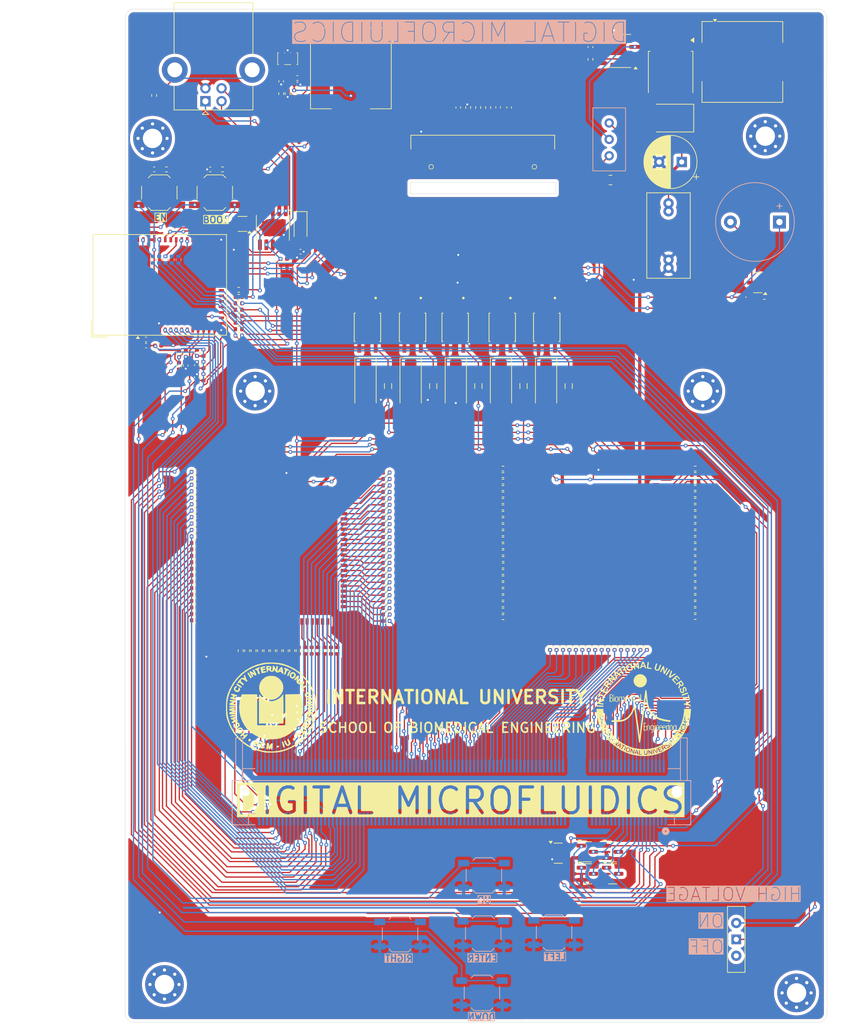
<source format=kicad_pcb>
(kicad_pcb (version 20241229) (generator "pcbnew") (generator_version "9.0")
  (layers (0 "F.Cu" signal) (2 "B.Cu" signal) (13 "F.Paste" user) (15 "B.Paste" user) (5 "F.SilkS" user "F.Silkscreen") (7 "B.SilkS" user "B.Silkscreen") (1 "F.Mask" user) (3 "B.Mask" user) (25 "Edge.Cuts" user))
  (net 0 "")
  (net 1 "GND")
  (net 2 "+5V")
  (net 3 "+3V3")
  (net 4 "Net-(U1-FB)")
  (net 5 "Net-(U3-SHDN)")
  (net 6 "Net-(U3-REF)")
  (net 7 "Net-(J1-VBUS)")
  (net 8 "HV_OUT")
  (net 9 "Net-(U4-V3)")
  (net 10 "EN")
  (net 11 "BOOT")
  (net 12 "USB_D+")
  (net 13 "USB_D-")
  (net 14 "Net-(D4-A)")
  (net 15 "Net-(D5-A)")
  (net 16 "DI_C")
  (net 17 "BL_C")
  (net 18 "POL_C")
  (net 19 "LE_C")
  (net 20 "CLK_C")
  (net 21 "Net-(J1-Shield)")
  (net 29 "Temp_2")
  (net 45 "Temp_1")
  (net 46 "PWM_Heater_4")
  (net 49 "Heater_5")
  (net 53 "PWM_Heater_3")
  (net 57 "Temp_5")
  (net 58 "PWM_Heater_1")
  (net 59 "PWM_Heater_2")
  (net 68 "Temp_4")
  (net 75 "Temp_3")
  (net 84 "Net-(Q4-G)")
  (net 86 "Heater_1")
  (net 89 "Heater_2")
  (net 94 "SCL_OLED")
  (net 95 "SDA_OLED")
  (net 96 "Net-(U1-LX)")
  (net 97 "Net-(SW2-A)")
  (net 98 "Net-(Q1-G)")
  (net 99 "Net-(Q1-S)")
  (net 100 "DTR")
  (net 101 "RTS")
  (net 102 "Net-(U1-EN)")
  (net 103 "ESP_D-")
  (net 104 "ESP_D+")
  (net 105 "Net-(R9-Pad2)")
  (net 106 "VSENS")
  (net 107 "DI")
  (net 108 "BL")
  (net 109 "POL")
  (net 110 "LE")
  (net 111 "CLK")
  (net 112 "HV_1")
  (net 113 "Net-(U5-HV_OUT_1)")
  (net 114 "Net-(U5-HV_OUT_2)")
  (net 115 "HV_2")
  (net 116 "HV_3")
  (net 117 "Net-(U5-HV_OUT_3)")
  (net 118 "HV_4")
  (net 119 "Net-(U5-HV_OUT_4)")
  (net 120 "HV_5")
  (net 121 "Net-(U5-HV_OUT_5)")
  (net 122 "HV_6")
  (net 123 "Net-(U5-HV_OUT_6)")
  (net 124 "HV_7")
  (net 125 "Net-(U5-HV_OUT_7)")
  (net 126 "Net-(U5-HV_OUT_8)")
  (net 127 "HV_8")
  (net 128 "HV_9")
  (net 129 "Net-(U5-HV_OUT_9)")
  (net 130 "Net-(U5-HV_OUT_10)")
  (net 131 "HV_10")
  (net 132 "HV_11")
  (net 133 "Net-(U5-HV_OUT_11)")
  (net 134 "Net-(U5-HV_OUT_12)")
  (net 135 "HV_12")
  (net 136 "Net-(U5-HV_OUT_13)")
  (net 137 "HV_13")
  (net 138 "HV_14")
  (net 139 "Net-(U5-HV_OUT_14)")
  (net 140 "Net-(U5-HV_OUT_15)")
  (net 141 "HV_15")
  (net 142 "HV_16")
  (net 143 "Net-(U5-HV_OUT_16)")
  (net 144 "HV_17")
  (net 145 "Net-(U5-HV_OUT_17)")
  (net 146 "Net-(U5-HV_OUT_18)")
  (net 147 "HV_18")
  (net 148 "HV_19")
  (net 149 "Net-(U5-HV_OUT_19)")
  (net 150 "HV_20")
  (net 151 "Net-(U5-HV_OUT_20)")
  (net 152 "HV_21")
  (net 153 "Net-(U5-HV_OUT_21)")
  (net 154 "Net-(U5-HV_OUT_22)")
  (net 155 "HV_22")
  (net 156 "Net-(U5-HV_OUT_23)")
  (net 157 "HV_23")
  (net 158 "HV_24")
  (net 159 "Net-(U5-HV_OUT_24)")
  (net 160 "Net-(U5-HV_OUT_25)")
  (net 161 "HV_25")
  (net 162 "HV_26")
  (net 163 "Net-(U5-HV_OUT_26)")
  (net 164 "HV_27")
  (net 165 "Net-(U5-HV_OUT_27)")
  (net 166 "HV_28")
  (net 167 "Net-(U5-HV_OUT_28)")
  (net 168 "HV_29")
  (net 169 "Net-(U5-HV_OUT_29)")
  (net 170 "Net-(U5-HV_OUT_30)")
  (net 171 "HV_30")
  (net 172 "Net-(U5-HV_OUT_31)")
  (net 173 "HV_31")
  (net 174 "HV_32")
  (net 175 "Net-(U5-HV_OUT_32)")
  (net 176 "HV_33")
  (net 177 "Net-(U5-HV_OUT_33)")
  (net 178 "Net-(U5-HV_OUT_34)")
  (net 179 "HV_34")
  (net 180 "Net-(U5-HV_OUT_35)")
  (net 181 "HV_35")
  (net 182 "Net-(U5-HV_OUT_36)")
  (net 183 "HV_36")
  (net 184 "HV_37")
  (net 185 "Net-(U5-HV_OUT_37)")
  (net 186 "HV_38")
  (net 187 "Net-(U5-HV_OUT_38)")
  (net 188 "Net-(U5-HV_OUT_39)")
  (net 189 "HV_39")
  (net 190 "Net-(U5-HV_OUT_40)")
  (net 191 "HV_40")
  (net 192 "Net-(U5-HV_OUT_41)")
  (net 193 "HV_41")
  (net 194 "Net-(U5-HV_OUT_42)")
  (net 195 "HV_42")
  (net 196 "Net-(U5-HV_OUT_43)")
  (net 197 "HV_43")
  (net 198 "Net-(U5-HV_OUT_44)")
  (net 199 "HV_44")
  (net 200 "HV_45")
  (net 201 "Net-(U5-HV_OUT_45)")
  (net 202 "Net-(U5-HV_OUT_46)")
  (net 203 "HV_46")
  (net 204 "HV_47")
  (net 205 "Net-(U5-HV_OUT_47)")
  (net 206 "Net-(U5-HV_OUT_48)")
  (net 207 "HV_48")
  (net 208 "HV_49")
  (net 209 "Net-(U5-HV_OUT_49)")
  (net 210 "Net-(U5-HV_OUT_50)")
  (net 211 "HV_50")
  (net 212 "Net-(U5-HV_OUT_51)")
  (net 213 "HV_51")
  (net 214 "Net-(U5-HV_OUT_52)")
  (net 215 "HV_52")
  (net 216 "Net-(U5-HV_OUT_53)")
  (net 217 "HV_53")
  (net 218 "Net-(U5-HV_OUT_54)")
  (net 219 "HV_54")
  (net 220 "HV_55")
  (net 221 "Net-(U5-HV_OUT_55)")
  (net 222 "Net-(U5-HV_OUT_56)")
  (net 223 "HV_56")
  (net 224 "HV_57")
  (net 225 "Net-(U5-HV_OUT_57)")
  (net 226 "HV_58")
  (net 227 "Net-(U5-HV_OUT_58)")
  (net 228 "HV_59")
  (net 229 "Net-(U5-HV_OUT_59)")
  (net 230 "Net-(U5-HV_OUT_60)")
  (net 231 "HV_60")
  (net 232 "HV_61")
  (net 233 "Net-(U5-HV_OUT_61)")
  (net 234 "Net-(U5-HV_OUT_62)")
  (net 235 "HV_62")
  (net 236 "HV_63")
  (net 237 "Net-(U5-HV_OUT_63)")
  (net 238 "HV_64")
  (net 239 "Net-(U5-HV_OUT_64)")
  (net 240 "Net-(U11-HV_OUT_1)")
  (net 241 "HV_65")
  (net 242 "Net-(U11-HV_OUT_2)")
  (net 243 "HV_66")
  (net 244 "HV_67")
  (net 245 "Net-(U11-HV_OUT_3)")
  (net 246 "HV_68")
  (net 247 "Net-(U11-HV_OUT_4)")
  (net 248 "Net-(U11-HV_OUT_5)")
  (net 249 "HV_69")
  (net 250 "Net-(U11-HV_OUT_6)")
  (net 251 "HV_70")
  (net 252 "Net-(U11-HV_OUT_7)")
  (net 253 "HV_71")
  (net 254 "Net-(U11-HV_OUT_8)")
  (net 255 "HV_72")
  (net 256 "HV_73")
  (net 257 "Net-(U11-HV_OUT_9)")
  (net 258 "HV_74")
  (net 259 "Net-(U11-HV_OUT_10)")
  (net 260 "HV_75")
  (net 261 "Net-(U11-HV_OUT_11)")
  (net 262 "HV_76")
  (net 263 "Net-(U11-HV_OUT_12)")
  (net 264 "Net-(U11-HV_OUT_13)")
  (net 265 "HV_77")
  (net 266 "Net-(U11-HV_OUT_14)")
  (net 267 "HV_78")
  (net 268 "Net-(U11-HV_OUT_15)")
  (net 269 "HV_79")
  (net 270 "HV_80")
  (net 271 "Net-(U11-HV_OUT_16)")
  (net 272 "HV_81")
  (net 273 "Net-(U11-HV_OUT_17)")
  (net 274 "Net-(U11-HV_OUT_18)")
  (net 275 "HV_82")
  (net 276 "Net-(U11-HV_OUT_19)")
  (net 277 "HV_83")
  (net 278 "HV_84")
  (net 279 "Net-(U11-HV_OUT_20)")
  (net 280 "Net-(U11-HV_OUT_21)")
  (net 281 "HV_85")
  (net 282 "HV_86")
  (net 283 "Net-(U11-HV_OUT_22)")
  (net 284 "Net-(U11-HV_OUT_23)")
  (net 285 "HV_87")
  (net 286 "Net-(U11-HV_OUT_24)")
  (net 287 "HV_88")
  (net 288 "Net-(U11-HV_OUT_25)")
  (net 289 "HV_89")
  (net 290 "HV_90")
  (net 291 "Net-(U11-HV_OUT_26)")
  (net 292 "Net-(U11-HV_OUT_27)")
  (net 293 "HV_91")
  (net 294 "Net-(U11-HV_OUT_28)")
  (net 295 "HV_92")
  (net 296 "HV_93")
  (net 297 "Net-(U11-HV_OUT_29)")
  (net 298 "Net-(U11-HV_OUT_30)")
  (net 299 "HV_94")
  (net 300 "HV_95")
  (net 301 "Net-(U11-HV_OUT_31)")
  (net 302 "HV_96")
  (net 303 "Net-(U11-HV_OUT_32)")
  (net 304 "HV_97")
  (net 305 "Net-(U11-HV_OUT_33)")
  (net 306 "HV_98")
  (net 307 "Net-(U11-HV_OUT_34)")
  (net 308 "HV_99")
  (net 309 "Net-(U11-HV_OUT_35)")
  (net 310 "Net-(U11-HV_OUT_36)")
  (net 311 "HV_100")
  (net 312 "Net-(U11-HV_OUT_37)")
  (net 313 "HV_101")
  (net 314 "Net-(U11-HV_OUT_38)")
  (net 315 "HV_102")
  (net 316 "HV_103")
  (net 317 "Net-(U11-HV_OUT_39)")
  (net 318 "HV_104")
  (net 319 "Net-(U11-HV_OUT_40)")
  (net 320 "HV_105")
  (net 321 "Net-(U11-HV_OUT_41)")
  (net 322 "HV_106")
  (net 323 "Net-(U11-HV_OUT_42)")
  (net 324 "HV_107")
  (net 325 "Net-(U11-HV_OUT_43)")
  (net 326 "Net-(U11-HV_OUT_44)")
  (net 327 "HV_108")
  (net 328 "HV_109")
  (net 329 "Net-(U11-HV_OUT_45)")
  (net 330 "Net-(U11-HV_OUT_46)")
  (net 331 "HV_110")
  (net 332 "Net-(U11-HV_OUT_47)")
  (net 333 "HV_111")
  (net 334 "Net-(U11-HV_OUT_48)")
  (net 335 "HV_112")
  (net 336 "HV_113")
  (net 337 "Net-(U11-HV_OUT_49)")
  (net 338 "HV_114")
  (net 339 "Net-(U11-HV_OUT_50)")
  (net 340 "Net-(U11-HV_OUT_51)")
  (net 341 "HV_115")
  (net 342 "Net-(U11-HV_OUT_52)")
  (net 343 "HV_116")
  (net 344 "Net-(U11-HV_OUT_53)")
  (net 345 "HV_117")
  (net 346 "HV_118")
  (net 347 "Net-(U11-HV_OUT_54)")
  (net 348 "Net-(U11-HV_OUT_55)")
  (net 349 "HV_119")
  (net 350 "HV_120")
  (net 351 "Net-(U11-HV_OUT_56)")
  (net 352 "HV_121")
  (net 353 "Net-(U11-HV_OUT_57)")
  (net 354 "HV_122")
  (net 355 "Net-(U11-HV_OUT_58)")
  (net 356 "Net-(U11-HV_OUT_59)")
  (net 357 "HV_123")
  (net 358 "HV_124")
  (net 359 "Net-(U11-HV_OUT_60)")
  (net 360 "HV_125")
  (net 361 "Net-(U11-HV_OUT_61)")
  (net 362 "Net-(U11-HV_OUT_62)")
  (net 363 "HV_126")
  (net 364 "HV_127")
  (net 365 "Net-(U11-HV_OUT_63)")
  (net 366 "HV_128")
  (net 367 "Net-(U11-HV_OUT_64)")
  (net 368 "Net-(U3-FB)")
  (net 369 "Net-(Q5-G)")
  (net 370 "TXDO")
  (net 372 "Net-(Q6-G)")
  (net 375 "Net-(BZ1--)")
  (net 376 "Heater_3")
  (net 378 "Net-(Q7-G)")
  (net 380 "Heater_4")
  (net 381 "UP")
  (net 384 "RIGHT")
  (net 387 "Net-(Q8-G)")
  (net 388 "DOWN")
  (net 389 "LEFT")
  (net 391 "ENT")
  (net 392 "PWM_Heater_5")
  (net 393 "RXD0")
  (net 397 "Net-(U11-DIO_A)")
  (net 398 "Net-(Q3-B)")
  (net 407 "BUZZ")
  (net 409 "Net-(DS1-C2P)")
  (net 410 "RST_OLED")
  (net 412 "Net-(DS1-C1P)")
  (net 416 "Net-(DS1-IREF)")
  (net 417 "Net-(DS1-C2N)")
  (net 418 "Net-(DS1-VCOMH)")
  (net 421 "Net-(DS1-C1N)")
  (net 423 "Earth")
  (net 424 "Net-(FB1-Pad1)")
  (net 425 "Net-(FB2-Pad1)")
  (net 426 "Net-(FB3-Pad1)")
  (net 427 "Net-(FB4-Pad1)")
  (net 428 "Net-(FB5-Pad1)")
  (net 429 "Net-(R11-Pad2)")
  (net 430 "Net-(R12-Pad2)")
  (net 431 "Net-(R13-Pad2)")
  (net 432 "Net-(R14-Pad2)")
  (net 433 "Net-(R15-Pad2)")
  (footprint "Resistor_SMD:R_0402_1005Metric" (layer "F.Cu") (at 122.285 99.298254)
    (property "Reference" "R67" (hide yes))
    (property "Value" "300k")
  )
  (footprint "Capacitor_SMD:C_0402_1005Metric" (layer "F.Cu") (at 85.55 27.36 -90)
    (property "Reference" "C18" (hide yes))
    (property "Value" "4.7u")
  )
  (footprint "Resistor_SMD:R_0402_1005Metric" (layer "F.Cu") (at 74.4025 96.925)
    (property "Reference" "R134" (hide yes))
    (property "Value" "300k")
  )
  (footprint "Resistor_SMD:R_0402_1005Metric" (layer "F.Cu") (at 42.25 67.41 90)
    (property "Reference" "R150" (hide yes))
    (property "Value" "10k")
  )
  (footprint "Resistor_SMD:R_0402_1005Metric" (layer "F.Cu") (at 114.785 110.898254 -90)
    (property "Reference" "R59" (hide yes))
    (property "Value" "300k")
  )
  (footprint "Resistor_SMD:R_0402_1005Metric" (layer "F.Cu") (at 92.485 92.325 180)
    (property "Reference" "R29" (hide yes))
    (property "Value" "300k")
  )
  (footprint "Resistor_SMD:R_0402_1005Metric" (layer "F.Cu") (at 64.8125 111.515 -90)
    (property "Reference" "R121" (hide yes))
    (property "Value" "300k")
  )
  (footprint "Resistor_SMD:R_0402_1005Metric" (layer "F.Cu") (at 55.8125 111.53 -90)
    (property "Reference" "R112" (hide yes))
    (property "Value" "300k")
  )
  (footprint "Resistor_SMD:R_0402_1005Metric" (layer "F.Cu") (at 63.8125 111.515 -90)
    (property "Reference" "R120" (hide yes))
    (property "Value" "300k")
  )
  (footprint "Resistor_SMD:R_0402_1005Metric" (layer "F.Cu") (at 112.785 110.898254 -90)
    (property "Reference" "R57" (hide yes))
    (property "Value" "300k")
  )
  (footprint "Resistor_SMD:R_0402_1005Metric" (layer "F.Cu") (at 122.285 100.298254)
    (property "Reference" "R66" (hide yes))
    (property "Value" "300k")
  )
  (footprint "Resistor_SMD:R_0402_1005Metric" (layer "F.Cu") (at 122.285 105.298254)
    (property "Reference" "R61" (hide yes))
    (property "Value" "300k")
  )
  (footprint "Resistor_SMD:R_0402_1005Metric" (layer "F.Cu") (at 44.7125 103.825 180)
    (property "Reference" "R104" (hide yes))
    (property "Value" "300k")
  )
  (footprint "Resistor_SMD:R_0402_1005Metric" (layer "F.Cu") (at 46.04 67.27 90)
    (property "Reference" "R151" (hide yes))
    (property "Value" "10k")
  )
  (footprint "MountingHole:MountingHole_3mm_Pad_Via" (layer "F.Cu") (at 133.15 31.8)
    (property "Reference" "REF**" (hide yes))
    (property "Value" "MountingHole_3mm_Pad_Via")
  )
  (footprint "Resistor_SMD:R_0402_1005Metric" (layer "F.Cu") (at 74.4025 89.925)
    (property "Reference" "R141" (hide yes))
    (property "Value" "300k")
  )
  (footprint "Resistor_SMD:R_0402_1005Metric" (layer "F.Cu") (at 92.485 99.325 180)
    (property "Reference" "R36" (hide yes))
    (property "Value" "300k")
  )
  (footprint "Resistor_SMD:R_0402_1005Metric" (layer "F.Cu") (at 92.485 105.325 180)
    (property "Reference" "R42" (hide yes))
    (property "Value" "300k")
  )
  (footprint "Resistor_SMD:R_0402_1005Metric" (layer "F.Cu") (at 92.485 87.325 180)
    (property "Reference" "R24" (hide yes))
    (property "Value" "300k")
  )
  (footprint "Capacitor_SMD:C_0402_1005Metric" (layer "F.Cu") (at 93.45 27.36 90)
    (property "Reference" "C16" (hide yes))
    (property "Value" "0.22u")
  )
  (footprint "Resistor_SMD:R_0402_1005Metric" (layer "F.Cu") (at 92.485 106.325 180)
    (property "Reference" "R43" (hide yes))
    (property "Value" "300k")
  )
  (footprint "Package_TO_SOT_SMD:SOT-23" (layer "F.Cu") (at 105.55 142.6875)
    (property "Reference" "Q7" (hide yes))
    (property "Value" "AO3400A")
  )
  (footprint "Resistor_SMD:R_0402_1005Metric" (layer "F.Cu") (at 113.785 110.898254 -90)
    (property "Reference" "R58" (hide yes))
    (property "Value" "300k")
  )
  (footprint "Resistor_SMD:R_0402_1005Metric" (layer "F.Cu") (at 122.285 92.298254)
    (property "Reference" "R74" (hide yes))
    (property "Value" "300k")
  )
  (footprint "MountingHole:MountingHole_3mm_Pad_Via" (layer "F.Cu") (at 40 163.25)
    (property "Reference" "REF**" (hide yes))
    (property "Value" "MountingHole_3mm_Pad_Via")
  )
  (footprint "Resistor_SMD:R_0402_1005Metric" (layer "F.Cu") (at 74.4025 93.925)
    (property "Reference" "R137" (hide yes))
    (property "Value" "300k")
  )
  (footprint "Resistor_SMD:R_0402_1005Metric" (layer "F.Cu") (at 105.785 110.898254 -90)
    (property "Reference" "R50" (hide yes))
    (property "Value" "300k")
  )
  (footprint "Capacitor_SMD:C_0402_1005Metric" (layer "F.Cu") (at 39 64.25)
    (property "Reference" "C4" (hide yes))
    (property "Value" "10u")
  )
  (footprint "Resistor_SMD:R_0402_1005Metric" (layer "F.Cu") (at 122.285 85.298254)
    (property "Reference" "R81" (hide yes))
    (property "Value" "300k")
  )
  (footprint "Resistor_SMD:R_0402_1005Metric" (layer "F.Cu") (at 51.51 55.6 180)
    (property "Reference" "R8" (hide yes))
    (property "Value" "0Ω(NC)")
  )
  (footprint "Resistor_SMD:R_0402_1005Metric" (layer "F.Cu") (at 44.7125 97.825 180)
    (property "Reference" "R98" (hide yes))
    (property "Value" "300k")
  )
  (footprint "Resistor_SMD:R_0402_1005Metric" (layer "F.Cu") (at 56.8125 111.525 -90)
    (property "Reference" "R113" (hide yes))
    (property "Value" "300k")
  )
  (footprint "Capacitor_SMD:C_0402_1005Metric" (layer "F.Cu") (at 47.1 36.95 180)
    (property "Reference" "C14" (hide yes))
    (property "Value" "0.1u")
  )
  (footprint "Capacitor_SMD:C_0402_1005Metric" (layer "F.Cu") (at 38.4 36.95 180)
    (property "Reference" "C15" (hide yes))
    (property "Value" "0.1u")
  )
  (footprint "Resistor_SMD:R_0402_1005Metric" (layer "F.Cu") (at 99.785 110.898254 -90)
    (property "Reference" "R44" (hide yes))
    (property "Value" "300k")
  )
  (footprint "Resistor_SMD:R_0402_1005Metric" (layer "F.Cu") (at 92.485 89.325 180)
    (property "Reference" "R26" (hide yes))
    (property "Value" "300k")
  )
  (footprint "Resistor_SMD:R_0402_1005Metric" (layer "F.Cu") (at 108.785 110.898254 -90)
    (property "Reference" "R53" (hide yes))
    (property "Value" "300k")
  )
  (footprint "Resistor_SMD:R_0402_1005Metric" (layer "F.Cu") (at 74.4025 86.925)
    (property "Reference" "R144" (hide yes))
    (property "Value" "300k")
  )
  (footprint "Resistor_SMD:R_0402_1005Metric" (layer "F.Cu") (at 44.7125 105.825 180)
    (property "Reference" "R106" (hide yes))
    (property "Value" "300k")
  )
  (footprint "Capacitor_SMD:C_0402_1005Metric" (layer "F.Cu") (at 58 51.3 -90)
    (property "Reference" "C11" (hide yes))
    (property "Value" "1u")
  )
  (footprint "Resistor_SMD:R_0402_1005Metric" (layer "F.Cu") (at 92.485 102.325 180)
    (property "Reference" "R39" (hide yes))
    (property "Value" "300k")
  )
  (footprint "Resistor_SMD:R_0402_1005Metric" (layer "F.Cu") (at 102.785 110.898254 -90)
    (property "Reference" "R47" (hide yes))
    (property "Value" "300k")
  )
  (footprint "Resistor_SMD:R_0402_1005Metric" (layer "F.Cu") (at 51.51 62.7)
    (property "Reference" "R10" (hide yes))
    (property "Value" "6.8k")
  )
  (footprint "Resistor_SMD:R_0402_1005Metric" (layer "F.Cu") (at 92.485 103.325 180)
    (property "Reference" "R40" (hide yes))
    (property "Value" "300k")
  )
  (footprint "MountingHole:MountingHole_3mm_Pad_Via" (layer "F.Cu") (at 38.15 32.15)
    (property "Reference" "REF**" (hide yes))
    (property "Value" "MountingHole_3mm_Pad_Via")
  )
  (footprint "Resistor_SMD:R_0402_1005Metric" (layer "F.Cu") (at 74.4125 105.925)
    (property "Reference" "R125" (hide yes))
    (property "Value" "300k")
  )
  (footprint "Resistor_SMD:R_0402_1005Metric" (layer "F.Cu") (at 111.785 110.898254 -90)
    (property "Reference" "R56" (hide yes))
    (property "Value" "300k")
  )
  (footprint "Diode_SMD:D_SMB" (layer "F.Cu") (at 118.4 29 180)
    (property "Reference" "D5" (hide yes))
    (property "Value" "US2G")
  )
  (footprint "Resistor_SMD:R_0402_1005Metric" (layer "F.Cu") (at 74.4025 85.925)
    (property "Reference" "R145" (hide yes))
    (property "Value" "300k")
  )
  (footprint "Button_Switch_THT:SW_Slide-03_Wuerth-WS-SLTV_10x2.5x6.4_P2.54mm" (layer "F.Cu") (at 128.65 156.26 -90)
    (property "Reference" "SW2" (hide yes))
    (property "Value" "SW_SPDT")
  )
  (footprint "Resistor_SMD:R_0402_1005Metric" (layer "F.Cu") (at 74.4025 98.925)
    (property "Reference" "R132" (hide yes))
    (property "Value" "300k")
  )
  (footprint "Diode_SMD:D_SMA_Handsoldering" (layer "F.Cu") (at 85.17 70.65 -90)
    (property "Reference" "D10" (hide yes))
    (property "Value" "PESD5V0L5UY")
  )
  (footprint "Resistor_SMD:R_0402_1005Metric" (layer "F.Cu") (at 60.1 25.21 -90)
    (property "Reference" "R4" (hide yes))
    (property "Value" "100k")
  )
  (footprint "Resistor_SMD:R_0402_1005Metric" (layer "F.Cu") (at 51.5 59.7)
    (property "Reference" "R13" (hide yes))
    (property "Value" "220")
  )
  (footprint "Capacitor_SMD:C_0402_1005Metric" (layer "F.Cu") (at 43.3 65.5 -90)
    (property "Reference" "C23" (hide yes))
    (property "Value" "0.1u")
  )
  (footprint "Resistor_SMD:R_0402_1005Metric" (layer "F.Cu") (at 74.4025 90.925)
    (property "Reference" "R140" (hide yes))
    (property "Value" "300k")
  )
  (footprint "Diode_SMD:D_SMA_Handsoldering" (layer "F.Cu") (at 78.17 70.65 -90)
    (property "Reference" "D7" (hide yes))
    (property "Value" "PESD5V0L5UY")
  )
  (footprint "RF_Module:ESP32-S2-MINI-1" (layer "F.Cu") (at 39.275 54.85 90)
    (property "Reference" "U2" (hide yes))
    (property "Value" "ESP32-S3-MINI-1U")
  )
  (footprint "Resistor_SMD:R_0402_1005Metric" (layer "F.Cu") (at 40.3 36.95)
    (property "Reference" "R17" (hide yes))
    (property "Value" "10k")
  )
  (footprint "Capacitor_SMD:C_0402_1005Metric" (layer "F.Cu") (at 106.05 18 -90)
    (property "Reference" "C8" (hide yes))
    (property "Value" "100n")
  )
  (footprint "Resistor_SMD:R_0402_1005Metric" (layer "F.Cu") (at 74.3875 106.925)
    (property "Reference" "R124" (hide yes))
    (property "Value" "300k")
  )
  (footprint "Resistor_SMD:R_0402_1005Metric" (layer "F.Cu") (at 44.7125 90.825 180)
    (property "Reference" "R91" (hide yes))
    (property "Value" "300k")
  )
  (footprint "Resistor_SMD:R_0402_1005Metric" (layer "F.Cu") (at 66.8125 111.515 -90)
    (property "Reference" "R123" (hide yes))
    (property "Value" "300k")
  )
  (footprint "Resistor_SMD:R_0402_1005Metric" (layer "F.Cu") (at 92.485 90.325 180)
    (property "Reference" "R27" (hide yes))
    (property "Value" "300k")
  )
  (footprint "Capacitor_SMD:C_0402_1005Metric" (layer "F.Cu") (at 58.1 23.31 -90)
    (property "Reference" "C1" (hide yes))
    (property "Value" "10u")
  )
  (footprint "Button_Switch_SMD:SW_SPST_TL3342" (layer "F.Cu") (at 39.2 40.55 180)
    (property "Reference" "SW4" (hide yes))
    (property "Value" "SW_Push")
  )
  (footprint "Resistor_SMD:R_0402_1005Metric" (layer "F.Cu") (at 44.7125 91.825 180)
    (property "Reference" "R92" (hide yes))
    (property "Value" "300k")
  )
  (footprint "Resistor_SMD:R_0402_1005Metric" (layer "F.Cu") (at 51.8125 111.53 -90)
    (property "Reference" "R108" (hide yes))
    (property "Value" "300k")
  )
  (footprint "Package_TO_SOT_SMD:SOT-23" (layer "F.Cu") (at 109.4375 142.7)
    (property "Reference" "Q5" (hide yes))
    (property "Value" "AO3400A")
  )
  (footprint "Resistor_SMD:R_0402_1005Metric" (layer "F.Cu") (at 122.285 106.298254)
    (property "Reference" "R60" (hide yes))
    (property "Value" "300k")
  )
  (footprint "LOGO" (layer "F.Cu") (at 56.55 120.35)
    (property "Reference" "G***" (hide yes))
    (property "Value" "LOGO" (hide yes))
  )
  (footprint "MountingHole:MountingHole_3mm_Pad_Via" (layer "F.Cu") (at 123.45901 71.30901)
    (property "Reference" "REF**" (hide yes))
    (property "Value" "MountingHole_3mm_Pad_Via")
  )
  (footprint "Resistor_SMD:R_0402_1005Metric" (layer "F.Cu") (at 106.05 19.9 -90)
    (property "Reference" "RSENSE1" (hide yes))
    (property "Value" "0Ω")
  )
  (footprint "Resistor_SMD:R_0402_1005Metric" (layer "F.Cu") (at 122.285 101.298254)
    (property "Reference" "R65" (hide yes))
    (property "Value" "300k")
  )
  (footprint "Resistor_SMD:R_0402_1005Metric" (layer "F.Cu") (at 107.785 110.898254 -90)
    (property "Reference" "R52" (hide yes))
    (property "Value" "300k")
  )
  (footprint "Resistor_SMD:R_0402_1005Metric" (layer "F.Cu") (at 59.8125 111.515 -90)
    (property "Reference" "R116" (hide yes))
    (property "Value" "300k")
  )
  (footprint "Resistor_SMD:R_0402_1005Metric" (layer "F.Cu") (at 44.7125 86.825 180)
    (property "Reference" "R87" (hide yes))
    (property "Value" "300k")
  )
  (footprint "Resistor_SMD:R_0402_1005Metric" (layer "F.Cu") (at 103.785 110.898254 -90)
    (property "Reference" "R48" (hide yes))
    (property "Value" "300k")
  )
  (footprint "Resistor_SMD:R_0402_1005Metric" (layer "F.Cu") (at 51.5 60.7)
    (property "Reference" "R12" (hide yes))
    (property "Value" "220")
  )
  (footprint "Inductor_SMD:L_Coilcraft_MSS1278H-XXX" (layer "F.Cu") (at 129.6 20.3)
    (property "Reference" "L2" (hide yes))
    (property "Value" "100uH")
  )
  (footprint "Resistor_SMD:R_0402_1005Metric" (layer "F.Cu") (at 44.7125 94.825 180)
    (property "Reference" "R95" (hide yes))
    (property "Value" "300k")
  )
  (footprint "Resistor_SMD:R_0402_1005Metric" (layer "F.Cu") (at 74.3875 104.925)
    (property "Reference" "R126" (hide yes))
    (property "Value" "300k")
  )
  (footprint "Resistor_SMD:R_0402_1005Metric" (layer "F.Cu") (at 44.7125 88.825 180)
    (property "Reference" "R89" (hide yes))
    (property "Value" "300k")
  )
  (footprint "Resistor_SMD:R_0402_1005Metric" (layer "F.Cu") (at 65.8125 111.515 -90)
    (property "Reference" "R122" (hide yes))
    (property "Value" "300k")
  )
  (footprint "Resistor_SMD:R_0402_1005Metric" (layer "F.Cu") (at 74.4025 87.925)
    (property "Reference" "R143" (hide yes))
    (property "Value" "300k")
  )
  (footprint "Resistor_SMD:R_0402_1005Metric" (layer "F.Cu") (at 44.7125 98.825 180)
    (property "Reference" "R99" (hide yes))
    (property "Value" "300k")
  )
  (footprint "Resistor_SMD:R_0402_1005Metric" (layer "F.Cu") (at 74.4025 92.925)
    (property "Reference" "R138" (hide yes))
    (property "Value" "300k")
  )
  (footprint "Resistor_SMD:R_0402_1005Metric" (layer "F.Cu") (at 92.485 100.325 180)
    (property "Reference" "R37" (hide yes))
    (property "Value" "300k")
  )
  (footprint "Resistor_SMD:R_0402_1005Metric" (layer "F.Cu") (at 92.485 91.325 180)
    (property "Reference" "R28" (hide yes))
    (property "Value" "300k")
  )
  (footprint "MountingHole:MountingHole_3mm_Pad_Via" (layer "F.Cu") (at 138 164.55)
    (property "Reference" "REF**" (hide yes))
    (property "Value" "MountingHole_3mm_Pad_Via")
  )
  (footprint "Package_TO_SOT_SMD:SOT-23" (layer "F.Cu") (at 101.05 142.9)
    (property "Reference" "Q8" (hide yes))
    (property "Value" "AO3400A")
  )
  (footprint "Resistor_SMD:R_0402_1005Metric" (layer "F.Cu") (at 44.7125 101.825 180)
    (property "Reference" "R102" (hide yes))
    (property "Value" "300k")
  )
  (footprint "Resistor_SMD:R_0402_1005Metric" (layer "F.Cu") (at 74.3875 102.925)
    (property "Reference" "R128" (hide yes))
    (property "Value" "300k")
  )
  (footprint "Diode_SMD:D_SOD-123F" (layer "F.Cu") (at 61.1 45.7 -90)
    (property "Reference" "D4" (hide yes))
    (property "Value" "MBR1020VL")
  )
  (footprint "Resistor_SMD:R_0402_1005Metric" (layer "F.Cu") (at 62.8125 111.515 -90)
    (property "Reference" "R119" (hide yes))
    (property "Value" "300k")
  )
  (footprint "Resistor_SMD:R_0402_1005Metric" (layer "F.Cu") (at 109.785 110.898254 -90)
    (property "Reference" "R54" (hide yes))
    (property "Value" "300k")
  )
  (footprint "Resistor_SMD:R_0402_1005Metric" (layer "F.Cu") (at 122.285 90.298254)
    (property "Reference" "R76" (hide yes))
    (property "Value" "300k")
  )
  (footprint "Resistor_SMD:R_0402_1005Metric" (layer "F.Cu") (at 59.1 25.21 -90)
    (property "Reference" "R5" (hide yes))
    (property "Value" "22.1k")
  )
  (footprint "Capacitor_THT:CP_Radial_D8.0mm_P3.50mm" (layer "F.Cu") (at 120.2 35.8 180)
    (property "Reference" "C10" (hide yes))
    (property "Value" "4.7u, 250V")
  )
  (footprint "Resistor_SMD:R_0402_1005Metric" (layer "F.Cu") (at 51.5 61.7)
    (property "Reference" "R11" (hide yes))
    (property "Value" "220")
  )
  (footprint "Package_TO_SOT_SMD:SOT-23" (layer "F.Cu") (at 105.5875 146.1)
    (property "Reference" "Q6" (hide yes))
    (property "Value" "AO3400A")
  )
  (footprint "Resistor_SMD:R_0402_1005Metric" (layer "F.Cu") (at 61.8125 111.515 -90)
    (property "Reference" "R118" (hide yes))
    (property "Value" "300k")
  )
  (footprint "DMF:HV507PG-G" (layer "F.Cu") (at 107.685 94.998254 90)
    (property "Reference" "U5" (hide yes))
    (property "Value" "HV507")
  )
  (footprint "DMF:OPTO_EL357N-G" (layer "F.Cu") (at 85.07 61.425 -90)
    (property "Reference" "U10" (hide yes))
    (property "Value" "EL357N-G")
  )
  (footprint "Capacitor_SMD:C_0402_1005Metric" (layer "F.Cu") (at 45.04 67.27 90)
    (property "Reference" "C20" (hide yes))
    (property "Value" "0.1u")
  )
  (footprint "Resistor_SMD:R_0402_1005Metric" (layer "F.Cu") (at 92.51 98.325 180)
    (property "Reference" "R35" (hide yes))
    (property "Value" "300k")
  )
  (footprint "Resistor_SMD:R_0402_1005Metric" (layer "F.Cu") (at 122.285 96.298254)
    (property "Reference" "R70" (hide yes))
    (property "Value" "300k")
  )
  (footprint "Resistor_SMD:R_0402_1005Metric" (layer "F.Cu") (at 122.285 104.298254)
    (property "Reference" "R62" (hide yes))
    (property "Value" "300k")
  )
  (footprint "DMF:OPTO_EL357N-G" (layer "F.Cu") (at 99.27 61.425 -90)
    (property "Reference" "U12" (hide yes))
    (property "Value" "EL357N-G")
  )
  (footprint "Resistor_SMD:R_0402_1005Metric" (layer "F.Cu") (at 92.485 84.325 180)
    (property "Reference" "R21" (hide yes))
    (property "Value" "300k")
  )
  (footprint "Diode_SMD:D_SMA_Handsoldering" (layer "F.Cu") (at 92.17 70.65 -90)
    (property "Reference" "D9" (hide yes))
    (property "Value" "PESD5V0L5UY")
  )
  (footprint "Resistor_SMD:R_0402_1005Metric" (layer "F.Cu") (at 74.4025 94.925)
    (property "Reference" "R136" (hide yes))
    (property "Value" "300k")
  )
  (footprint "Inductor_SMD:L_0805_2012Metric" (layer "F.Cu") (at 102.67 70.525 -90)
    (property "Reference" "FB1" (hide yes))
    (property "Value" "FerriteBead_Small")
  )
  (footprint "Resistor_SMD:R_0402_1005Metric" (layer "F.Cu") (at 44.7125 83.825 180)
    (property "Reference" "R84" (hide yes))
    (property "Value" "300k")
  )
  (footprint "Resistor_SMD:R_0402_1005Metric" (layer "F.Cu") (at 122.285 93.298254)
    (property "Reference" "R73" (hide yes))
    (property "Value" "300k")
  )
  (footprint "Resistor_SMD:R_0402_1005Metric" (layer "F.Cu") (at 74.4025 99.925)
    (property "Reference" "R131" (hide yes))
    (property "Value" "300k")
  )
  (footprint "DMF:HV507PG-G" (layer "F.Cu") (at 59.3125 95.5 90)
    (property "Reference" "U11" (hide yes))
    (property "Value" "HV507")
  )
  (footprint "Resistor_SMD:R_0402_1005Metric" (layer "F.Cu") (at 92.485 85.325 180)
    (property "Reference" "R22" (hide yes))
    (property "Value" "300k")
  )
  (footprint "Inductor_SMD:L_0805_2012Metric" (layer "F.Cu") (at 95.67 70.525 -90)
    (property "Reference" "FB4" (hide yes))
    (property "Value" "FerriteBead_Small")
  )
  (footprint "Resistor_SMD:R_0402_1005Metric" (layer "F.Cu") (at 122.285 86.298254)
    (property "Reference" "R80" (hide yes))
    (property "Value" "300k")
  )
  (footprint "SY8088:SY8088" (layer "F.Cu") (at 59.1 19.8 90)
    (property "Reference" "U1" (hide yes))
    (property "Value" "SY8088AAC")
  )
  (footprint "Resistor_SMD:R_0402_1005Metric" (layer "F.Cu") (at 92.495 95.325 180)
    (property "Reference" "R32" (hide yes))
    (property "Value" "300k")
  )
  (footprint "Resistor_SMD:R_0402_1005Metric" (layer "F.Cu") (at 122.285 102.298254)
    (property "Reference" "R64" (hide yes))
    (property "Value" "300k")
  )
  (footprint "DMF:OPTO_EL357N-G" (layer "F.Cu") (at 92.37 61.425 -90)
    (property "Reference" "U8" (hide yes))
    (property "Value" "EL357N-G")
  )
  (footprint "Resistor_SMD:R_0402_1005Metric" (layer "F.Cu") (at 122.285 91.298254)
    (property "Reference" "R75" (hide yes))
    (property "Value" "300k")
  )
  (footprint "Capacitor_SMD:C_0402_1005Metric" (layer "F.Cu") (at 59 51.3 -90)
    (property "Reference" "C13" (hide yes))
    (property "Value" "0.1u")
  )
  (footprint "Resistor_SMD:R_0402_1005Metric" (layer "F.Cu") (at 122.285 98.298254)
    (property "Reference" "R68" (hide yes))
    (property "Value" "300k")
  )
  (footprint "Resistor_SMD:R_0402_1005Metric" (layer "F.Cu") (at 133 56.7)
    (property "Reference" "R149" (hide yes))
    (property "Value" "10k")
  )
  (footprint "Connector_USB:USB_B_Lumberg_2411_02_Horizontal" (layer "F.Cu") (at 46.35 26.3875 90)
    (property "Reference" "J1" (hide yes))
    (property "Value" "USB_B")
  )
  (footprint "Resistor_SMD:R_0402_1005Metric" (layer "F.Cu") (at 122.285 94.298254)
    (property "Reference" "R72" (hide yes))
    (property "Value" "300k")
  )
  (footprint "Capacitor_SMD:C_0402_1005Metric" (layer "F.Cu") (at 37.13 63.3 180)
    (property "Reference" "C24" (hide yes))
    (property "Value" "0.1u")
  )
  (footprint "Diode_SMD:D_0201_0603Metric" (layer "F.Cu") (at 131 56.75)
    (property "Reference" "D2" (hide yes))
    (property "Value" "D")
  )
  (footprint "Resistor_SMD:R_0402_1005Metric" (layer "F.Cu") (at 92.485 93.325 180)
    (property "Reference" "R30" (hide yes))
    (property "Value" "300k")
  )
  (footprint "Capacitor_SMD:C_0402_1005Metric" (layer "F.Cu") (at 43.3 67.35 -90)
    (property "Reference" "C19" (hide yes))
    (property "Value" "0.1u")
  )
  (footprint "Resistor_SMD:R_0402_1005Metric" (layer "F.Cu") (at 92.485 94.325 180)
    (property "Reference" "R31" (hide yes))
    (property "Value" "300k")
  )
  (footprint "Capacitor_SMD:C_0402_1005Metric" (layer "F.Cu") (at 60.6 23.8)
    (property "Reference" "C6" (hide yes))
    (property "Value" "10u")
  )
  (footprint "Resistor_SMD:R_0402_1005Metric" (layer "F.Cu") (at 44.7125 104.825 180)
    (property "Reference" "R105" (hide yes))
    (property "Value" "300k")
  )
  (footprint "Resistor_SMD:R_0402_1005Metric" (layer "F.Cu") (at 106.785 110.898254 -90)
    (property "Reference" "R51" (hide yes))
    (property "Value" "300k")
  )
  (footprint "Capacitor_THT:C_Rect_L13.0mm_W6.5mm_P7.50mm_P10.00mm" (layer "F.Cu") (at 118.15 42.2 -90)
    (property "Reference" "C12" (hide yes))
    (property "Value" "100n, 250V")
  )
  (footprint "Resistor_SMD:R_0805_2012Metric" (layer "F.Cu") (at 109.15 38.6 180)
    (property "Reference" "R9" (hide yes))
    (property "Value" "1M")
  )
  (footprint "Package_TO_SOT_SMD:SOT-23" (layer "F.Cu") (at 132 54.5 180)
    (property "Reference" "Q3" (hide yes))
    (property "Value" "SS8050")
  )
  (footprint "Capacitor_SMD:C_0402_1005Metric" (layer "F.Cu") (at 45.04 65.39 90)
    (property "Reference" "C22" (hide yes))
    (property "Value" "0.1u")
  )
  (footprint "Capacitor_SMD:C_0402_1005Metric" (layer "F.Cu") (at 110.2 15.4 180)
    (property "Reference" "C7" (hide yes))
    (property "Value" "100n")
  )
  (footprint "Resistor_SMD:R_0402_1005Metric" (layer "F.Cu") (at 122.285 87.298254)
    (property "Reference" "R79" (hide yes))
    (property "Value" "300k")
  )
  (footprint "Resistor_SMD:R_0402_1005Metric" (layer "F.Cu") (at 44.7125 87.825 180)
    (property "Reference" "R88" (hide yes))
    (property "Value" "300k")
  )
  (footprint "Resistor_SMD:R_0402_1005Metric" (layer "F.Cu") (at 74.4025 83.925)
    (property "Reference" "R147" (hide yes))
    (property "Value" "300k")
  )
  (footprint "Resistor_SMD:R_0402_1005Metric" (layer "F.Cu") (at 58.8125 111.53 -90)
    (property "Reference" "R115" (hide yes))
    (property "Value" "300k")
  )
  (footprint "Resistor_SMD:R_0402_1005Metric" (layer "F.Cu") (at 74.4025 95.925)
    (property "Reference" "R135" (hide yes))
    (property "Value" "300k")
  )
  (footprint "Resistor_SMD:R_0402_1005Metric" (layer "F.Cu") (at 74.3875 100.925)
    (property "Reference" "R130" (hide yes))
    (property "Value" "300k")
  )
  (footprint "Resistor_SMD:R_0402_1005Metric" (layer "F.Cu") (at 92.485 96.325 180)
    (property "Reference" "R33" (hide yes))
    (property "Value" "300k")
  )
  (footprint "Inductor_SMD:L_0805_2012Metric" (layer "F.Cu") (at 88.67 70.525 -90)
    (property "Reference" "FB5" (hide yes))
    (property "Value" "FerriteBead_Small")
  )
  (footprint "Resistor_SMD:R_0402_1005Metric" (layer "F.Cu") (at 92.485 86.325 180)
    (property "Reference" "R23" (hide yes))
    (property "Value" "300k")
  )
  (footprint "Inductor_SMD:L_0805_2012Metric" (layer "F.Cu") (at 81.67 70.525 -90)
    (property "Reference" "FB2" (hide yes))
    (property "Value" "FerriteBead_Small")
  )
  (footprint "Resistor_SMD:R_0402_1005Metric" (layer "F.Cu") (at 92.485 104.325 180)
    (property "Reference" "R41" (hide yes))
    (property "Value" "300k")
  )
  (footprint "Resistor_SMD:R_0402_1005Metric" (layer "F.Cu") (at 92.485 83.298254 180)
    (property "Reference" "R20" (hide yes))
    (property "Value" "300k")
  )
  (footprint "Resistor_SMD:R_0402_1005Metric" (layer "F.Cu") (at 122.285 89.298254)
    (property "Reference" "R77" (hide yes))
    (property "Value" "300k")
  )
  (footprint "Resistor_SMD:R_0402_1005Metric" (layer "F.Cu") (at 42.25 65.5 90)
    (property "Reference" "R154" (hide yes))
    (property "Value" "10k")
  )
  (footprint "Resistor_SMD:R_0402_1005Metric" (layer "F.Cu") (at 74.3875 101.925)
    (property "Reference" "R129" (hide yes))
    (property "Value" "300k")
  )
  (footprint "Resistor_SMD:R_0402_1005Metric" (layer "F.Cu") (at 44.7125 95.825 180)
    (property "Reference" "R96" (hide yes))
    (property "Value" "300k")
  )
  (footprint "Resistor_SMD:R_0402_1005Metric" (layer "F.Cu") (at 122.285 95.298254)
    (property "Reference" "R71" (hide yes))
    (property "Value" "300k")
  )
  (footprint "Resistor_SMD:R_0402_1005Metric" (layer "F.Cu") (at 51.5 57.7)
    (property "Reference" "R15" (hide yes))
    (property "Value" "220")
  )
  (footprint "Resistor_SMD:R_0402_1005Metric" (layer "F.Cu") (at 44.7125 92.825 180)
    (property "Reference" "R93" (hide yes))
    (property "Value" "300k")
  )
  (footprint "Resistor_SMD:R_0402_1005Metric" (layer "F.Cu") (at 90.184 27.36 -90)
    (property "Reference" "R18" (hide yes))
    (property "Value" "10k")
  )
  (footprint "MountingHole:MountingHole_3mm_Pad_Via" (layer "F.Cu") (at 54.05901 71.30901)
    (property "Reference" "REF**" (hide yes))
    (property "Value" "MountingHole_3mm_Pad_Via")
  )
  (footprint "Inductor_SMD:L_Coilcraft_MSS1278H-XXX" (layer "F.Cu") (at 68.9 21.3 -90)
    (property "Reference" "L1" (hide yes))
    (property "Value" "2.2uH")
  )
  (footprint "Resistor_SMD:R_0402_1005Metric" (layer "F.Cu") (at 58.1 25.21 90)
    (property "Reference" "R3" (hide yes))
    (property "Value" "1k")
  )
  (footprint "Resistor_SMD:R_0402_1005Metric" (layer "F.Cu") (at 51.5 58.7)
    (property "Reference" "R14" (hide yes))
    (property "Value" "220")
  )
  (footprint "DMF:OPTO_EL357N-G" (layer "F.Cu") (at 78.47 61.425 -90)
    (property "Reference" "U9" (hide yes))
    (property "Value" "EL357N-G")
  )
  (footprint "Diode_SMD:D_SMA_Handsoldering" (layer "F.Cu") (at 99.17 70.65 -90)
    (property "Reference" "D6" (hide yes))
    (property "Value" "PESD5V0L5UY")
  )
  (footprint "Resistor_SMD:R_0402_1005Metric" (layer "F.Cu") (at 60.8125 111.515 -90)
    (property "Reference" "R117" (hide yes))
    (property "Value" "300k")
  )
  (footprint "Resistor_SMD:R_0402_1005Metric" (layer "F.Cu") (at 44.7125 93.825 180)
    (property "Reference" "R94" (hide yes))
    (property "Value" "300k")
  )
  (footprint "Capacitor_SMD:C_0402_1005Metric" (layer "F.Cu") (at 60.6 22.8 180)
    (property "Reference" "C5" (hide yes))
    (property "Value" "22p")
  )
  (footprint "Resistor_SMD:R_0402_1005Metric" (layer "F.Cu") (at 122.285 88.298254)
    (property "Reference" "R78" (hide yes))
    (property "Value" "300k")
  )
  (footprint "Resistor_SMD:R_0402_1005Metric" (layer "F.Cu") (at 46.04 65.37 90)
    (property "Reference" "R153" (hide yes))
    (property "Value" "10k")
  )
  (footprint "Resistor_SMD:R_0402_1005Metric" (layer "F.Cu") (at 122.285 84.298254)
    (property "Reference" "R82" (hide yes))
    (property "Value" "300k")
  )
  (footprint "Resistor_SMD:R_0402_1005Metric" (layer "F.Cu") (at 74.4025 91.925)
    (property "Reference" "R139" (hide yes))
    (property "Value" "300k")
  )
  (footprint "Resistor_SMD:R_0402_1005Metric" (layer "F.Cu") (at 101.785 110.898254 -90)
    (property "Reference" "R46" (hide yes))
    (property "Value" "300k")
  )
  (footprint "Resistor_SMD:R_0402_1005Metric" (layer "F.Cu") (at 51.51 56.7 180)
    (property "Reference" "R7" (hide yes))
    (property "Value" "0Ω(NC)")
  )
  (footprint "Resistor_SMD:R_0402_1005Metric" (layer "F.Cu") (at 52.8125 111.53 -90)
    (property "Reference" "R109" (hide yes))
    (property "Value" "300k")
  )
  (footprint "Resistor_SMD:R_0402_1005Metric" (layer "F.Cu") (at 53.8125 111.53 -90)
    (property "Reference" "R110" (hide yes))
    (property "Value" "300k")
  )
  (footprint "Package_TO_SOT_SMD:SOT-363_SC-70-6" (layer "F.Cu") (at 52.1 45.4 180)
    (property "Reference" "Q2" (hide yes))
    (property "Value" "UMH3N")
  )
  (footprint "Resistor_SMD:R_0402_1005Metric" (layer "F.Cu") (at 74.4025 88.925)
    (property "Reference" "R142" (hide yes))
    (property "Value" "300k")
  )
  (footprint "Resistor_SMD:R_0402_1005Metric" (layer "F.Cu") (at 74.3875 97.925)
    (property "Reference" "R133" (hide yes))
    (property "Value" "300k")
  )
  (footprint "Resistor_SMD:R_0402_1005Metric" (layer "F.Cu") (at 44.7125 84.825 180)
    (property "Reference" "R85" (hide yes))
    (property "Value" "300k")
  )
  (footprint "Capacitor_SMD:C_0402_1005Metric" (layer "F.Cu") (at 61.1 49.7)
    (property "Reference" "C9" (hide yes))
    (property "Value" "1u")
  )
  (footprint "DMF:OPTO_EL357N-G" (layer "F.Cu") (at 71.47 61.425 -90)
    (property "Reference" "U7" (hide yes))
    (property "Value" "EL357N-G")
  )
  (footprint "Capacitor_SMD:C_0402_1005Metric" (layer "F.Cu") (at 45.04 69.17 90)
    (property "Reference" "C21" (hide yes))
    (property "Value" "0.1u")
  )
  (footprint "Resistor_SMD:R_0402_1005Metric" (layer "F.Cu") (at 87.088 27.36 -90)
    (property "Reference" "R148" (hide yes))
    (property "Value" "510k")
  )
  (footprint "Resistor_SMD:R_0402_1005Metric" (layer "F.Cu") (at 88.636 27.36 -90)
    (property "Reference" "R19" (hide yes))
    (property "Value" "10k")
  )
  (footprint "Resistor_SMD:R_0402_1005Metric" (layer "F.Cu") (at 49 36.95)
    (property "Reference" "R16" (hide yes))
    (property "Value" "10k")
  )
  (footprint "Resistor_SMD:R_0402_1005Metric" (layer "F.Cu") (at 54.8125 111.53 -90)
    (property "Reference" "R111" (hide yes))
    (property "Value" "300k")
  )
  (footprint "Resistor_SMD:R_0402_1005Metric" (layer "F.Cu") (at 122.285 83.298254)
    (property "Reference" "R83" (hide yes))
    (property "Value" "300k")
  )
  (footprint "Capacitor_SMD:C_0402_1005Metric" (layer "F.Cu") (at 37.15 64.25 180)
    (property "Reference" "C3" (hide yes))
    (property "Value" "100u")
  )
  (footprint "Resistor_SMD:R_0402_1005Metric" (layer "F.Cu") (at 92.475 88.325 180)
    (property "Reference" "R25" (hide yes))
    (property "Value" "300k")
  )
  (footprint "Resistor_SMD:R_0402_1005Metric" (layer "F.Cu") (at 46.04 69.17 90)
    (property "Reference" "R152" (hide yes))
    (property "Value" "10k")
  )
  (footprint "Resistor_SMD:R_0402_1005Metric" (layer "F.Cu") (at 122.285 97.298254)
    (property "Reference" "R69" (hide yes))
    (property "Value" "300k")
  )
  (footprint "Package_TO_SOT_SMD:TO-252-2" (layer "F.Cu") (at 118.475 21.965 -90)
    (property "Reference" "Q1" (hide yes))
    (property "Value" "TK560P60Y")
  )
  (footprint "Resistor_SMD:R_0402_1005Metric" (layer "F.Cu") (at 110.785 110.898254 -90)
    (property "Reference" "R55" (hide yes))
    (property "Value" "300k")
  )
  (footprint "Resistor_SMD:R_0402_1005Metric" (layer "F.Cu") (at 92.51 97.325 180)
    (property "Reference" "R34" (hide yes))
    (property "Value" "300k")
  )
  (footprint "Resistor_SMD:R_0402_1005Metric" (layer "F.Cu") (at 44.7125 96.825 180)
    (property "Reference" "R97" (hide yes))
    (property "Value" "300k")
  )
  (footprint "LOGO" (layer "F.Cu") (at 114.3 120.5)
    (property "Reference" "G***" (hide yes))
    (property "Value" "LOGO" (hide yes))
  )
  (footprint "Resistor_SMD:R_0402_1005Metric" (layer "F.Cu") (at 38.4 25.5 -90)
    (property "Reference" "R6" (hide yes))
    (property "Value" "1M")
  )
  (footprint "Resistor_SMD:R_0402_1005Metric" (layer "F.Cu") (at 44.7125 85.825 180)
    (property "Reference" "R86" (hide yes))
    (property "Value" "300k")
  )
  (footprint "Inductor_SMD:L_0805_2012Metric" (layer "F.Cu") (at 74.67 70.525 -90)
    (property "Reference" "FB3" (hide yes))
    (property "Value" "FerriteBead_Small")
  )
  (footprint "Resistor_SMD:R_0402_1005Metric" (layer "F.Cu") (at 44.7125 100.825 180)
    (property "Reference" "R101" (hide yes))
    (property "Value" "300k")
  )
  (footprint "Resistor_SMD:R_0402_1005Metric" (layer "F.Cu") (at 92.485 101.325 180)
    (property "Reference" "R38" (hide yes))
    (property "Value" "300k")
  )
  (footprint "Resistor_SMD:R_0402_1005Metric" (layer "F.Cu") (at 74.4025 84.925)
    (property "Reference" "R146" (hide yes))
    (property "Value" "300k")
  )
  (footprint "Resistor_SMD:R_0402_1005Metric" (layer "F.Cu") (at 104.785 110.898254 -90)
    (property "Reference" "R49" (hide yes))
    (property "Value" "300k")
  )
  (footprint "Resistor_SMD:R_0402_1005Metric" (layer "F.Cu") (at 44.7125 102.825 180)
    (property "Reference" "R103" (hide yes))
    (property "Value" "300k")
  )
  (footprint "Resistor_SMD:R_0402_1005Metric" (layer "F.Cu") (at 100.785 110.898254 -90)
    (property "Reference" "R45" (hide yes))
    (property "Value" "300k")
  )
  (footprint "Capacitor_SMD:C_0402_1005Metric" (layer "F.Cu") (at 91.73 27.34 90)
    (property "Reference" "C17" (hide yes))
    (property "Value" "0.22u")
  )
  (footprint "Package_SO:SSOP-10-1EP_3.9x4.9mm_P1mm_EP2.1x3.3mm" (layer "F.Cu") (at 56.8 46 -90)
    (property "Reference" "U4" (hide yes))
    (property "Value" "CH340K")
  )
  (footprint "Diode_SMD:D_SMA_Handsoldering" (layer "F.Cu") (at 71.17 70.65 -90)
    (property "Reference" "D8" (hide yes))
    (property "Value" "PESD5V0L5UY")
  )
  (footprint "Fuse:Fuse_0402_1005Metric" (layer "F.Cu") (at 61.1 48.6)
    (property "Reference" "F1" (hide yes))
    (property "Value" "Fuse")
  )
  (footprint "Resistor_SMD:R_0402_1005Metric" (layer "F.Cu") (at 74.3875 103.925)
    (property "Reference" "R127" (hide yes))
    (property "Value" "300k")
  )
  (footprint "Resistor_SMD:R_0402_1005Metric" (layer "F.Cu") (at 122.285 103.298254)
    (property "Reference" "R63" (hide yes))
    (property "Value" "300k")
  )
  (footprint "Package_SO:SO-8_3.9x4.9mm_P1.27mm" (layer "F.Cu") (at 110.35 18.6 180)
    (property "Reference" "U3" (hide yes))
    (property "Value" "MAX1771xSA")
  )
  (footprint "Button_Switch_SMD:SW_SPST_TL3342" (layer "F.Cu") (at 47.8 40.55 180)
    (property "Reference" "SW3" (hide yes))
    (property "Value" "SW_Push")
  )
  (footprint "Resistor_SMD:R_0402_1005Metric" (layer "F.Cu") (at 57.8125 111.53 -90)
    (property "Reference" "R114" (hide yes))
    (property "Value" "300k")
  )
  (footprint "Resistor_SMD:R_0402_1005Metric" (layer "F.Cu") (at 44.7125 99.825 180)
    (property "Reference" "R100" (hide yes))
    (property "Value" "300k")
  )
  (footprint "Display:OLED-128O064D" (layer "F.Cu") (at 89.35 32.8 180)
    (property "Reference" "DS1" (hide yes))
    (property "Value" "OLED-128O064D")
  )
  (footprint "Resistor_SMD:R_0402_1005Metric" (layer "F.Cu") (at 44.7125 106.825 180)
    (property "Reference" "R107" (hide yes))
    (property "Value" "300k")
  )
  (footprint "Package_TO_SOT_SMD:SOT-23" (layer "F.Cu") (at 109.4875 146.1)
    (property "Reference" "Q4" (hide yes))
    (property "Value" "AO3400A")
  )
  (footprint "Resistor_SMD:R_0402_1005Metric" (layer "F.Cu") (at 44.7125 89.825 180)
    (property "Reference" "R90" (hide yes))
    (property "Value" "300k")
  )
  (footprint "Buzzer_Beeper:Buzzer_12x9.5RM7.6" (layer "B.Cu") (at 135.35 45.1 180)
    (property "Reference" "BZ1" (hide yes))
    (property "Value" "Buzzer")
  )
  (footprint "Resistor_SMD:R_0402_1005Metric" (layer "B.Cu") (at 38.203333 50.940001 -90)
    (property "Reference" "R1" (hide yes))
    (property "Value" "1k")
  )
  (footprint "Resistor_SMD:R_0402_1005Metric" (layer "B.Cu") (at 40.15 50.940001 -90)
    (property "Reference" "R155" (hide yes))
    (property "Value" "1k")
  )
  (footprint "Resistor_SMD:R_0402_1005Metric" (layer "B.Cu") (at 41.123333 50.940001 -90)
    (property "Reference" "R156" (hide yes))
    (property "Value" "1k")
  )
  (footprint "Resistor_SMD:R_0402_1005Metric" (layer "B.Cu") (at 39.176666 50.940001 -90)
    (property "Reference" "R2" (hide yes))
    (property "Value" "1k")
  )
  (footprint "Button_Switch_SMD:SW_SPST_TL3342" (layer "B.Cu") (at 76.525 155.45 180)
    (property "Reference" "SW8" (hide yes))
    (property "Value" "SW_Push")
  )
  (footprint "Button_Switch_SMD:SW_SPST_TL3342" (layer "B.Cu") (at 89.525 146.35 180)
    (property "Reference" "SW5" (hide yes))
    (property "Value" "SW_Push")
  )
  (footprint "Button_Switch_SMD:SW_SPST_TL3342" (layer "B.Cu") (at 100.4 155.2 180)
    (property "Reference" "SW6" (hide yes))
    (property "Value" "SW_Push")
  )
  (footprint "Resistor_SMD:R_0402_1005Metric" (layer "B.Cu") (at 42.175 50.95 -90)
    (property "Reference" "R157" (hide yes))
    (property "Value" "1k")
  )
  (footprint "Button_Switch_SMD:SW_SPST_TL3342" (layer "B.Cu") (at 89.425 155.35 180)
    (property "Reference" "SW9" (hide yes))
    (property "Value" "SW_Push")
  )
  (footprint "Button_Switch_SMD:SW_SPST_TL3342" (layer "B.Cu") (at 89.225 164.55 180)
    (property "Reference" "SW7" (hide yes))
    (property "Value" "SW_Push")
  )
  (footprint "DMF:SO-DIMM" (layer "B.Cu") (at 86.05 133.5)
    (property "Reference" "J2" (hide yes))
    (property "Value" "SODIMM-200" (hide yes))
  )
  (footprint "Potentiometer_THT:Potentiometer_Bourns_3296W_Vertical" (layer "B.Cu") (at 108.95 34.84 -90)
    (property "Reference" "RV1" (hide yes))
    (property "Value" "500K")
  )
  (gr_arc (start 141.325 12.1) (mid 142.297272 12.502728) (end 142.7 13.475) (stroke (width 0.05)) (layer "Edge.Cuts"))
  (gr_line (start 35.272272 169.102728) (end 141.35 169.1) (stroke (width 0.05)) (layer "Edge.Cuts"))
  (gr_arc (start 142.725 167.725) (mid 142.322272 168.697272) (end 141.35 169.1) (stroke (width 0.05)) (layer "Edge.Cuts"))
  (gr_line (start 141.325 12.1) (end 35.275 12.1) (stroke (width 0.05)) (layer "Edge.Cuts"))
  (gr_arc (start 35.272272 169.102728) (mid 34.3 168.7) (end 33.897272 167.727728) (stroke (width 0.05)) (layer "Edge.Cuts"))
  (gr_rect (start 78.15 38.945) (end 100.65 40.745) (stroke (width 0.05)) (fill no) (layer "Edge.Cuts"))
  (gr_line (start 33.9 13.475) (end 33.897272 167.727728) (stroke (width 0.05)) (layer "Edge.Cuts"))
  (gr_line (start 142.725 167.725) (end 142.7 13.475) (stroke (width 0.05)) (layer "Edge.Cuts"))
  (gr_arc (start 33.9 13.475) (mid 34.302728 12.502728) (end 35.275 12.1) (stroke (width 0.05)) (layer "Edge.Cuts"))
  (gr_text "SCHOOL OF BIOMEDICAL ENGINEERING" (at 63.75 124.35 0) (layer "F.SilkS") (effects (font (size 1.5 1.5) (thickness 0.25) (bold yes)) (justify left bottom)))
  (gr_text "EN" (at 38.3 45 0) (layer "F.SilkS" knockout) (effects (font (size 1 1) (thickness 0.2) (bold yes)) (justify left bottom)))
  (gr_text "INTERNATIONAL UNIVERSITY" (at 64.7 119.9 0) (layer "F.SilkS") (effects (font (size 2 2) (thickness 0.4) (bold yes)) (justify left bottom)))
  (gr_text "BOOT\n" (at 45.85 45.35 0) (layer "F.SilkS" knockout) (effects (font (size 1 1) (thickness 0.2) (bold yes)) (justify left bottom)))
  (gr_text "DIGITAL MICROFLUIDICS" (at 50.65 137.15 0) (layer "F.SilkS" knockout) (effects (font (size 4 4) (thickness 0.5)) (justify left bottom)))
  (gr_text "RIGHT\n" (at 78.65 159.8 0) (layer "B.SilkS" knockout) (effects (font (size 1 1) (thickness 0.2) (bold yes)) (justify left bottom mirror)))
  (gr_text "ON" (at 126.85 154.6 0) (layer "B.SilkS" knockout) (effects (font (size 2 2) (thickness 0.1)) (justify left bottom mirror)))
  (gr_text "ENTER" (at 91.75 159.75 0) (layer "B.SilkS" knockout) (effects (font (size 1 1) (thickness 0.2) (bold yes)) (justify left bottom mirror)))
  (gr_text "HIGH VOLTAGE" (at 138.9 150.45 0) (layer "B.SilkS" knockout) (effects (font (size 2 2) (thickness 0.1)) (justify left bottom mirror)))
  (gr_text "LEFT\n" (at 102.4 159.55 0) (layer "B.SilkS" knockout) (effects (font (size 1 1) (thickness 0.2) (bold yes)) (justify left bottom mirror)))
  (gr_text "OFF" (at 126.85 158.6 0) (layer "B.SilkS" knockout) (effects (font (size 2 2) (thickness 0.1)) (justify left bottom mirror)))
  (gr_text "DIGITAL MICROFLUIDICS" (at 111.95 17.5 0) (layer "B.SilkS" knockout) (effects (font (size 3 3) (thickness 0.1)) (justify left bottom mirror)))
  (gr_text "UP" (at 90.75 150.75 0) (layer "B.SilkS" knockout) (effects (font (size 1 1) (thickness 0.2) (bold yes)) (justify left bottom mirror)))
  (gr_text "DOWN" (at 91.4 168.85 0) (layer "B.SilkS" knockout) (effects (font (size 1 1) (thickness 0.2) (bold yes)) (justify left bottom mirror)))
  (segment (start 44.312 67.127999) (end 43.609999 67.83) (width 0.2) (layer "F.Cu") (net 1))
  (segment (start 94.6 32.8) (end 94.6 34.55) (width 0.2) (layer "F.Cu") (net 1))
  (segment (start 89.7 32.8) (end 89.7 34.65) (width 0.2) (layer "F.Cu") (net 1))
  (segment (start 107.775 17.965) (end 107.775 19.235) (width 0.2) (layer "F.Cu") (net 1))
  (segment (start 86.95 26.88) (end 87.058 26.88) (width 0.2) (layer "F.Cu") (net 1))
  (segment (start 79.9 32.8) (end 79.9 31.2) (width 0.2) (layer "F.Cu") (net 1))
  (segment (start 106.565 17.965) (end 106.05 18.48) (width 0.2) (layer "F.Cu") (net 1))
  (segment (start 107.62 19.39) (end 107.775 19.235) (width 0.2) (layer "F.Cu") (net 1))
  (segment (start 79.9 31.2) (end 79.8 31.1) (width 0.2) (layer "F.Cu") (net 1))
  (segment (start 44.312 65.638) (end 44.312 67.127999) (width 0.2) (layer "F.Cu") (net 1))
  (segment (start 91.8 32.8) (end 91.8 34.7) (width 0.2) (layer "F.Cu") (net 1))
  (segment (start 89.7 32.8) (end 89 32.8) (width 0.2) (layer "F.Cu") (net 1))
  (segment (start 85.55 26.88) (end 86.95 26.88) (width 0.2) (layer "F.Cu") (net 1))
  (segment (start 107.775 17.965) (end 106.565 17.965) (width 0.2) (layer "F.Cu") (net 1))
  (segment (start 93.2 32.8) (end 93.2 34.6) (width 0.2) (layer "F.Cu") (net 1))
  (segment (start 106.05 19.39) (end 107.62 19.39) (width 0.2) (layer "F.Cu") (net 1))
  (segment (start 43.609999 67.83) (end 43.3 67.83) (width 0.2) (layer "F.Cu") (net 1))
  (segment (start 45.04 64.91) (end 44.312 65.638) (width 0.2) (layer "F.Cu") (net 1))
  (segment (start 87.058 26.88) (end 87.088 26.85) (width 0.2) (layer "F.Cu") (net 1))
  (via (at 107.285 83.498254) (size 0.6) (drill 0.3) (layers "F.Cu" "B.Cu") (net 1))
  (via (at 46.62 36.95) (size 0.6) (drill 0.3) (layers "F.Cu" "B.Cu") (net 1))
  (via (at 41.35 64.2) (size 0.6) (drill 0.3) (layers "F.Cu" "B.Cu") (net 1))
  (via (at 59.1 18.4999) (size 0.6) (drill 0.3) (layers "F.Cu" "B.Cu") (net 1))
  (via (at 85.45 54.5) (size 0.6) (drill 0.3) (layers "F.Cu" "B.Cu") (net 1))
  (via (at 58.9125 84) (size 0.6) (drill 0.3) (layers "F.Cu" "B.Cu") (net 1))
  (via (at 105.45 54.2) (size 0.6) (drill 0.3) (layers "F.Cu" "B.Cu") (net 1))
  (via (at 48.8 61.85) (size 0.6) (drill 0.3) (layers "F.Cu" "B.Cu") (net 1))
  (via (at 58.1 23.79) (size 0.6) (drill 0.3) (layers "F.Cu" "B.Cu") (net 1))
  (via (at 58.5 47.1) (size 0.6) (drill 0.3) (layers "F.Cu" "B.Cu") (net 1))
  (via (at 45.04 68.69) (size 0.6) (drill 0.3) (layers "F.Cu" "B.Cu") (net 1))
  (via (at 79.8 31.1) (size 0.6) (drill 0.3) (layers "F.Cu" "B.Cu") (net 1))
  (via (at 85.55 50.2) (size 0.6) (drill 0.3) (layers "F.Cu" "B.Cu") (net 1))
  (via (at 43.3 67.83) (size 0.6) (drill 0.3) (layers "F.Cu" "B.Cu") (net 1))
  (via (at 61.58 49.7) (size 0.6) (drill 0.3) (layers "F.Cu" "B.Cu") (net 1))
  (via (at 39.25 152.1) (size 0.6) (drill 0.3) (layers "F.Cu" "B.Cu") (net 1))
  (via (at 45.04 66.79) (size 0.6) (drill 0.3) (layers "F.Cu" "B.Cu") (net 1))
  (via (at 52.02 62.7) (size 0.6) (drill 0.3) (layers "F.Cu" "B.Cu") (net 1))
  (via (at 85.17 73.15) (size 0.6) (drill 0.3) (layers "F.Cu" "B.Cu") (net 1))
  (via (at 48.8 47.85) (size 0.6) (drill 0.3) (layers "F.Cu" "B.Cu") (net 1))
  (via (at 100.1125 143.85) (size 0.6) (drill 0.3) (layers "F.Cu" "B.Cu") (net 1))
  (via (at 86.95 26.88) (size 0.6) (drill 0.3) (layers "F.Cu" "B.Cu") (net 1))
  (via (at 61.08 23.8) (size 0.6) (drill 0.3) (layers "F.Cu" "B.Cu") (net 1))
  (via (at 39.15 60.8) (size 0.6) (drill 0.3) (layers "F.Cu" "B.Cu") (net 1))
  (via (at 43.3 65.98) (size 0.6) (drill 0.3) (layers "F.Cu" "B.Cu") (net 1))
  (via (at 50.75 49.4) (size 0.6) (drill 0.3) (layers "F.Cu" "B.Cu") (net 1))
  (via (at 46.5 112.45) (size 0.6) (drill 0.3) (layers "F.Cu" "B.Cu") (net 1))
  (via (at 87.25 63.975) (size 0.6) (drill 0.3) (layers "F.Cu" "B.Cu") (net 1))
  (via (at 108.5 143.65) (size 0.6) (drill 0.3) (layers "F.Cu" "B.Cu") (net 1))
  (via (at 59.1 25.72) (size 0.6) (drill 0.3) (layers "F.Cu" "B.Cu") (net 1))
  (via (at 73.55 72.65) (size 0.6) (drill 0.3) (layers "F.Cu" "B.Cu") (net 1))
  (via (at 112.75 54.05) (size 0.6) (drill 0.3) (layers "F.Cu" "B.Cu") (net 1))
  (via (at 80.825 72.675) (size 0.6) (drill 0.3) (layers "F.Cu" "B.Cu") (net 1))
  (via (at 60.55 50.6) (size 0.6) (drill 0.3) (layers "F.Cu" "B.Cu") (net 1))
  (via (at 109.72 15.4) (size 0.6) (drill 0.3) (layers "F.Cu" "B.Cu") (net 1))
  (segment (start 117.1 137.6) (end 117.1 135.55) (width 0.2) (layer "B.Cu") (net 1))
  (segment (start 56.35 26.45) (end 58.1 24.7) (width 0.2) (layer "F.Cu") (net 2))
  (segment (start 94.8 78.7) (end 71.9 78.7) (width 0.2) (layer "F.Cu") (net 2))
  (segment (start 56.35 24.58) (end 58.1 22.83) (width 0.2) (layer "F.Cu") (net 2))
  (segment (start 56.3 26.5) (end 56.35 26.45) (width 0.2) (layer "F.Cu") (net 2))
  (segment (start 106.443373 80.356627) (end 104.786746 78.7) (width 0.2) (layer "F.Cu") (net 2))
  (segment (start 60.5125 63.921) (end 60.5125 79.025) (width 0.2) (layer "F.Cu") (net 2))
  (segment (start 140.85 19.1) (end 135.36 13.61) (width 0.2) (layer "F.Cu") (net 2))
  (segment (start 105.65 52.15) (end 67.25 52.15) (width 0.2) (layer "F.Cu") (net 2))
  (segment (start 60.5125 84) (end 60.5125 79.025) (width 0.2) (layer "F.Cu") (net 2))
  (segment (start 104.786746 78.7) (end 96.4 78.7) (width 0.2) (layer "F.Cu") (net 2))
  (segment (start 108.885 83.498254) (end 108.885 82.798254) (width 0.2) (layer "F.Cu") (net 2))
  (segment (start 56.3 29.4) (end 56.3 26.5) (width 0.2) (layer "F.Cu") (net 2))
  (segment (start 134.1 124.6) (end 122.45 136.25) (width 0.2) (layer "F.Cu") (net 2))
  (segment (start 128 56.7) (end 127.95 56.75) (width 0.2) (layer "F.Cu") (net 2))
  (segment (start 58.34 13.61) (end 56.35 15.6) (width 0.2) (layer "F.Cu") (net 2))
  (segment (start 140.85 151.2) (end 140.85 19.1) (width 0.2) (layer "F.Cu") (net 2))
  (segment (start 62.6 50) (end 62.6 46.5) (width 0.2) (layer "F.Cu") (net 2))
  (segment (start 134.1 90.35) (end 134.1 124.6) (width 0.2) (layer "F.Cu") (net 2))
  (segment (start 127.95 56.75) (end 115 56.75) (width 0.2) (layer "F.Cu") (net 2))
  (segment (start 108.885 82.798254) (end 106.443373 80.356627) (width 0.2) (layer "F.Cu") (net 2))
  (segment (start 60.5 58.9) (end 60.6 58.8) (width 0.2) (layer "F.Cu") (net 2))
  (segment (start 58.15 22.78) (end 58.1 22.83) (width 0.2) (layer "F.Cu") (net 2))
  (segment (start 61.1 45) (end 61.1 44.3) (width 0.2) (layer "F.Cu") (net 2))
  (segment (start 61.1 34.2) (end 56.3 29.4) (width 0.2) (layer "F.Cu") (net 2))
  (segment (start 120.8 79.75) (end 123.5 79.75) (width 0.2) (layer "F.Cu") (net 2))
  (segment (start 60.6 52) (end 62.6 50) (width 0.2) (layer "F.Cu") (net 2))
  (segment (start 56.35 26.45) (end 56.35 24.75) (width 0.2) (layer "F.Cu") (net 2))
  (segment (start 62.6 46.5) (end 61.1 45) (width 0.2) (layer "F.Cu") (net 2))
  (segment (start 61.1 44.3) (end 61.1 34.2) (width 0.2) (layer "F.Cu") (net 2))
  (segment (start 56.35 24.75) (end 56.35 24.58) (width 0.2) (layer "F.Cu") (net 2))
  (segment (start 58.15 21.1001) (end 58.15 22.78) (width 0.2) (layer "F.Cu") (net 2))
  (segment (start 130.68 56.75) (end 127.95 56.75) (width 0.2) (layer "F.Cu") (net 2))
  (segment (start 135.36 13.61) (end 58.34 13.61) (width 0.2) (layer "F.Cu") (net 2))
  (segment (start 123.5 79.75) (end 134.1 90.35) (width 0.2) (layer "F.Cu") (net 2))
  (segment (start 60.6 58.8) (end 60.6 52) (width 0.2) (layer "F.Cu") (net 2))
  (segment (start 56.35 15.6) (end 56.35 24.75) (width 0.2) (layer "F.Cu") (net 2))
  (segment (start 67.25 52.15) (end 60.5 58.9) (width 0.2) (layer "F.Cu") (net 2))
  (via (at 94.8 78.7) (size 0.6) (drill 0.3) (layers "F.Cu" "B.Cu") (net 2))
  (via (at 105.65 52.15) (size 0.6) (drill 0.3) (layers "F.Cu" "B.Cu") (net 2))
  (via (at 127.95 56.75) (size 0.6) (drill 0.3) (layers "F.Cu" "B.Cu") (net 2))
  (via (at 60.5125 63.921) (size 0.6) (drill 0.3) (layers "F.Cu" "B.Cu") (net 2))
  (via (at 106.443373 80.356627) (size 0.6) (drill 0.3) (layers "F.Cu" "B.Cu") (net 2))
  (via (at 71.9 78.7) (size 0.6) (drill 0.3) (layers "F.Cu" "B.Cu") (net 2))
  (via (at 140.85 151.2) (size 0.6) (drill 0.3) (layers "F.Cu" "B.Cu") (net 2))
  (via (at 115 56.75) (size 0.6) (drill 0.3) (layers "F.Cu" "B.Cu") (net 2))
  (via (at 122.45 136.25) (size 0.6) (drill 0.3) (layers "F.Cu" "B.Cu") (net 2))
  (via (at 120.8 79.75) (size 0.6) (drill 0.3) (layers "F.Cu" "B.Cu") (net 2))
  (via (at 96.4 78.7) (size 0.6) (drill 0.3) (layers "F.Cu" "B.Cu") (net 2))
  (via (at 60.5125 79.025) (size 0.6) (drill 0.3) (layers "F.Cu" "B.Cu") (net 2))
  (via (at 60.5 58.9) (size 0.6) (drill 0.3) (layers "F.Cu" "B.Cu") (net 2))
  (segment (start 135.35 49.35) (end 135.35 45.1) (width 0.2) (layer "B.Cu") (net 2))
  (segment (start 115 56.75) (end 112.35 56.75) (width 0.2) (layer "B.Cu") (net 2))
  (segment (start 120.8 79.75) (end 107 79.75) (width 0.2) (layer "B.Cu") (net 2))
  (segment (start 112.35 56.75) (end 107.75 52.15) (width 0.2) (layer "B.Cu") (net 2))
  (segment (start 96.4 78.7) (end 94.8 78.7) (width 0.2) (layer "B.Cu") (net 2))
  (segment (start 107 79.75) (end 106.443373 80.306627) (width 0.2) (layer "B.Cu") (net 2))
  (segment (start 60.5125 59.1875) (end 60.5 59.175) (width 0.2) (layer "B.Cu") (net 2))
  (segment (start 128.65 153.72) (end 138.33 153.72) (width 0.2) (layer "B.Cu") (net 2))
  (segment (start 106.443373 80.306627) (end 106.443373 80.356627) (width 0.2) (layer "B.Cu") (net 2))
  (segment (start 71.575 79.025) (end 60.5125 79.025) (width 0.2) (layer "B.Cu") (net 2))
  (segment (start 60.5125 63.921) (end 60.5125 59.1875) (width 0.2) (layer "B.Cu") (net 2))
  (segment (start 71.9 78.7) (end 71.575 79.025) (width 0.2) (layer "B.Cu") (net 2))
  (segment (start 60.5 59.175) (end 60.5 58.9) (width 0.2) (layer "B.Cu") (net 2))
  (segment (start 138.33 153.72) (end 140.85 151.2) (width 0.2) (layer "B.Cu") (net 2))
  (segment (start 107.75 52.15) (end 105.65 52.15) (width 0.2) (layer "B.Cu") (net 2))
  (segment (start 117.7 137.6) (end 121.1 137.6) (width 0.2) (layer "B.Cu") (net 2))
  (segment (start 127.95 56.75) (end 135.35 49.35) (width 0.2) (layer "B.Cu") (net 2))
  (segment (start 121.1 137.6) (end 122.45 136.25) (width 0.2) (layer "B.Cu") (net 2))
  (segment (start 38.52 64.25) (end 37.63 64.25) (width 0.2) (layer "F.Cu") (net 3))
  (segment (start 55.95 36.95) (end 56.05 36.85) (width 0.2) (layer "F.Cu") (net 3))
  (segment (start 68.9 25.55) (end 83.5 25.55) (width 0.2) (layer "F.Cu") (net 3))
  (segment (start 92.45 29.54) (end 93.55 29.54) (width 0.2) (layer "F.Cu") (net 3))
  (segment (start 68.9 25.55) (end 68.9 26.2) (width 0.2) (layer "F.Cu") (net 3))
  (segment (start 87.826 26.04) (end 88.636 26.85) (width 0.2) (layer "F.Cu") (net 3))
  (segment (start 42.06 35.7) (end 40.81 36.95) (width 0.2) (layer "F.Cu") (net 3))
  (segment (start 80.6 29.39) (end 83.32 26.67) (width 0.2) (layer "F.Cu") (net 3))
  (segment (start 93.7525 29.7425) (end 93.9 29.89) (width 0.2) (layer "F.Cu") (net 3))
  (segment (start 57.4 58.9) (end 57.389 58.889) (width 0.2) (layer "F.Cu") (net 3))
  (segment (start 68.9 26.2) (end 61.7 33.4) (width 0.2) (layer "F.Cu") (net 3))
  (segment (start 91.1 29.44) (end 91.945 29.44) (width 0.2) (layer "F.Cu") (net 3))
  (segment (start 57.389 51.411) (end 58 50.8) (width 0.2) (layer "F.Cu") (net 3))
  (segment (start 46.661 69.6261) (end 49.101 67.1861) (width 0.2) (layer "F.Cu") (net 3))
  (segment (start 93.955 29.54) (end 95.35 29.54) (width 0.2) (layer "F.Cu") (net 3))
  (segment (start 45.6 70.9) (end 46.249 70.251) (width 0.2) (layer "F.Cu") (net 3))
  (segment (start 83.95 26.04) (end 83.95 26) (width 0.2) (layer "F.Cu") (net 3))
  (segment (start 91.1 29.44) (end 91.1 32.8) (width 0.2) (layer "F.Cu") (net 3))
  (segment (start 92.2475 29.7425) (end 92.5 29.995) (width 0.2) (layer "F.Cu") (net 3))
  (segment (start 58.85 64.15) (end 59.05 63.95) (width 0.2) (layer "F.Cu") (net 3))
  (segment (start 48.26 35.7) (end 42.06 35.7) (width 0.2) (layer "F.Cu") (net 3))
  (segment (start 57.389 58.889) (end 57.389 51.411) (width 0.2) (layer "F.Cu") (net 3))
  (segment (start 60.12 23.76) (end 61.08 22.8) (width 0.2) (layer "F.Cu") (net 3))
  (segment (start 60.1 24.7) (end 60.1 23.82) (width 0.2) (layer "F.Cu") (net 3))
  (segment (start 60.12 23.8) (end 60.12 23.76) (width 0.2) (layer "F.Cu") (net 3))
  (segment (start 49.51 36.95) (end 48.26 35.7) (width 0.2) (layer "F.Cu") (net 3))
  (segment (start 42.19966 66.9) (end 41.629 66.32934) (width 0.2) (layer "F.Cu") (net 3))
  (segment (start 83.95 26) (end 83.5 25.55) (width 0.2) (layer "F.Cu") (net 3))
  (segment (start 83.32 26.67) (end 83.95 26.04) (width 0.2) (layer "F.Cu") (net 3))
  (segment (start 49.51 36.95) (end 55.95 36.95) (width 0.2) (layer "F.Cu") (net 3))
  (segment (start 41.629 66.32934) (end 41.629 65.611) (width 0.2) (layer "F.Cu") (net 3))
  (segment (start 95.35 29.54) (end 96 30.19) (width 0.2) (layer "F.Cu") (net 3))
  (segment (start 93.55 29.54) (end 93.7525 29.7425) (width 0.2) (layer "F.Cu") (net 3))
  (segment (start 41.629 65.611) (end 42.25 64.99) (width 0.2) (layer "F.Cu") (net 3))
  (segment (start 93.9 29.89) (end 93.9 32.8) (width 0.2) (layer "F.Cu") (net 3))
  (segment (start 92.5 29.995) (end 92.5 32.8) (width 0.2) (layer "F.Cu") (net 3))
  (segment (start 46.249 70.251) (end 46.40934 70.251) (width 0.2) (layer "F.Cu") (net 3))
  (segment (start 46.661 69.99934) (end 46.661 69.6261) (width 0.2) (layer "F.Cu") (net 3))
  (segment (start 88.636 26.85) (end 90.184 26.85) (width 0.2) (layer "F.Cu") (net 3))
  (segment (start 83.95 26.04) (end 87.826 26.04) (width 0.2) (layer "F.Cu") (net 3))
  (segment (start 80.6 29.39) (end 80.6 32.294) (width 0.2) (layer "F.Cu") (net 3))
  (segment (start 49.101 67.1861) (end 49.101 64.599) (width 0.2) (layer "F.Cu") (net 3))
  (segment (start 49.55 64.15) (end 58.85 64.15) (width 0.2) (layer "F.Cu") (net 3))
  (segment (start 60.1 23.82) (end 60.12 23.8) (width 0.2) (layer "F.Cu") (net 3))
  (segment (start 93.7525 29.7425) (end 93.955 29.54) (width 0.2) (layer "F.Cu") (net 3))
  (segment (start 42.25 64.99) (end 39.26 64.99) (width 0.2) (layer "F.Cu") (net 3))
  (segment (start 42.25 66.9) (end 42.19966 66.9) (width 0.2) (layer "F.Cu") (net 3))
  (segment (start 37.61 63.3) (end 37.61 61.91) (width 0.2) (layer "F.Cu") (net 3))
  (segment (start 91.1 27.766) (end 91.1 29.44) (width 0.2) (layer "F.Cu") (net 3))
  (segment (start 37.61 61.91) (end 37.55 61.85) (width 0.2) (layer "F.Cu") (net 3))
  (segment (start 49.101 64.599) (end 49.55 64.15) (width 0.2) (layer "F.Cu") (net 3))
  (segment (start 37.61 63.3) (end 37.61 64.23) (width 0.2) (layer "F.Cu") (net 3))
  (segment (start 39.26 64.99) (end 38.52 64.25) (width 0.2) (layer "F.Cu") (net 3))
  (segment (start 92.2475 29.7425) (end 92.45 29.54) (width 0.2) (layer "F.Cu") (net 3))
  (segment (start 90.184 26.85) (end 91.1 27.766) (width 0.2) (layer "F.Cu") (net 3))
  (segment (start 96 30.19) (end 96 32.8) (width 0.2) (layer "F.Cu") (net 3))
  (segment (start 46.40934 70.251) (end 46.661 69.99934) (width 0.2) (layer "F.Cu") (net 3))
  (segment (start 91.945 29.44) (end 92.2475 29.7425) (width 0.2) (layer "F.Cu") (net 3))
  (segment (start 37.61 64.23) (end 37.63 64.25) (width 0.2) (layer "F.Cu") (net 3))
  (via (at 61.7 33.4) (size 0.6) (drill 0.3) (layers "F.Cu" "B.Cu") (net 3))
  (via (at 68.9 25.55) (size 0.6) (drill 0.3) (layers "F.Cu" "B.Cu") (net 3))
  (via (at 45.6 70.9) (size 0.6) (drill 0.3) (layers "F.Cu" "B.Cu") (net 3))
  (via (at 46.04 66.76) (size 0.6) (drill 0.3) (layers "F.Cu" "B.Cu") (net 3))
  (via (at 58 50.8) (size 0.6) (drill 0.3) (layers "F.Cu" "B.Cu") (net 3))
  (via (at 38.6 64.35) (size 0.6) (drill 0.3) (layers "F.Cu" "B.Cu") (net 3))
  (via (at 46.04 68.66) (size 0.6) (drill 0.3) (layers "F.Cu" "B.Cu") (net 3))
  (via (at 55.8 48.6375) (size 0.6) (drill 0.3) (layers "F.Cu" "B.Cu") (net 3))
  (via (at 46.04 64.86) (size 0.6) (drill 0.3) (layers "F.Cu" "B.Cu") (net 3))
  (via (at 60.1 24.7) (size 0.6) (drill 0.3) (layers "F.Cu" "B.Cu") (net 3))
  (via (at 57.4 58.9) (size 0.6) (drill 0.3) (layers "F.Cu" "B.Cu") (net 3))
  (via (at 56.05 36.85) (size 0.6) (drill 0.3) (layers "F.Cu" "B.Cu") (net 3))
  (via (at 59.05 63.95) (size 0.6) (drill 0.3) (layers "F.Cu" "B.Cu") (net 3))
  (segment (start 45.88 64.7) (end 42.71 64.7) (width 0.2) (layer "B.Cu") (net 3))
  (segment (start 42.56 64.85) (end 39.1 64.85) (width 0.2) (layer "B.Cu") (net 3))
  (segment (start 55.8 48.6375) (end 59.9 44.5375) (width 0.2) (layer "B.Cu") (net 3))
  (segment (start 56.05 36.85) (end 59.5 33.4) (width 0.2) (layer "B.Cu") (net 3))
  (segment (start 46.04 64.86) (end 46.04 68.66) (width 0.2) (layer "B.Cu") (net 3))
  (segment (start 46.04 70.46) (end 45.6 70.9) (width 0.2) (layer "B.Cu") (net 3))
  (segment (start 68.9 25.55) (end 68.15 25.55) (width 0.2) (layer "B.Cu") (net 3))
  (segment (start 59.9 44.5375) (end 59.9 33.4) (width 0.2) (layer "B.Cu") (net 3))
  (segment (start 68.15 25.55) (end 67.3 24.7) (width 0.2) (layer "B.Cu") (net 3))
  (segment (start 67.3 24.7) (end 60.1 24.7) (width 0.2) (layer "B.Cu") (net 3))
  (segment (start 59.9 33.4) (end 61.7 33.4) (width 0.2) (layer "B.Cu") (net 3))
  (segment (start 57.4 62.3) (end 57.4 58.9) (width 0.2) (layer "B.Cu") (net 3))
  (segment (start 55.8 48.6375) (end 57.9625 50.8) (width 0.2) (layer "B.Cu") (net 3))
  (segment (start 46.04 70.46) (end 46.04 68.66) (width 0.2) (layer "B.Cu") (net 3))
  (segment (start 57.9625 50.8) (end 58 50.8) (width 0.2) (layer "B.Cu") (net 3))
  (segment (start 39.1 64.85) (end 38.6 64.35) (width 0.2) (layer "B.Cu") (net 3))
  (segment (start 46.04 64.86) (end 45.88 64.7) (width 0.2) (layer "B.Cu") (net 3))
  (segment (start 59.5 33.4) (end 59.9 33.4) (width 0.2) (layer "B.Cu") (net 3))
  (segment (start 42.71 64.7) (end 42.56 64.85) (width 0.2) (layer "B.Cu") (net 3))
  (segment (start 59.05 63.95) (end 57.4 62.3) (width 0.2) (layer "B.Cu") (net 3))
  (segment (start 59.1 24.7) (end 59.1 23.82) (width 0.2) (layer "F.Cu") (net 4))
  (segment (start 60.05 22.73) (end 60.12 22.8) (width 0.2) (layer "F.Cu") (net 4))
  (segment (start 60.05 21.1001) (end 60.05 22.73) (width 0.2) (layer "F.Cu") (net 4))
  (segment (start 59.1 24.72) (end 60.09 25.71) (width 0.2) (layer "F.Cu") (net 4))
  (segment (start 59.1 23.82) (end 60.12 22.8) (width 0.2) (layer "F.Cu") (net 4))
  (segment (start 60.09 25.71) (end 60.1 25.72) (width 0.2) (layer "F.Cu") (net 4))
  (segment (start 59.1 24.7) (end 59.1 24.72) (width 0.2) (layer "F.Cu") (net 4))
  (segment (start 112.925 16.695) (end 111.63 15.4) (width 0.2) (layer "F.Cu") (net 5))
  (segment (start 111.63 15.4) (end 110.68 15.4) (width 0.2) (layer "F.Cu") (net 5))
  (segment (start 107.775 16.695) (end 106.875 16.695) (width 0.2) (layer "F.Cu") (net 6))
  (segment (start 106.875 16.695) (end 106.05 17.52) (width 0.2) (layer "F.Cu") (net 6))
  (segment (start 60.62 49.5) (end 60.62 48.605) (width 0.2) (layer "F.Cu") (net 7))
  (segment (start 53.95 29.45) (end 59.401 34.901) (width 0.2) (layer "F.Cu") (net 7))
  (segment (start 59.401 34.901) (end 59.401 47.386) (width 0.2) (layer "F.Cu") (net 7))
  (segment (start 60.62 48.605) (end 60.615 48.6) (width 0.2) (layer "F.Cu") (net 7))
  (segment (start 59.401 47.386) (end 60.615 48.6) (width 0.2) (layer "F.Cu") (net 7))
  (via (at 53.95 29.45) (size 0.6) (drill 0.3) (layers "F.Cu" "B.Cu") (net 7))
  (segment (start 53.95 29.45) (end 48.2 29.45) (width 0.2) (layer "B.Cu") (net 7))
  (segment (start 46.35 27.6) (end 46.35 26.3875) (width 0.2) (layer "B.Cu") (net 7))
  (segment (start 48.2 29.45) (end 46.35 27.6) (width 0.2) (layer "B.Cu") (net 7))
  (segment (start 113.4 86.15) (end 113.685 85.865) (width 0.5) (layer "F.Cu") (net 8))
  (segment (start 102.25 86.15) (end 113.4 86.15) (width 0.5) (layer "F.Cu") (net 8))
  (segment (start 101.685 85.585) (end 102.25 86.15) (width 0.5) (layer "F.Cu") (net 8))
  (segment (start 65.3125 83.625) (end 65.3125 84) (width 0.2) (layer "F.Cu") (net 8))
  (segment (start 118.15 42.2) (end 118.15 39.35) (width 0.2) (layer "F.Cu") (net 8))
  (segment (start 100.086746 81.9) (end 67.0375 81.9) (width 0.5) (layer "F.Cu") (net 8))
  (segment (start 117.4 38.6) (end 110.0625 38.6) (width 0.5) (layer "F.Cu") (net 8))
  (segment (start 65.3125 84.7) (end 63.5125 86.5) (width 0.5) (layer "F.Cu") (net 8))
  (segment (start 113.685 38.6) (end 113.685 83.498254) (width 0.5) (layer "F.Cu") (net 8))
  (segment (start 63.5125 86.5) (end 54.2875 86.5) (width 0.5) (layer "F.Cu") (net 8))
  (segment (start 118.15 39.35) (end 117.4 38.6) (width 0.2) (layer "F.Cu") (net 8))
  (segment (start 53.3125 85.525) (end 53.3125 84) (width 0.5) (layer "F.Cu") (net 8))
  (segment (start 120.2 35.8) (end 120.2 29.35) (width 0.2) (layer "F.Cu") (net 8))
  (segment (start 113.685 85.865) (end 113.685 83.498254) (width 0.5) (layer "F.Cu") (net 8))
  (segment (start 54.2875 86.5) (end 53.3125 85.525) (width 0.5) (layer "F.Cu") (net 8))
  (segment (start 65.3125 84) (end 65.3125 84.7) (width 0.2) (layer "F.Cu") (net 8))
  (segment (start 67.0375 81.9) (end 65.3125 83.625) (width 0.5) (layer "F.Cu") (net 8))
  (segment (start 120.2 29.35) (end 120.55 29) (width 0.2) (layer "F.Cu") (net 8))
  (segment (start 120.2 35.8) (end 117.4 38.6) (width 0.5) (layer "F.Cu") (net 8))
  (segment (start 101.685 83.498254) (end 101.685 85.585) (width 0.5) (layer "F.Cu") (net 8))
  (segment (start 101.685 83.498254) (end 100.086746 81.9) (width 0.5) (layer "F.Cu") (net 8))
  (segment (start 58.8 48.6375) (end 59.3 49.1375) (width 0.2) (layer "F.Cu") (net 9))
  (segment (start 59.3 50.52) (end 59 50.82) (width 0.2) (layer "F.Cu") (net 9))
  (segment (start 59.3 49.1375) (end 59.3 50.52) (width 0.2) (layer "F.Cu") (net 9))
  (segment (start 49.9 42.45) (end 50.9 42.45) (width 0.2) (layer "F.Cu") (net 10))
  (segment (start 44.7 42.45) (end 46.35 42.45) (width 0.2) (layer "F.Cu") (net 10))
  (segment (start 49.7 45.1) (end 50.65 46.05) (width 0.2) (layer "F.Cu") (net 10))
  (segment (start 44.65 42.45) (end 44.7 42.45) (width 0.2) (layer "F.Cu") (net 10))
  (segment (start 50.65 46.05) (end 51.15 46.05) (width 0.2) (layer "F.Cu") (net 10))
  (segment (start 49.7 44.4) (end 49.7 45.1) (width 0.2) (layer "F.Cu") (net 10))
  (segment (start 48.49 36.95) (end 47.58 36.95) (width 0.2) (layer "F.Cu") (net 10))
  (segment (start 39.4 45.9) (end 36.7 45.9) (width 0.2) (layer "F.Cu") (net 10))
  (segment (start 35.85 46.75) (end 35.85 47.85) (width 0.2) (layer "F.Cu") (net 10))
  (segment (start 48.49 36.95) (end 48.49 41.04) (width 0.2) (layer "F.Cu") (net 10))
  (segment (start 48.49 41.04) (end 49.9 42.45) (width 0.2) (layer "F.Cu") (net 10))
  (segment (start 36.7 45.9) (end 35.85 46.75) (width 0.2) (layer "F.Cu") (net 10))
  (segment (start 46.35 42.45) (end 47.6 41.2) (width 0.2) (layer "F.Cu") (net 10))
  (segment (start 47.58 36.95) (end 47.58 41.18) (width 0.2) (layer "F.Cu") (net 10))
  (segment (start 47.58 41.18) (end 47.6 41.2) (width 0.2) (layer "F.Cu") (net 10))
  (segment (start 50.95 42.45) (end 50.9 42.45) (width 0.2) (layer "F.Cu") (net 10))
  (via (at 44.7 42.45) (size 0.6) (drill 0.3) (layers "F.Cu" "B.Cu") (net 10))
  (via (at 39.4 45.9) (size 0.6) (drill 0.3) (layers "F.Cu" "B.Cu") (net 10))
  (via (at 49.7 44.4) (size 0.6) (drill 0.3) (layers "F.Cu" "B.Cu") (net 10))
  (via (at 50.9 42.45) (size 0.6) (drill 0.3) (layers "F.Cu" "B.Cu") (net 10))
  (segment (start 50.9 42.45) (end 50.9 43.2) (width 0.2) (layer "B.Cu") (net 10))
  (segment (start 44.7 42.45) (end 42.85 42.45) (width 0.2) (layer "B.Cu") (net 10))
  (segment (start 50.9 43.2) (end 49.7 44.4) (width 0.2) (layer "B.Cu") (net 10))
  (segment (start 42.85 42.45) (end 39.4 45.9) (width 0.2) (layer "B.Cu") (net 10))
  (segment (start 37.95 42.45) (end 38.88 41.52) (width 0.2) (layer "F.Cu") (net 11))
  (segment (start 42.35 42.45) (end 43.5 43.6) (width 0.2) (layer "F.Cu") (net 11))
  (segment (start 36.05 42.45) (end 37.95 42.45) (width 0.2) (layer "F.Cu") (net 11))
  (segment (start 38.88 41.52) (end 38.88 36.95) (width 0.2) (layer "F.Cu") (net 11))
  (segment (start 43.5 43.6) (end 51.9 43.6) (width 0.2) (layer "F.Cu") (net 11))
  (segment (start 51.9 43.6) (end 53.05 44.75) (width 0.2) (layer "F.Cu") (net 11))
  (segment (start 40.65 42.45) (end 42.35 42.45) (width 0.2) (layer "F.Cu") (net 11))
  (segment (start 38.4 61.85) (end 38.4 49.4) (width 0.2) (layer "F.Cu") (net 11))
  (segment (start 38.88 36.95) (end 39.79 36.95) (width 0.2) (layer "F.Cu") (net 11))
  (segment (start 39.79 36.95) (end 39.79 41.59) (width 0.2) (layer "F.Cu") (net 11))
  (segment (start 39.79 41.59) (end 40.65 42.45) (width 0.2) (layer "F.Cu") (net 11))
  (via (at 38.4 49.4) (size 0.6) (drill 0.3) (layers "F.Cu" "B.Cu") (net 11))
  (via (at 36 42.6) (size 0.6) (drill 0.3) (layers "F.Cu" "B.Cu") (net 11))
  (segment (start 38.4 49.4) (end 38.4 45) (width 0.2) (layer "B.Cu") (net 11))
  (segment (start 38.4 45) (end 36 42.6) (width 0.2) (layer "B.Cu") (net 11))
  (segment (start 53.349 30.2865) (end 58.8 35.7375) (width 0.2) (layer "F.Cu") (net 12))
  (segment (start 54.4 55.6) (end 52.02 55.6) (width 0.2) (layer "F.Cu") (net 12))
  (segment (start 54.8 55.7) (end 54.5 55.7) (width 0.2) (layer "F.Cu") (net 12))
  (segment (start 53.349 28.8865) (end 53.349 30.2865) (width 0.2) (layer "F.Cu") (net 12))
  (segment (start 58.8 43.3625) (end 58.8 35.7375) (width 0.2) (layer "F.Cu") (net 12))
  (segment (start 54.5 55.7) (end 54.4 55.6) (width 0.2) (layer "F.Cu") (net 12))
  (segment (start 48.85 24.3875) (end 53.349 28.8865) (width 0.2) (layer "F.Cu") (net 12))
  (via (at 58.8 43.3625) (size 0.6) (drill 0.3) (layers "F.Cu" "B.Cu") (net 12))
  (via (at 54.8 55.7) (size 0.6) (drill 0.3) (layers "F.Cu" "B.Cu") (net 12))
  (segment (start 54.8 47.3625) (end 58.8 43.3625) (width 0.2) (layer "B.Cu") (net 12))
  (segment (start 54.8 55.7) (end 54.8 47.3625) (width 0.2) (layer "B.Cu") (net 12))
  (segment (start 57.8 43.3625) (end 57.8 36.7375) (width 0.2) (layer "F.Cu") (net 13))
  (segment (start 48.85 27.7875) (end 48.85 26.3875) (width 0.2) (layer "F.Cu") (net 13))
  (segment (start 53.7 56.7) (end 52.02 56.7) (width 0.2) (layer "F.Cu") (net 13))
  (segment (start 57.8 36.7375) (end 48.85 27.7875) (width 0.2) (layer "F.Cu") (net 13))
  (via (at 57.8 43.3625) (size 0.6) (drill 0.3) (layers "F.Cu" "B.Cu") (net 13))
  (via (at 53.7 56.7) (size 0.6) (drill 0.3) (layers "F.Cu" "B.Cu") (net 13))
  (segment (start 53.7 47.4625) (end 57.8 43.3625) (width 0.2) (layer "B.Cu") (net 13))
  (segment (start 53.7 56.7) (end 53.7 47.4625) (width 0.2) (layer "B.Cu") (net 13))
  (segment (start 61.1 47.1) (end 61.1 48.115) (width 0.2) (layer "F.Cu") (net 14))
  (segment (start 61.1 48.115) (end 61.585 48.6) (width 0.2) (layer "F.Cu") (net 14))
  (segment (start 133.85 20.3) (end 129.25 24.9) (width 0.2) (layer "F.Cu") (net 15))
  (segment (start 129.25 24.9) (end 120 24.9) (width 0.2) (layer "F.Cu") (net 15))
  (segment (start 116.25 25.6) (end 116.95 24.9) (width 0.2) (layer "F.Cu") (net 15))
  (segment (start 116.25 29) (end 116.25 25.6) (width 0.2) (layer "F.Cu") (net 15))
  (segment (start 112.885 82.685) (end 102.67 72.47) (width 0.2) (layer "F.Cu") (net 16))
  (segment (start 112.885 83.498254) (end 112.885 82.685) (width 0.2) (layer "F.Cu") (net 16))
  (segment (start 99.17 68.15) (end 102.6075 71.5875) (width 0.2) (layer "F.Cu") (net 16))
  (segment (start 102.6075 71.5875) (end 102.67 71.5875) (width 0.2) (layer "F.Cu") (net 16))
  (segment (start 102.67 72.47) (end 102.67 71.5875) (width 0.2) (layer "F.Cu") (net 16))
  (segment (start 72.83 76.27) (end 81.67 76.27) (width 0.2) (layer "F.Cu") (net 17))
  (segment (start 78.17 68.15) (end 81.6075 71.5875) (width 0.2) (layer "F.Cu") (net 17))
  (segment (start 81.67 76.27) (end 82 76.6) (width 0.2) (layer "F.Cu") (net 17))
  (segment (start 65.9 79.4) (end 69.7 79.4) (width 0.2) (layer "F.Cu") (net 17))
  (segment (start 96.4 76.6) (end 105.3 76.6) (width 0.2) (layer "F.Cu") (net 17))
  (segment (start 82 76.6) (end 94.7 76.6) (width 0.2) (layer "F.Cu") (net 17))
  (segment (start 81.6075 71.5875) (end 81.67 71.5875) (width 0.2) (layer "F.Cu") (net 17))
  (segment (start 110.485 81.785) (end 110.485 83.498254) (width 0.2) (layer "F.Cu") (net 17))
  (segment (start 81.67 71.5875) (end 81.67 76.27) (width 0.2) (layer "F.Cu") (net 17))
  (segment (start 69.7 79.4) (end 72.83 76.27) (width 0.2) (layer "F.Cu") (net 17))
  (segment (start 62.1125 83.1875) (end 65.9 79.4) (width 0.2) (layer "F.Cu") (net 17))
  (segment (start 105.3 76.6) (end 110.485 81.785) (width 0.2) (layer "F.Cu") (net 17))
  (segment (start 62.1125 84) (end 62.1125 83.1875) (width 0.2) (layer "F.Cu") (net 17))
  (via (at 94.7 76.6) (size 0.6) (drill 0.3) (layers "F.Cu" "B.Cu") (net 17))
  (via (at 96.4 76.6) (size 0.6) (drill 0.3) (layers "F.Cu" "B.Cu") (net 17))
  (segment (start 96.4 76.6) (end 94.7 76.6) (width 0.2) (layer "B.Cu") (net 17))
  (segment (start 109.685 82.085) (end 105.3 77.7) (width 0.2) (layer "F.Cu") (net 18))
  (segment (start 69 78.9) (end 74.65 73.25) (width 0.2) (layer "F.Cu") (net 18))
  (segment (start 71.17 68.15) (end 74.6075 71.5875) (width 0.2) (layer "F.Cu") (net 18))
  (segment (start 74.67 71.5875) (end 74.67 73.23) (width 0.2) (layer "F.Cu") (net 18))
  (segment (start 74.6075 71.5875) (end 74.67 71.5875) (width 0.2) (layer "F.Cu") (net 18))
  (segment (start 65.6 78.9) (end 69 78.9) (width 0.2) (layer "F.Cu") (net 18))
  (segment (start 105.3 77.7) (end 96.4 77.7) (width 0.2) (layer "F.Cu") (net 18))
  (segment (start 109.685 83.498254) (end 109.685 82.085) (width 0.2) (layer "F.Cu") (net 18))
  (segment (start 74.67 73.23) (end 74.65 73.25) (width 0.2) (layer "F.Cu") (net 18))
  (segment (start 94.8 77.7) (end 74.8 77.7) (width 0.2) (layer "F.Cu") (net 18))
  (segment (start 61.3125 83.1875) (end 65.6 78.9) (width 0.2) (layer "F.Cu") (net 18))
  (segment (start 61.3125 84) (end 61.3125 83.1875) (width 0.2) (layer "F.Cu") (net 18))
  (via (at 74.65 73.25) (size 0.6) (drill 0.3) (layers "F.Cu" "B.Cu") (net 18))
  (via (at 96.4 77.7) (size 0.6) (drill 0.3) (layers "F.Cu" "B.Cu") (net 18))
  (via (at 94.8 77.7) (size 0.6) (drill 0.3) (layers "F.Cu" "B.Cu") (net 18))
  (via (at 74.8 77.7) (size 0.6) (drill 0.3) (layers "F.Cu" "B.Cu") (net 18))
  (segment (start 74.8 77.7) (end 74.8 73.3) (width 0.2) (layer "B.Cu") (net 18))
  (segment (start 74.8 73.3) (end 74.7 73.2) (width 0.2) (layer "B.Cu") (net 18))
  (segment (start 96.4 77.7) (end 94.8 77.7) (width 0.2) (layer "B.Cu") (net 18))
  (segment (start 95.67 79.53) (end 95.6 79.6) (width 0.2) (layer "F.Cu") (net 19))
  (segment (start 54.9125 83.625) (end 58.6125 79.925) (width 0.2) (layer "F.Cu") (net 19))
  (segment (start 103.285 82.485) (end 103.285 83.498254) (width 0.2) (layer "F.Cu") (net 19))
  (segment (start 95.6075 71.5875) (end 95.67 71.5875) (width 0.2) (layer "F.Cu") (net 19))
  (segment (start 92.17 68.15) (end 95.6075 71.5875) (width 0.2) (layer "F.Cu") (net 19))
  (segment (start 100.4 79.6) (end 103.285 82.485) (width 0.2) (layer "F.Cu") (net 19))
  (segment (start 54.9125 84) (end 54.9125 83.625) (width 0.2) (layer "F.Cu") (net 19))
  (segment (start 71.821175 79.6) (end 95.6 79.6) (width 0.2) (layer "F.Cu") (net 19))
  (segment (start 95.67 71.5875) (end 95.67 79.53) (width 0.2) (layer "F.Cu") (net 19))
  (segment (start 58.6125 79.925) (end 59.5125 79.925) (width 0.2) (layer "F.Cu") (net 19))
  (segment (start 95.6 79.6) (end 100.4 79.6) (width 0.2) (layer "F.Cu") (net 19))
  (via (at 59.5125 79.925) (size 0.6) (drill 0.3) (layers "F.Cu" "B.Cu") (net 19))
  (via (at 71.821175 79.6) (size 0.6) (drill 0.3) (layers "F.Cu" "B.Cu") (net 19))
  (segment (start 71.821175 79.6) (end 71.496175 79.925) (width 0.2) (layer "B.Cu") (net 19))
  (segment (start 71.496175 79.925) (end 59.5125 79.925) (width 0.2) (layer "B.Cu") (net 19))
  (segment (start 55.7125 84) (end 55.7125 83.448) (width 0.2) (layer "F.Cu") (net 20))
  (segment (start 55.7125 83.448) (end 58.4355 80.725) (width 0.2) (layer "F.Cu") (net 20))
  (segment (start 72.2 80.3) (end 88.8 80.3) (width 0.2) (layer "F.Cu") (net 20))
  (segment (start 88.8 80.3) (end 99.9 80.3) (width 0.2) (layer "F.Cu") (net 20))
  (segment (start 58.4355 80.725) (end 59.5125 80.725) (width 0.2) (layer "F.Cu") (net 20))
  (segment (start 88.67 73.6) (end 88.67 71.5875) (width 0.2) (layer "F.Cu") (net 20))
  (segment (start 88.6075 71.5875) (end 88.67 71.5875) (width 0.2) (layer "F.Cu") (net 20))
  (segment (start 104.085 81.885) (end 104.085 83.498254) (width 0.2) (layer "F.Cu") (net 20))
  (segment (start 85.17 68.15) (end 88.6075 71.5875) (width 0.2) (layer "F.Cu") (net 20))
  (segment (start 102.45 80.25) (end 104.085 81.885) (width 0.2) (layer "F.Cu") (net 20))
  (via (at 99.9 80.3) (size 0.6) (drill 0.3) (layers "F.Cu" "B.Cu") (net 20))
  (via (at 88.8 80.3) (size 0.6) (drill 0.3) (layers "F.Cu" "B.Cu") (net 20))
  (via (at 59.5125 80.725) (size 0.6) (drill 0.3) (layers "F.Cu" "B.Cu") (net 20))
  (via (at 72.201937 80.303579) (size 0.6) (drill 0.3) (layers "F.Cu" "B.Cu") (net 20))
  (via (at 88.67 73.6) (size 0.6) (drill 0.3) (layers "F.Cu" "B.Cu") (net 20))
  (via (at 102.45 80.25) (size 0.6) (drill 0.3) (layers "F.Cu" "B.Cu") (net 20))
  (segment (start 71.780516 80.725) (end 59.5125 80.725) (width 0.2) (layer "B.Cu") (net 20))
  (segment (start 99.9 80.3) (end 102.4 80.3) (width 0.2) (layer "B.Cu") (net 20))
  (segment (start 102.4 80.3) (end 102.45 80.25) (width 0.2) (layer "B.Cu") (net 20))
  (segment (start 88.67 73.6) (end 88.67 80.17) (width 0.2) (layer "B.Cu") (net 20))
  (segment (start 88.67 80.17) (end 88.8 80.3) (width 0.2) (layer "B.Cu") (net 20))
  (segment (start 72.201937 80.303579) (end 71.780516 80.725) (width 0.2) (layer "B.Cu") (net 20))
  (segment (start 41.5 22.8275) (end 39.3375 24.99) (width 0.2) (layer "F.Cu") (net 21))
  (segment (start 39.3375 24.99) (end 38.4 24.99) (width 0.2) (layer "F.Cu") (net 21))
  (segment (start 41.5 22.8275) (end 53.5 22.8275) (width 0.2) (layer "B.Cu") (net 21))
  (segment (start 115.25 147.9) (end 112.8 150.35) (width 0.2) (layer "F.Cu") (net 29))
  (segment (start 47.1 150.35) (end 36 139.25) (width 0.2) (layer "F.Cu") (net 29))
  (segment (start 115.25 143.3) (end 116 142.55) (width 0.2) (layer "F.Cu") (net 29))
  (segment (start 36 139.25) (end 36 89.2) (width 0.2) (layer "F.Cu") (net 29))
  (segment (start 115.25 147.9) (end 115.25 143.3) (width 0.2) (layer "F.Cu") (net 29))
  (segment (start 112.8 150.35) (end 47.1 150.35) (width 0.2) (layer "F.Cu") (net 29))
  (segment (start 36 89.2) (end 39.15 86.05) (width 0.2) (layer "F.Cu") (net 29))
  (via (at 116.066667 142.4) (size 0.6) (drill 0.3) (layers "F.Cu" "B.Cu") (net 29))
  (via (at 40.95 61.85) (size 0.6) (drill 0.3) (layers "F.Cu" "B.Cu") (net 29))
  (via (at 39.15 86.05) (size 0.6) (drill 0.3) (layers "F.Cu" "B.Cu") (net 29))
  (segment (start 47.2251 63.858) (end 47.501 64.1339) (width 0.2) (layer "B.Cu") (net 29))
  (segment (start 40.95 61.85) (end 42.958 63.858) (width 0.2) (layer "B.Cu") (net 29))
  (segment (start 42.958 63.858) (end 47.2251 63.858) (width 0.2) (layer "B.Cu") (net 29))
  (segment (start 39.75 83.2171) (end 39.75 85.45) (width 0.2) (layer "B.Cu") (net 29))
  (segment (start 47.501 64.1339) (end 47.501 75.4661) (width 0.2) (layer "B.Cu") (net 29))
  (segment (start 115.3 141.633333) (end 115.3 137.6) (width 0.2) (layer "B.Cu") (net 29))
  (segment (start 39.75 85.45) (end 39.15 86.05) (width 0.2) (layer "B.Cu") (net 29))
  (segment (start 116.066667 142.4) (end 115.3 141.633333) (width 0.2) (layer "B.Cu") (net 29))
  (segment (start 47.501 75.4661) (end 39.75 83.2171) (width 0.2) (layer "B.Cu") (net 29))
  (segment (start 35.45 88.8) (end 39.15 85.1) (width 0.2) (layer "F.Cu") (net 45))
  (segment (start 116.05 148) (end 113.1 150.95) (width 0.2) (layer "F.Cu") (net 45))
  (segment (start 117.15 142.4) (end 116.05 143.5) (width 0.2) (layer "F.Cu") (net 45))
  (segment (start 35.45 139.45) (end 35.45 88.8) (width 0.2) (layer "F.Cu") (net 45))
  (segment (start 113.1 150.95) (end 46.95 150.95) (width 0.2) (layer "F.Cu") (net 45))
  (segment (start 116.05 143.5) (end 116.05 148) (width 0.2) (layer "F.Cu") (net 45))
  (segment (start 46.95 150.95) (end 35.45 139.45) (width 0.2) (layer "F.Cu") (net 45))
  (via (at 40.1 61.85) (size 0.6) (drill 0.3) (layers "F.Cu" "B.Cu") (net 45))
  (via (at 39.15 85.1) (size 0.6) (drill 0.3) (layers "F.Cu" "B.Cu") (net 45))
  (via (at 117.15 142.4) (size 0.6) (drill 0.3) (layers "F.Cu" "B.Cu") (net 45))
  (segment (start 47.059 64.259) (end 42.509 64.259) (width 0.2) (layer "B.Cu") (net 45))
  (segment (start 47.1 64.3) (end 47.059 64.259) (width 0.2) (layer "B.Cu") (net 45))
  (segment (start 42.509 64.259) (end 40.1 61.85) (width 0.2) (layer "B.Cu") (net 45))
  (segment (start 115.9 141.15) (end 115.9 137.6) (width 0.2) (layer "B.Cu") (net 45))
  (segment (start 39.15 85.1) (end 39.15 83.25) (width 0.2) (layer "B.Cu") (net 45))
  (segment (start 47.1 75.3) (end 47.1 64.3) (width 0.2) (layer "B.Cu") (net 45))
  (segment (start 117.15 142.4) (end 115.9 141.15) (width 0.2) (layer "B.Cu") (net 45))
  (segment (start 39.15 83.25) (end 47.1 75.3) (width 0.2) (layer "B.Cu") (net 45))
  (via (at 42.6 47.95) (size 0.6) (drill 0.3) (layers "F.Cu" "B.Cu") (net 46))
  (segment (start 41.169998 50.430002) (end 42.6 49) (width 0.2) (layer "B.Cu") (net 46))
  (segment (start 41.123333 50.430002) (end 41.169998 50.430002) (width 0.2) (layer "B.Cu") (net 46))
  (segment (start 42.6 49) (end 42.6 47.95) (width 0.2) (layer "B.Cu") (net 46))
  (segment (start 103.025 141.8625) (end 101.9875 142.9) (width 0.2) (layer "F.Cu") (net 49))
  (segment (start 103.025 140.575) (end 103.025 141.8625) (width 0.2) (layer "F.Cu") (net 49))
  (via (at 103.025 140.575) (size 0.6) (drill 0.3) (layers "F.Cu" "B.Cu") (net 49))
  (segment (start 108.725 140.575) (end 110.5 138.8) (width 0.2) (layer "B.Cu") (net 49))
  (segment (start 110.5 138.8) (end 110.5 137.6) (width 0.2) (layer "B.Cu") (net 49))
  (segment (start 103.025 140.575) (end 108.725 140.575) (width 0.2) (layer "B.Cu") (net 49))
  (segment (start 40.119998 50.430002) (end 40.15 50.430002) (width 0.2) (layer "F.Cu") (net 53))
  (segment (start 41.8 47.85) (end 41.8 48.75) (width 0.2) (layer "F.Cu") (net 53))
  (segment (start 41.8 48.75) (end 40.119998 50.430002) (width 0.2) (layer "F.Cu") (net 53))
  (via (at 40.15 50.430002) (size 0.6) (drill 0.3) (layers "F.Cu" "B.Cu") (net 53))
  (segment (start 41.5625 83.7875) (end 39.2875 83.7875) (width 0.2) (layer "F.Cu") (net 57))
  (segment (start 71.45 152.225) (end 112.3921 152.225) (width 0.2) (layer "F.Cu") (net 57))
  (segment (start 34.875 88.55) (end 34.875 140.025) (width 0.2) (layer "F.Cu") (net 57))
  (segment (start 34.875 88.2) (end 34.875 88.55) (width 0.2) (layer "F.Cu") (net 57))
  (segment (start 39.2875 83.7875) (end 34.875 88.2) (width 0.2) (layer "F.Cu") (net 57))
  (segment (start 71.35 152.125) (end 71.45 152.225) (width 0.2) (layer "F.Cu") (net 57))
  (segment (start 46.975 152.125) (end 71.35 152.125) (width 0.2) (layer "F.Cu") (net 57))
  (segment (start 34.875 140.025) (end 46.975 152.125) (width 0.2) (layer "F.Cu") (net 57))
  (segment (start 112.3921 152.225) (end 116.93355 147.68355) (width 0.2) (layer "F.Cu") (net 57))
  (segment (start 116.93355 147.68355) (end 117 147.6171) (width 0.2) (layer "F.Cu") (net 57))
  (via (at 116.93355 147.68355) (size 0.6) (drill 0.3) (layers "F.Cu" "B.Cu") (net 57))
  (via (at 41.5625 83.7875) (size 0.6) (drill 0.3) (layers "F.Cu" "B.Cu") (net 57))
  (via (at 43.525 61.85) (size 0.6) (drill 0.3) (layers "F.Cu" "B.Cu") (net 57))
  (segment (start 113.5 141.7) (end 112.575 142.625) (width 0.2) (layer "B.Cu") (net 57))
  (segment (start 44.15 62.475) (end 44.5 62.475) (width 0.2) (layer "B.Cu") (net 57))
  (segment (start 43.525 61.85) (end 44.15 62.475) (width 0.2) (layer "B.Cu") (net 57))
  (segment (start 48.925 63.8) (end 49.05 63.925) (width 0.2) (layer "B.Cu") (net 57))
  (segment (start 44.5 62.475) (end 47.6 62.475) (width 0.2) (layer "B.Cu") (net 57))
  (segment (start 49.05 63.925) (end 49.05 76.3) (width 0.2) (layer "B.Cu") (net 57))
  (segment (start 112.45 143.275) (end 116.875 147.7) (width 0.2) (layer "B.Cu") (net 57))
  (segment (start 112.45 142.75) (end 112.45 143.275) (width 0.2) (layer "B.Cu") (net 57))
  (segment (start 113.5 137.6) (end 113.5 141.7) (width 0.2) (layer "B.Cu") (net 57))
  (segment (start 49.05 76.3) (end 41.5625 83.7875) (width 0.2) (layer "B.Cu") (net 57))
  (segment (start 112.575 142.625) (end 112.45 142.75) (width 0.2) (layer "B.Cu") (net 57))
  (segment (start 47.6 62.475) (end 48.925 63.8) (width 0.2) (layer "B.Cu") (net 57))
  (via (at 36.65 47.9) (size 0.6) (drill 0.3) (layers "F.Cu" "B.Cu") (net 58))
  (segment (start 38.203333 50.430002) (end 36.65 48.876669) (width 0.2) (layer "B.Cu") (net 58))
  (segment (start 36.65 48.876669) (end 36.65 47.9) (width 0.2) (layer "B.Cu") (net 58))
  (via (at 39.176666 47.823334) (size 0.6) (drill 0.3) (layers "F.Cu" "B.Cu") (net 59))
  (segment (start 39.176666 50.430002) (end 39.176666 47.823334) (width 0.2) (layer "B.Cu") (net 59))
  (segment (start 113.65 142.75) (end 113.65 147.65) (width 0.2) (layer "F.Cu") (net 68))
  (segment (start 47.401 149.001) (end 36.899 138.499) (width 0.2) (layer "F.Cu") (net 68))
  (segment (start 112.299 149.001) (end 47.401 149.001) (width 0.2) (layer "F.Cu") (net 68))
  (segment (start 113.9 142.5) (end 113.65 142.75) (width 0.2) (layer "F.Cu") (net 68))
  (segment (start 36.899 90.101) (end 39.25 87.75) (width 0.2) (layer "F.Cu") (net 68))
  (segment (start 36.899 138.499) (end 36.899 90.101) (width 0.2) (layer "F.Cu") (net 68))
  (segment (start 113.65 147.65) (end 112.299 149.001) (width 0.2) (layer "F.Cu") (net 68))
  (segment (start 113.9 142.4) (end 113.9 142.5) (width 0.2) (layer "F.Cu") (net 68))
  (via (at 42.65 61.85) (size 0.6) (drill 0.3) (layers "F.Cu" "B.Cu") (net 68))
  (via (at 39.25 87.75) (size 0.6) (drill 0.3) (layers "F.Cu" "B.Cu") (net 68))
  (via (at 113.9 142.4) (size 0.6) (drill 0.3) (layers "F.Cu" "B.Cu") (net 68))
  (segment (start 40.8 86.2671) (end 39.3171 87.75) (width 0.2) (layer "B.Cu") (net 68))
  (segment (start 43.75 62.95) (end 47.4513 62.95) (width 0.2) (layer "B.Cu") (net 68))
  (segment (start 39.3171 87.75) (end 39.25 87.75) (width 0.2) (layer "B.Cu") (net 68))
  (segment (start 47.4513 62.95) (end 48.303 63.8017) (width 0.2) (layer "B.Cu") (net 68))
  (segment (start 48.303 76.147) (end 40.8 83.65) (width 0.2) (layer "B.Cu") (net 68))
  (segment (start 114.1 142.2) (end 114.1 137.6) (width 0.2) (layer "B.Cu") (net 68))
  (segment (start 48.303 63.8017) (end 48.303 76.147) (width 0.2) (layer "B.Cu") (net 68))
  (segment (start 113.9 142.4) (end 114.1 142.2) (width 0.2) (layer "B.Cu") (net 68))
  (segment (start 40.8 83.65) (end 40.8 86.2671) (width 0.2) (layer "B.Cu") (net 68))
  (segment (start 42.65 61.85) (end 43.75 62.95) (width 0.2) (layer "B.Cu") (net 68))
  (segment (start 36.45 138.95) (end 36.45 89.601446) (width 0.2) (layer "F.Cu") (net 75))
  (segment (start 36.45 89.601446) (end 39.203215 86.848231) (width 0.2) (layer "F.Cu") (net 75))
  (segment (start 114.3 147.85) (end 112.35 149.8) (width 0.2) (layer "F.Cu") (net 75))
  (segment (start 114.3 142.95) (end 114.3 147.85) (width 0.2) (layer "F.Cu") (net 75))
  (segment (start 112.35 149.8) (end 47.3 149.8) (width 0.2) (layer "F.Cu") (net 75))
  (segment (start 47.3 149.8) (end 36.45 138.95) (width 0.2) (layer "F.Cu") (net 75))
  (segment (start 114.8 142.45) (end 114.3 142.95) (width 0.2) (layer "F.Cu") (net 75))
  (segment (start 114.8 142.4) (end 114.8 142.45) (width 0.2) (layer "F.Cu") (net 75))
  (via (at 114.983333 142.4) (size 0.6) (drill 0.3) (layers "F.Cu" "B.Cu") (net 75))
  (via (at 39.203215 86.848231) (size 0.6) (drill 0.3) (layers "F.Cu" "B.Cu") (net 75))
  (via (at 41.8 61.85) (size 0.6) (drill 0.3) (layers "F.Cu" "B.Cu") (net 75))
  (segment (start 114.983333 142.4) (end 114.7 142.116667) (width 0.2) (layer "B.Cu") (net 75))
  (segment (start 43.407 63.457) (end 47.3912 63.457) (width 0.2) (layer "B.Cu") (net 75))
  (segment (start 47.3912 63.457) (end 47.902 63.9678) (width 0.2) (layer "B.Cu") (net 75))
  (segment (start 39.2 86.845016) (end 39.203215 86.848231) (width 0.2) (layer "B.Cu") (net 75))
  (segment (start 40.3 83.45) (end 40.3 86.2) (width 0.2) (layer "B.Cu") (net 75))
  (segment (start 47.902 75.848) (end 40.3 83.45) (width 0.2) (layer "B.Cu") (net 75))
  (segment (start 114.7 142.116667) (end 114.7 137.6) (width 0.2) (layer "B.Cu") (net 75))
  (segment (start 39.2 86.8) (end 39.2 86.845016) (width 0.2) (layer "B.Cu") (net 75))
  (segment (start 41.8 61.85) (end 43.407 63.457) (width 0.2) (layer "B.Cu") (net 75))
  (segment (start 39.7 86.8) (end 39.2 86.8) (width 0.2) (layer "B.Cu") (net 75))
  (segment (start 40.3 86.2) (end 39.7 86.8) (width 0.2) (layer "B.Cu") (net 75))
  (segment (start 47.902 63.9678) (end 47.902 75.848) (width 0.2) (layer "B.Cu") (net 75))
  (segment (start 132.2 135) (end 132.2 133.6) (width 0.2) (layer "F.Cu") (net 84))
  (segment (start 132.8 135.6) (end 132.2 135) (width 0.2) (layer "F.Cu") (net 84))
  (via (at 132.8 135.6) (size 0.6) (drill 0.3) (layers "F.Cu" "B.Cu") (net 84))
  (via (at 108.55 145.15) (size 0.6) (drill 0.3) (layers "F.Cu" "B.Cu") (net 84))
  (via (at 132.2 133.6) (size 0.6) (drill 0.3) (layers "F.Cu" "B.Cu") (net 84))
  (segment (start 132.2 89.7) (end 132.2 133.6) (width 0.2) (layer "B.Cu") (net 84))
  (segment (start 111.8 148.4) (end 108.55 145.15) (width 0.2) (layer "B.Cu") (net 84))
  (segment (start 132.8 145.25) (end 129.65 148.4) (width 0.2) (layer "B.Cu") (net 84))
  (segment (start 57.1829 66.75) (end 109.25 66.75) (width 0.2) (layer "B.Cu") (net 84))
  (segment (start 132.8 135.6) (end 132.8 145.25) (width 0.2) (layer "B.Cu") (net 84))
  (segment (start 129.65 148.4) (end 111.8 148.4) (width 0.2) (layer "B.Cu") (net 84))
  (segment (start 38.203333 51.45) (end 44.578333 57.825) (width 0.2) (layer "B.Cu") (net 84))
  (segment (start 44.578333 57.825) (end 48.2579 57.825) (width 0.2) (layer "B.Cu") (net 84))
  (segment (start 48.2579 57.825) (end 57.1829 66.75) (width 0.2) (layer "B.Cu") (net 84))
  (segment (start 109.25 66.75) (end 132.2 89.7) (width 0.2) (layer "B.Cu") (net 84))
  (via (at 110.425001 146.1) (size 0.6) (drill 0.3) (layers "F.Cu" "B.Cu") (net 86))
  (segment (start 112.9 141.300001) (end 110.425001 143.775) (width 0.2) (layer "B.Cu") (net 86))
  (segment (start 110.425001 146.1) (end 110.425001 143.775) (width 0.2) (layer "B.Cu") (net 86))
  (segment (start 112.9 137.6) (end 112.9 141.300001) (width 0.2) (layer "B.Cu") (net 86))
  (via (at 110.375001 142.7) (size 0.6) (drill 0.3) (layers "F.Cu" "B.Cu") (net 89))
  (segment (start 112.3 140.775001) (end 110.375001 142.7) (width 0.2) (layer "B.Cu") (net 89))
  (segment (start 112.3 137.6) (end 112.3 140.775001) (width 0.2) (layer "B.Cu") (net 89))
  (segment (start 79.605 35.495) (end 62.9 52.2) (width 0.2) (layer "F.Cu") (net 94))
  (segment (start 86.55 35.495) (end 79.605 35.495) (width 0.2) (layer "F.Cu") (net 94))
  (segment (start 90.184 27.87) (end 89.864001 27.87) (width 0.2) (layer "F.Cu") (net 94))
  (segment (start 87.6 32.8) (end 87.6 34.445) (width 0.2) (layer "F.Cu") (net 94))
  (segment (start 87.6 34.445) (end 86.55 35.495) (width 0.2) (layer "F.Cu") (net 94))
  (segment (start 87.6 30.134001) (end 87.6 32.19) (width 0.2) (layer "F.Cu") (net 94))
  (segment (start 62.9 52.2) (end 62.9 53.7) (width 0.2) (layer "F.Cu") (net 94))
  (segment (start 89.864001 27.87) (end 87.6 30.134001) (width 0.2) (layer "F.Cu") (net 94))
  (segment (start 48.8 52.3) (end 55.6 52.3) (width 0.2) (layer "F.Cu") (net 94))
  (via (at 55.6 52.3) (size 0.6) (drill 0.3) (layers "F.Cu" "B.Cu") (net 94))
  (via (at 62.9 53.7) (size 0.6) (drill 0.3) (layers "F.Cu" "B.Cu") (net 94))
  (segment (start 62.9 53.7) (end 61 53.7) (width 0.2) (layer "B.Cu") (net 94))
  (segment (start 59.6 52.3) (end 55.6 52.3) (width 0.2) (layer "B.Cu") (net 94))
  (segment (start 61 53.7) (end 59.6 52.3) (width 0.2) (layer "B.Cu") (net 94))
  (segment (start 55.95 53.15) (end 48.8 53.15) (width 0.2) (layer "F.Cu") (net 95))
  (segment (start 86.9 29.59) (end 86.9 32.297) (width 0.2) (layer "F.Cu") (net 95))
  (segment (start 87.05 29.44) (end 86.9 29.59) (width 0.2) (layer "F.Cu") (net 95))
  (segment (start 86.9 34) (end 85.975 34.925) (width 0.2) (layer "F.Cu") (net 95))
  (segment (start 62.1 54.6) (end 62.1 52.0329) (width 0.2) (layer "F.Cu") (net 95))
  (segment (start 79.2079 34.925) (end 85.975 34.925) (width 0.2) (layer "F.Cu") (net 95))
  (segment (start 87.066 29.44) (end 87.05 29.44) (width 0.2) (layer "F.Cu") (net 95))
  (segment (start 88.636 27.87) (end 87.066 29.44) (width 0.2) (layer "F.Cu") (net 95))
  (segment (start 86.9 32.8) (end 86.9 34) (width 0.2) (layer "F.Cu") (net 95))
  (segment (start 62.1 52.0329) (end 79.2079 34.925) (width 0.2) (layer "F.Cu") (net 95))
  (segment (start 56 53.1) (end 55.95 53.15) (width 0.2) (layer "F.Cu") (net 95))
  (via (at 62.1 54.6) (size 0.6) (drill 0.3) (layers "F.Cu" "B.Cu") (net 95))
  (via (at 56 53.1) (size 0.6) (drill 0.3) (layers "F.Cu" "B.Cu") (net 95))
  (segment (start 61 54.6) (end 59.5 53.1) (width 0.2) (layer "B.Cu") (net 95))
  (segment (start 62.1 54.6) (end 61 54.6) (width 0.2) (layer "B.Cu") (net 95))
  (segment (start 59.5 53.1) (end 56 53.1) (width 0.2) (layer "B.Cu") (net 95))
  (segment (start 58.15 17.7499) (end 58.15 18.4999) (width 0.2) (layer "F.Cu") (net 96))
  (segment (start 68.9 17.05) (end 58.8499 17.05) (width 0.2) (layer "F.Cu") (net 96))
  (segment (start 58.8499 17.05) (end 58.15 17.7499) (width 0.2) (layer "F.Cu") (net 96))
  (segment (start 128.65 156.26) (end 136.49 156.26) (width 0.2) (layer "F.Cu") (net 97))
  (segment (start 112.925 19.235) (end 113.965 19.235) (width 0.2) (layer "F.Cu") (net 97))
  (segment (start 114.7 18.5) (end 114.7 15.38384) (width 0.2) (layer "F.Cu") (net 97))
  (segment (start 129.2 16.45) (end 125.35 20.3) (width 0.2) (layer "F.Cu") (net 97))
  (segment (start 122.04192 14.24192) (end 125.35 17.55) (width 0.2) (layer "F.Cu") (net 97))
  (segment (start 137 16.45) (end 129.2 16.45) (width 0.2) (layer "F.Cu") (net 97))
  (segment (start 125.35 17.55) (end 125.35 20.3) (width 0.2) (layer "F.Cu") (net 97))
  (segment (start 112.925 19.235) (end 112.050001 19.235) (width 0.2) (layer "F.Cu") (net 97))
  (segment (start 136.49 156.26) (end 140 152.75) (width 0.2) (layer "F.Cu") (net 97))
  (segment (start 140 152.75) (end 140 19.45) (width 0.2) (layer "F.Cu") (net 97))
  (segment (start 113.965 19.235) (end 114.7 18.5) (width 0.2) (layer "F.Cu") (net 97))
  (segment (start 115.84192 14.24192) (end 122.04192 14.24192) (width 0.2) (layer "F.Cu") (net 97))
  (segment (start 114.7 15.38384) (end 115.84192 14.24192) (width 0.2) (layer "F.Cu") (net 97))
  (segment (start 140 19.45) (end 137 16.45) (width 0.2) (layer "F.Cu") (net 97))
  (segment (start 112.925 20.505) (end 114.80884 20.505) (width 0.2) (layer "F.Cu") (net 98))
  (segment (start 114.80884 20.505) (end 118.38884 16.925) (width 0.2) (layer "F.Cu") (net 98))
  (segment (start 118.38884 16.925) (end 120.755 16.925) (width 0.2) (layer "F.Cu") (net 98))
  (segment (start 107.68 20.41) (end 107.775 20.505) (width 0.2) (layer "F.Cu") (net 99))
  (segment (start 108.444 19.836) (end 107.775 20.505) (width 0.2) (layer "F.Cu") (net 99))
  (segment (start 106.05 20.41) (end 107.68 20.41) (width 0.2) (layer "F.Cu") (net 99))
  (segment (start 113.9311 19.836) (end 108.444 19.836) (width 0.2) (layer "F.Cu") (net 99))
  (segment (start 116.195 16.925) (end 116.195 17.5721) (width 0.2) (layer "F.Cu") (net 99))
  (segment (start 116.195 17.5721) (end 113.9311 19.836) (width 0.2) (layer "F.Cu") (net 99))
  (segment (start 51.15 44.75) (end 52.15513 44.75) (width 0.2) (layer "F.Cu") (net 100))
  (segment (start 54.249 45.4) (end 53.05 45.4) (width 0.2) (layer "F.Cu") (net 100))
  (segment (start 55.8 43.849) (end 54.249 45.4) (width 0.2) (layer "F.Cu") (net 100))
  (segment (start 52.15513 44.75) (end 52.80513 45.4) (width 0.2) (layer "F.Cu") (net 100))
  (segment (start 52.80513 45.4) (end 53.05 45.4) (width 0.2) (layer "F.Cu") (net 100))
  (segment (start 55.8 43.3625) (end 55.8 43.849) (width 0.2) (layer "F.Cu") (net 100))
  (segment (start 53.85 46.05) (end 54.8 47) (width 0.2) (layer "F.Cu") (net 101))
  (segment (start 54.8 47) (end 54.8 48.6375) (width 0.2) (layer "F.Cu") (net 101))
  (segment (start 52.80513 46.05) (end 53.05 46.05) (width 0.2) (layer "F.Cu") (net 101))
  (segment (start 53.05 46.05) (end 53.85 46.05) (width 0.2) (layer "F.Cu") (net 101))
  (segment (start 51.15 45.4) (end 52.15513 45.4) (width 0.2) (layer "F.Cu") (net 101))
  (segment (start 52.15513 45.4) (end 52.80513 46.05) (width 0.2) (layer "F.Cu") (net 101))
  (segment (start 58.1 25.72) (end 58.88 26.5) (width 0.2) (layer "F.Cu") (net 102))
  (segment (start 58.88 26.5) (end 60.26034 26.5) (width 0.2) (layer "F.Cu") (net 102))
  (segment (start 62.1 24.66034) (end 62.1 20.5499) (width 0.2) (layer "F.Cu") (net 102))
  (segment (start 60.26034 26.5) (end 62.1 24.66034) (width 0.2) (layer "F.Cu") (net 102))
  (segment (start 62.1 20.5499) (end 60.05 18.4999) (width 0.2) (layer "F.Cu") (net 102))
  (segment (start 50.3 56) (end 50.3 55.4) (width 0.2) (layer "F.Cu") (net 103))
  (segment (start 49.75 54.85) (end 48.8 54.85) (width 0.2) (layer "F.Cu") (net 103))
  (segment (start 49.75 54.85) (end 50.3 55.4) (width 0.2) (layer "F.Cu") (net 103))
  (segment (start 51 56.7) (end 50.3 56) (width 0.2) (layer "F.Cu") (net 103))
  (segment (start 51 55.6) (end 51 54.7) (width 0.2) (layer "F.Cu") (net 104))
  (segment (start 51 54.7) (end 50.3 54) (width 0.2) (layer "F.Cu") (net 104))
  (segment (start 50.3 54) (end 48.8 54) (width 0.2) (layer "F.Cu") (net 104))
  (segment (start 110.3 31.11) (end 110.3 36.5375) (width 0.2) (layer "F.Cu") (net 105))
  (segment (start 108.95 29.76) (end 110.3 31.11) (width 0.2) (layer "F.Cu") (net 105))
  (segment (start 110.3 36.5375) (end 108.2375 38.6) (width 0.2) (layer "F.Cu") (net 105))
  (segment (start 70.079 63.321) (end 51.621 63.321) (width 0.2) (layer "F.Cu") (net 106))
  (segment (start 39.25 61.85) (end 39.25 61.65) (width 0.2) (layer "F.Cu") (net 106))
  (segment (start 51.621 63.321) (end 51 62.7) (width 0.2) (layer "F.Cu") (net 106))
  (segment (start 107.424 53.276) (end 97.4 63.3) (width 0.2) (layer "F.Cu") (net 106))
  (segment (start 41.15 59.75) (end 47.35 59.75) (width 0.2) (layer "F.Cu") (net 106))
  (segment (start 39.25 61.65) (end 41.15 59.75) (width 0.2) (layer "F.Cu") (net 106))
  (segment (start 70.1 63.3) (end 70.079 63.321) (width 0.2) (layer "F.Cu") (net 106))
  (segment (start 108.95 34.84) (end 107.424 36.366) (width 0.2) (layer "F.Cu") (net 106))
  (segment (start 97.4 63.3) (end 70.1 63.3) (width 0.2) (layer "F.Cu") (net 106))
  (segment (start 107.424 36.366) (end 107.424 53.276) (width 0.2) (layer "F.Cu") (net 106))
  (via (at 51 62.7) (size 0.6) (drill 0.3) (layers "F.Cu" "B.Cu") (net 106))
  (via (at 47.35 59.75) (size 0.6) (drill 0.3) (layers "F.Cu" "B.Cu") (net 106))
  (segment (start 48.449943 59.75) (end 51 62.300057) (width 0.2) (layer "B.Cu") (net 106))
  (segment (start 47.35 59.75) (end 48.449943 59.75) (width 0.2) (layer "B.Cu") (net 106))
  (segment (start 51 62.300057) (end 51 62.7) (width 0.2) (layer "B.Cu") (net 106))
  (segment (start 49.617 59.717) (end 49.617 60.327) (width 0.2) (layer "F.Cu") (net 107))
  (segment (start 49.617 60.327) (end 50.99 61.7) (width 0.2) (layer "F.Cu") (net 107))
  (segment (start 48.8 59.1) (end 49 59.1) (width 0.2) (layer "F.Cu") (net 107))
  (segment (start 49 59.1) (end 49.617 59.717) (width 0.2) (layer "F.Cu") (net 107))
  (segment (start 49.152 58.25) (end 50.018 59.116) (width 0.2) (layer "F.Cu") (net 108))
  (segment (start 50.018 59.728) (end 50.99 60.7) (width 0.2) (layer "F.Cu") (net 108))
  (segment (start 50.018 59.116) (end 50.018 59.728) (width 0.2) (layer "F.Cu") (net 108))
  (segment (start 48.8 58.25) (end 49.152 58.25) (width 0.2) (layer "F.Cu") (net 108))
  (segment (start 49 57.4) (end 50.419 58.819) (width 0.2) (layer "F.Cu") (net 109))
  (segment (start 50.419 58.819) (end 50.419 59.129) (width 0.2) (layer "F.Cu") (net 109))
  (segment (start 50.419 59.129) (end 50.99 59.7) (width 0.2) (layer "F.Cu") (net 109))
  (segment (start 48.8 57.4) (end 49 57.4) (width 0.2) (layer "F.Cu") (net 109))
  (segment (start 50.3 58.1) (end 50.9 58.7) (width 0.2) (layer "F.Cu") (net 110))
  (segment (start 50.3 57.8) (end 50.3 58.1) (width 0.2) (layer "F.Cu") (net 110))
  (segment (start 50.9 58.7) (end 50.99 58.7) (width 0.2) (layer "F.Cu") (net 110))
  (segment (start 48.8 56.55) (end 49.05 56.55) (width 0.2) (layer "F.Cu") (net 110))
  (segment (start 49.05 56.55) (end 50.3 57.8) (width 0.2) (layer "F.Cu") (net 110))
  (segment (start 50.99 57.69) (end 50.99 57.7) (width 0.2) (layer "F.Cu") (net 111))
  (segment (start 49 55.7) (end 50.99 57.69) (width 0.2) (layer "F.Cu") (net 111))
  (segment (start 48.8 55.7) (end 49 55.7) (width 0.2) (layer "F.Cu") (net 111))
  (segment (start 80.5329 115.0987) (end 80.5342 115.0987) (width 0.2) (layer "F.Cu") (net 112))
  (segment (start 76 126.5) (end 76 119.6316) (width 0.2) (layer "F.Cu") (net 112))
  (segment (start 80.5342 115.0987) (end 80.599 115.0339) (width 0.2) (layer "F.Cu") (net 112))
  (segment (start 76 119.6316) (end 80.5329 115.0987) (width 0.2) (layer "F.Cu") (net 112))
  (segment (start 80.599 94.674254) (end 91.975 83.298254) (width 0.2) (layer "F.Cu") (net 112))
  (segment (start 80.599 115.0339) (end 80.599 94.674254) (width 0.2) (layer "F.Cu") (net 112))
  (via (at 76 126.5) (size 0.6) (drill 0.3) (layers "F.Cu" "B.Cu") (net 112))
  (segment (start 76 126.5) (end 76 129.4) (width 0.2) (layer "B.Cu") (net 112))
  (segment (start 92.995 83.298254) (end 94.098254 83.298254) (width 0.2) (layer "F.Cu") (net 113))
  (segment (start 96.598254 85.798254) (end 99.185 85.798254) (width 0.2) (layer "F.Cu") (net 113))
  (segment (start 94.098254 83.298254) (end 96.598254 85.798254) (width 0.2) (layer "F.Cu") (net 113))
  (segment (start 96.598254 86.598254) (end 99.185 86.598254) (width 0.2) (layer "F.Cu") (net 114))
  (segment (start 92.995 84.325) (end 94.325 84.325) (width 0.2) (layer "F.Cu") (net 114))
  (segment (start 94.325 84.325) (end 96.598254 86.598254) (width 0.2) (layer "F.Cu") (net 114))
  (segment (start 81 95.3) (end 91.975 84.325) (width 0.2) (layer "F.Cu") (net 115))
  (segment (start 76.9 120.9) (end 76.9 119.2987) (width 0.2) (layer "F.Cu") (net 115))
  (segment (start 80.7003 115.4997) (end 81 115.2) (width 0.2) (layer "F.Cu") (net 115))
  (segment (start 81 115.2) (end 81 95.3) (width 0.2) (layer "F.Cu") (net 115))
  (segment (start 80.699 115.4997) (end 80.7003 115.4997) (width 0.2) (layer "F.Cu") (net 115))
  (segment (start 76.9 119.2987) (end 80.699 115.4997) (width 0.2) (layer "F.Cu") (net 115))
  (via (at 76.9 120.9) (size 0.6) (drill 0.3) (layers "F.Cu" "B.Cu") (net 115))
  (segment (start 76.6 125) (end 76.6 129.4) (width 0.2) (layer "B.Cu") (net 115))
  (segment (start 76.495 121.305) (end 76.495 124.895) (width 0.2) (layer "B.Cu") (net 115))
  (segment (start 76.495 124.895) (end 76.6 125) (width 0.2) (layer "B.Cu") (net 115))
  (segment (start 76.9 120.9) (end 76.495 121.305) (width 0.2) (layer "B.Cu") (net 115))
  (segment (start 77.096 124) (end 77.2 124) (width 0.2) (layer "F.Cu") (net 116))
  (segment (start 81.5 95.8) (end 91.975 85.325) (width 0.2) (layer "F.Cu") (net 116))
  (segment (start 81.5 115.2658) (end 81.5 95.8) (width 0.2) (layer "F.Cu") (net 116))
  (segment (start 77.5 121.9) (end 77.5 119.2658) (width 0.2) (layer "F.Cu") (net 116))
  (segment (start 77.5 119.2658) (end 81.5 115.2658) (width 0.2) (layer "F.Cu") (net 116))
  (segment (start 77.2 124) (end 77.2 122.2) (width 0.2) (layer "F.Cu") (net 116))
  (segment (start 77.2 122.2) (end 77.5 121.9) (width 0.2) (layer "F.Cu") (net 116))
  (via (at 77.096 124) (size 0.6) (drill 0.3) (layers "F.Cu" "B.Cu") (net 116))
  (segment (start 77.096 124) (end 77.2 124.104) (width 0.2) (layer "B.Cu") (net 116))
  (segment (start 77.2 124.104) (end 77.2 129.4) (width 0.2) (layer "B.Cu") (net 116))
  (segment (start 94.425 85.325) (end 96.498254 87.398254) (width 0.2) (layer "F.Cu") (net 117))
  (segment (start 92.995 85.325) (end 94.425 85.325) (width 0.2) (layer "F.Cu") (net 117))
  (segment (start 96.498254 87.398254) (end 99.185 87.398254) (width 0.2) (layer "F.Cu") (net 117))
  (segment (start 77.9 119.4329) (end 77.9 122.8) (width 0.2) (layer "F.Cu") (net 118))
  (segment (start 77.9 122.8) (end 77.899 122.8) (width 0.2) (layer "F.Cu") (net 118))
  (segment (start 91.975 86.325) (end 81.998 96.302) (width 0.2) (layer "F.Cu") (net 118))
  (segment (start 81.998 96.302) (end 81.998 115.3349) (width 0.2) (layer "F.Cu") (net 118))
  (segment (start 81.998 115.3349) (end 77.9 119.4329) (width 0.2) (layer "F.Cu") (net 118))
  (via (at 77.899 122.8) (size 0.6) (drill 0.3) (layers "F.Cu" "B.Cu") (net 118))
  (segment (start 77.899 122.8) (end 77.696 123.003) (width 0.2) (layer "B.Cu") (net 118))
  (segment (start 77.696 123.003) (end 77.696 129.296) (width 0.2) (layer "B.Cu") (net 118))
  (segment (start 77.696 129.296) (end 77.8 129.4) (width 0.2) (layer "B.Cu") (net 118))
  (segment (start 96.401746 88.198254) (end 99.185 88.198254) (width 0.2) (layer "F.Cu") (net 119))
  (segment (start 96.4 88.2) (end 96.401746 88.198254) (width 0.2) (layer "F.Cu") (net 119))
  (segment (start 94.525 86.325) (end 96.4 88.2) (width 0.2) (layer "F.Cu") (net 119))
  (segment (start 92.995 86.325) (end 94.525 86.325) (width 0.2) (layer "F.Cu") (net 119))
  (segment (start 78.299 125.751057) (end 78.299 126.248943) (width 0.2) (layer "F.Cu") (net 120))
  (segment (start 78.3 127.5) (end 78.297 127.5) (width 0.2) (layer "F.Cu") (net 120))
  (segment (start 78.3 126.249943) (end 78.3 127.5) (width 0.2) (layer "F.Cu") (net 120))
  (segment (start 78.499 125.551057) (end 78.299 125.751057) (width 0.2) (layer "F.Cu") (net 120))
  (segment (start 78.499 120.1339) (end 78.499 125.551057) (width 0.2) (layer "F.Cu") (net 120))
  (segment (start 82.4 97.799) (end 82.399 97.8) (width 0.2) (layer "F.Cu") (net 120))
  (segment (start 91.975 87.325) (end 82.4 96.9) (width 0.2) (layer "F.Cu") (net 120))
  (segment (start 78.299 126.248943) (end 78.3 126.249943) (width 0.2) (layer "F.Cu") (net 120))
  (segment (start 78.499 120.1339) (end 82.399 116.2339) (width 0.2) (layer "F.Cu") (net 120))
  (segment (start 82.4 96.9) (end 82.4 97.799) (width 0.2) (layer "F.Cu") (net 120))
  (segment (start 82.399 97.8) (end 82.399 116.2339) (width 0.2) (layer "F.Cu") (net 120))
  (via (at 78.297 127.5) (size 0.6) (drill 0.3) (layers "F.Cu" "B.Cu") (net 120))
  (segment (start 78.297 127.5) (end 78.297 129.297) (width 0.2) (layer "B.Cu") (net 120))
  (segment (start 78.297 129.297) (end 78.4 129.4) (width 0.2) (layer "B.Cu") (net 120))
  (segment (start 92.995 87.325) (end 94.725 87.325) (width 0.2) (layer "F.Cu") (net 121))
  (segment (start 94.725 87.325) (end 96.398254 88.998254) (width 0.2) (layer "F.Cu") (net 121))
  (segment (start 96.398254 88.998254) (end 99.185 88.998254) (width 0.2) (layer "F.Cu") (net 121))
  (segment (start 91.965 88.325) (end 91.795 88.325) (width 0.2) (layer "F.Cu") (net 122))
  (segment (start 78.9 120.3) (end 82.8 116.4) (width 0.2) (layer "F.Cu") (net 122))
  (segment (start 82.8 97.49) (end 82.8 116.4) (width 0.2) (layer "F.Cu") (net 122))
  (segment (start 78.9 120.3) (end 78.9 126) (width 0.2) (layer "F.Cu") (net 122))
  (segment (start 91.795 88.325) (end 91.795 88.495) (width 0.2) (layer "F.Cu") (net 122))
  (segment (start 82.8 97.49) (end 91.795 88.495) (width 0.2) (layer "F.Cu") (net 122))
  (via (at 78.9 126) (size 0.6) (drill 0.3) (layers "F.Cu" "B.Cu") (net 122))
  (segment (start 78.897 129.297) (end 79 129.4) (width 0.2) (layer "B.Cu") (net 122))
  (segment (start 78.897 126.003) (end 78.897 129.297) (width 0.2) (layer "B.Cu") (net 122))
  (segment (start 78.9 126) (end 78.897 126.003) (width 0.2) (layer "B.Cu") (net 122))
  (segment (start 94.925 88.325) (end 96.4 89.8) (width 0.2) (layer "F.Cu") (net 123))
  (segment (start 92.985 88.325) (end 94.925 88.325) (width 0.2) (layer "F.Cu") (net 123))
  (segment (start 96.401746 89.798254) (end 99.185 89.798254) (width 0.2) (layer "F.Cu") (net 123))
  (segment (start 96.4 89.8) (end 96.401746 89.798254) (width 0.2) (layer "F.Cu") (net 123))
  (segment (start 83.3 116.8) (end 79.6 120.5) (width 0.2) (layer "F.Cu") (net 124))
  (segment (start 91.975 89.325) (end 83.3 98) (width 0.2) (layer "F.Cu") (net 124))
  (segment (start 83.3 98) (end 83.3 116.8) (width 0.2) (layer "F.Cu") (net 124))
  (segment (start 79.6 120.5) (end 79.6 126.9) (width 0.2) (layer "F.Cu") (net 124))
  (segment (start 79.6 126.9) (end 79.498 126.9) (width 0.2) (layer "F.Cu") (net 124))
  (via (at 79.498 126.9) (size 0.6) (drill 0.3) (layers "F.Cu" "B.Cu") (net 124))
  (segment (start 79.6 127.002) (end 79.6 129.4) (width 0.2) (layer "B.Cu") (net 124))
  (segment (start 79.498 126.9) (end 79.6 127.002) (width 0.2) (layer "B.Cu") (net 124))
  (segment (start 95.125 89.325) (end 96.398254 90.598254) (width 0.2) (layer "F.Cu") (net 125))
  (segment (start 96.398254 90.598254) (end 99.185 90.598254) (width 0.2) (layer "F.Cu") (net 125))
  (segment (start 92.995 89.325) (end 95.125 89.325) (width 0.2) (layer "F.Cu") (net 125))
  (segment (start 96.4 91.4) (end 96.401746 91.398254) (width 0.2) (layer "F.Cu") (net 126))
  (segment (start 92.995 90.325) (end 95.325 90.325) (width 0.2) (layer "F.Cu") (net 126))
  (segment (start 96.401746 91.398254) (end 99.185 91.398254) (width 0.2) (layer "F.Cu") (net 126))
  (segment (start 95.325 90.325) (end 96.4 91.4) (width 0.2) (layer "F.Cu") (net 126))
  (segment (start 83.9 98.4) (end 83.9 117.1) (width 0.2) (layer "F.Cu") (net 127))
  (segment (start 80.098 127.598) (end 80.2 127.7) (width 0.2) (layer "F.Cu") (net 127))
  (segment (start 91.975 90.325) (end 83.9 98.4) (width 0.2) (layer "F.Cu") (net 127))
  (segment (start 80.098 120.902) (end 80.098 127.598) (width 0.2) (layer "F.Cu") (net 127))
  (segment (start 83.9 117.1) (end 80.098 120.902) (width 0.2) (layer "F.Cu") (net 127))
  (via (at 80.2 127.7) (size 0.6) (drill 0.3) (layers "F.Cu" "B.Cu") (net 127))
  (segment (start 80.2 127.7) (end 80.2 129.4) (width 0.2) (layer "B.Cu") (net 127))
  (segment (start 80.698 121.102) (end 80.698 126.098) (width 0.2) (layer "F.Cu") (net 128))
  (segment (start 84.6 98.7) (end 84.6 117.2) (width 0.2) (layer "F.Cu") (net 128))
  (segment (start 91.975 91.325) (end 84.6 98.7) (width 0.2) (layer "F.Cu") (net 128))
  (segment (start 80.8 126.2) (end 80.699 126.2) (width 0.2) (layer "F.Cu") (net 128))
  (segment (start 80.698 126.098) (end 80.8 126.2) (width 0.2) (layer "F.Cu") (net 128))
  (segment (start 84.6 117.2) (end 80.698 121.102) (width 0.2) (layer "F.Cu") (net 128))
  (via (at 80.699 126.2) (size 0.6) (drill 0.3) (layers "F.Cu" "B.Cu") (net 128))
  (segment (start 80.8 126.301) (end 80.8 129.4) (width 0.2) (layer "B.Cu") (net 128))
  (segment (start 80.699 126.2) (end 80.8 126.301) (width 0.2) (layer "B.Cu") (net 128))
  (segment (start 92.995 91.325) (end 95.525 91.325) (width 0.2) (layer "F.Cu") (net 129))
  (segment (start 95.525 91.325) (end 96.398254 92.198254) (width 0.2) (layer "F.Cu") (net 129))
  (segment (start 96.398254 92.198254) (end 99.185 92.198254) (width 0.2) (layer "F.Cu") (net 129))
  (segment (start 96.401746 92.998254) (end 99.185 92.998254) (width 0.2) (layer "F.Cu") (net 130))
  (segment (start 95.725 92.325) (end 96.4 93) (width 0.2) (layer "F.Cu") (net 130))
  (segment (start 92.995 92.325) (end 95.725 92.325) (width 0.2) (layer "F.Cu") (net 130))
  (segment (start 96.4 93) (end 96.401746 92.998254) (width 0.2) (layer "F.Cu") (net 130))
  (segment (start 81.4 125.2) (end 81.299 125.2) (width 0.2) (layer "F.Cu") (net 131))
  (segment (start 81.4 121.2987) (end 81.4 125.2) (width 0.2) (layer "F.Cu") (net 131))
  (segment (start 91.975 92.325) (end 85.1 99.2) (width 0.2) (layer "F.Cu") (net 131))
  (segment (start 85.1 99.2) (end 85.1 117.5987) (width 0.2) (layer "F.Cu") (net 131))
  (segment (start 85.1 117.5987) (end 81.4 121.2987) (width 0.2) (layer "F.Cu") (net 131))
  (via (at 81.299 125.2) (size 0.6) (drill 0.3) (layers "F.Cu" "B.Cu") (net 131))
  (segment (start 81.299 129.299) (end 81.4 129.4) (width 0.2) (layer "B.Cu") (net 131))
  (segment (start 81.299 125.2) (end 81.299 129.299) (width 0.2) (layer "B.Cu") (net 131))
  (segment (start 85.598 117.6678) (end 85.598 99.702) (width 0.2) (layer "F.Cu") (net 132))
  (segment (start 85.95 99.35) (end 85.66645 99.63355) (width 0.2) (layer "F.Cu") (net 132))
  (segment (start 91.975 93.325) (end 85.95 99.35) (width 0.2) (layer "F.Cu") (net 132))
  (segment (start 85.598 99.702) (end 85.95 99.35) (width 0.2) (layer "F.Cu") (net 132))
  (segment (start 81.899 126) (end 81.899 121.3668) (width 0.2) (layer "F.Cu") (net 132))
  (segment (start 81.899 121.3668) (end 85.598 117.6678) (width 0.2) (layer "F.Cu") (net 132))
  (via (at 81.899 126) (size 0.6) (drill 0.3) (layers "F.Cu" "B.Cu") (net 132))
  (segment (start 81.899 126) (end 82 126.101) (width 0.2) (layer "B.Cu") (net 132))
  (segment (start 82 126.101) (end 82 129.4) (width 0.2) (layer "B.Cu") (net 132))
  (segment (start 96.301746 93.798254) (end 99.185 93.798254) (width 0.2) (layer "F.Cu") (net 133))
  (segment (start 92.995 93.325) (end 95.825 93.325) (width 0.2) (layer "F.Cu") (net 133))
  (segment (start 96.3 93.8) (end 96.301746 93.798254) (width 0.2) (layer "F.Cu") (net 133))
  (segment (start 95.825 93.325) (end 96.3 93.8) (width 0.2) (layer "F.Cu") (net 133))
  (segment (start 93.268254 94.598254) (end 99.185 94.598254) (width 0.2) (layer "F.Cu") (net 134))
  (segment (start 92.995 94.325) (end 93.268254 94.598254) (width 0.2) (layer "F.Cu") (net 134))
  (segment (start 91.975 94.325) (end 85.999 100.301) (width 0.2) (layer "F.Cu") (net 135))
  (segment (start 85.999 100.301) (end 85.999 117.8339) (width 0.2) (layer "F.Cu") (net 135))
  (segment (start 85.999 117.8339) (end 82.5 121.3329) (width 0.2) (layer "F.Cu") (net 135))
  (segment (start 82.5 121.3329) (end 82.5 125.3) (width 0.2) (layer "F.Cu") (net 135))
  (via (at 82.5 125.3) (size 0.6) (drill 0.3) (layers "F.Cu" "B.Cu") (net 135))
  (segment (start 82.5 125.3) (end 82.6 125.4) (width 0.2) (layer "B.Cu") (net 135))
  (segment (start 82.6 125.4) (end 82.6 129.4) (width 0.2) (layer "B.Cu") (net 135))
  (segment (start 93.078254 95.398254) (end 93.005 95.325) (width 0.2) (layer "F.Cu") (net 136))
  (segment (start 99.185 95.398254) (end 93.078254 95.398254) (width 0.2) (layer "F.Cu") (net 136))
  (segment (start 86.4 100.91) (end 86.4 118) (width 0.2) (layer "F.Cu") (net 137))
  (segment (start 83.1 121.3) (end 83.1 124.3) (width 0.2) (layer "F.Cu") (net 137))
  (segment (start 91.985 95.325) (end 86.4 100.91) (width 0.2) (layer "F.Cu") (net 137))
  (segment (start 86.4 118) (end 83.1 121.3) (width 0.2) (layer "F.Cu") (net 137))
  (via (at 83.1 124.3) (size 0.6) (drill 0.3) (layers "F.Cu" "B.Cu") (net 137))
  (segment (start 83.1 124.3) (end 83.1 129.3) (width 0.2) (layer "B.Cu") (net 137))
  (segment (start 83.1 129.3) (end 83.2 129.4) (width 0.2) (layer "B.Cu") (net 137))
  (segment (start 86.9 101.4) (end 91.975 96.325) (width 0.2) (layer "F.Cu") (net 138))
  (segment (start 86.9 118.4) (end 86.9 101.4) (width 0.2) (layer "F.Cu") (net 138))
  (segment (start 83.728778 121.571222) (end 86.9 118.4) (width 0.2) (layer "F.Cu") (net 138))
  (segment (start 83.728778 125.1) (end 83.728778 121.571222) (width 0.2) (layer "F.Cu") (net 138))
  (via (at 83.728778 125.1) (size 0.6) (drill 0.3) (layers "F.Cu" "B.Cu") (net 138))
  (segment (start 83.8 125.171222) (end 83.8 129.4) (width 0.2) (layer "B.Cu") (net 138))
  (segment (start 83.728778 125.1) (end 83.8 125.171222) (width 0.2) (layer "B.Cu") (net 138))
  (segment (start 99.058254 96.325) (end 99.185 96.198254) (width 0.2) (layer "F.Cu") (net 139))
  (segment (start 92.995 96.325) (end 99.058254 96.325) (width 0.2) (layer "F.Cu") (net 139))
  (segment (start 96.501746 96.998254) (end 99.185 96.998254) (width 0.2) (layer "F.Cu") (net 140))
  (segment (start 96.175 97.325) (end 96.501746 96.998254) (width 0.2) (layer "F.Cu") (net 140))
  (segment (start 93.02 97.325) (end 96.175 97.325) (width 0.2) (layer "F.Cu") (net 140))
  (segment (start 84.5 124.4) (end 84.4 124.4) (width 0.2) (layer "F.Cu") (net 141))
  (segment (start 92 97.325) (end 87.4 101.925) (width 0.2) (layer "F.Cu") (net 141))
  (segment (start 87.4 118.8) (end 84.129778 122.070222) (width 0.2) (layer "F.Cu") (net 141))
  (segment (start 84.129778 124.029778) (end 84.5 124.4) (width 0.2) (layer "F.Cu") (net 141))
  (segment (start 87.4 101.925) (end 87.4 118.8) (width 0.2) (layer "F.Cu") (net 141))
  (segment (start 84.129778 122.070222) (end 84.129778 124.029778) (width 0.2) (layer "F.Cu") (net 141))
  (via (at 84.4 124.4) (size 0.6) (drill 0.3) (layers "F.Cu" "B.Cu") (net 141))
  (segment (start 84.4 124.4) (end 84.4 129.4) (width 0.2) (layer "B.Cu") (net 141))
  (segment (start 92 98.325) (end 88.1 102.225) (width 0.2) (layer "F.Cu") (net 142))
  (segment (start 88.1 102.225) (end 88.1 119.2) (width 0.2) (layer "F.Cu") (net 142))
  (segment (start 84.750556 123.3) (end 84.730778 123.280222) (width 0.2) (layer "F.Cu") (net 142))
  (segment (start 84.8 122.5) (end 84.8 123.3) (width 0.2) (layer "F.Cu") (net 142))
  (segment (start 88.1 119.2) (end 84.8 122.5) (width 0.2) (layer "F.Cu") (net 142))
  (segment (start 84.8 123.3) (end 84.750556 123.3) (width 0.2) (layer "F.Cu") (net 142))
  (via (at 84.730778 123.280222) (size 0.6) (drill 0.3) (layers "F.Cu" "B.Cu") (net 142))
  (segment (start 85 124.1) (end 85 129.4) (width 0.2) (layer "B.Cu") (net 142))
  (segment (start 84.730778 123.830778) (end 85 124.1) (width 0.2) (layer "B.Cu") (net 142))
  (segment (start 84.730778 123.280222) (end 84.730778 123.830778) (width 0.2) (layer "B.Cu") (net 142))
  (segment (start 96.175 98.325) (end 96.701746 97.798254) (width 0.2) (layer "F.Cu") (net 143))
  (segment (start 93.02 98.325) (end 96.175 98.325) (width 0.2) (layer "F.Cu") (net 143))
  (segment (start 96.701746 97.798254) (end 99.185 97.798254) (width 0.2) (layer "F.Cu") (net 143))
  (segment (start 88.6 102.7) (end 91.975 99.325) (width 0.2) (layer "F.Cu") (net 144))
  (segment (start 85.5 123.5) (end 85.5 122.6) (width 0.2) (layer "F.Cu") (net 144))
  (segment (start 88.6 119.5) (end 88.6 102.7) (width 0.2) (layer "F.Cu") (net 144))
  (segment (start 85.5 122.6) (end 88.6 119.5) (width 0.2) (layer "F.Cu") (net 144))
  (via (at 85.5 123.5) (size 0.6) (drill 0.3) (layers "F.Cu" "B.Cu") (net 144))
  (segment (start 85.5 123.5) (end 85.6 123.6) (width 0.2) (layer "B.Cu") (net 144))
  (segment (start 85.6 123.6) (end 85.6 129.4) (width 0.2) (layer "B.Cu") (net 144))
  (segment (start 95.875 99.325) (end 96.601746 98.598254) (width 0.2) (layer "F.Cu") (net 145))
  (segment (start 92.995 99.325) (end 95.875 99.325) (width 0.2) (layer "F.Cu") (net 145))
  (segment (start 96.601746 98.598254) (end 99.185 98.598254) (width 0.2) (layer "F.Cu") (net 145))
  (segment (start 95.675 100.325) (end 96.601746 99.398254) (width 0.2) (layer "F.Cu") (net 146))
  (segment (start 96.601746 99.398254) (end 99.185 99.398254) (width 0.2) (layer "F.Cu") (net 146))
  (segment (start 92.995 100.325) (end 95.675 100.325) (width 0.2) (layer "F.Cu") (net 146))
  (segment (start 91.975 100.325) (end 89.1 103.2) (width 0.2) (layer "F.Cu") (net 147))
  (segment (start 89.1 103.2) (end 89.1 119.7) (width 0.2) (layer "F.Cu") (net 147))
  (segment (start 86.2 122.6) (end 86.2 124.1) (width 0.2) (layer "F.Cu") (net 147))
  (segment (start 89.1 119.7) (end 86.2 122.6) (width 0.2) (layer "F.Cu") (net 147))
  (via (at 86.2 124.1) (size 0.6) (drill 0.3) (layers "F.Cu" "B.Cu") (net 147))
  (segment (start 86.198 129.398) (end 86.2 129.4) (width 0.2) (layer "B.Cu") (net 147))
  (segment (start 86.2 124.1) (end 86.198 124.102) (width 0.2) (layer "B.Cu") (net 147))
  (segment (start 86.198 124.102) (end 86.198 129.398) (width 0.2) (layer "B.Cu") (net 147))
  (segment (start 89.5809 103.7191) (end 89.5809 120) (width 0.2) (layer "F.Cu") (net 148))
  (segment (start 86.8 124.8) (end 86.799 124.8) (width 0.2) (layer "F.Cu") (net 148))
  (segment (start 89.5809 120) (end 86.8 122.7809) (width 0.2) (layer "F.Cu") (net 148))
  (segment (start 91.975 101.325) (end 89.5809 103.7191) (width 0.2) (layer "F.Cu") (net 148))
  (segment (start 86.8 122.7809) (end 86.8 124.8) (width 0.2) (layer "F.Cu") (net 148))
  (via (at 86.799 124.8) (size 0.6) (drill 0.3) (layers "F.Cu" "B.Cu") (net 148))
  (segment (start 86.8 124.801) (end 86.8 129.4) (width 0.2) (layer "B.Cu") (net 148))
  (segment (start 86.799 124.8) (end 86.8 124.801) (width 0.2) (layer "B.Cu") (net 148))
  (segment (start 95.575 101.325) (end 96.701746 100.198254) (width 0.2) (layer "F.Cu") (net 149))
  (segment (start 96.701746 100.198254) (end 99.185 100.198254) (width 0.2) (layer "F.Cu") (net 149))
  (segment (start 92.995 101.325) (end 95.575 101.325) (width 0.2) (layer "F.Cu") (net 149))
  (segment (start 91.975 102.325) (end 89.9819 104.3181) (width 0.2) (layer "F.Cu") (net 150))
  (segment (start 87.399 122.9829) (end 87.399 125.599) (width 0.2) (layer "F.Cu") (net 150))
  (segment (start 89.9819 104.3181) (end 89.9819 120.4) (width 0.2) (layer "F.Cu") (net 150))
  (segment (start 87.399 125.599) (end 87.4 125.6) (width 0.2) (layer "F.Cu") (net 150))
  (segment (start 89.9819 120.4) (end 87.399 122.9829) (width 0.2) (layer "F.Cu") (net 150))
  (via (at 87.4 125.6) (size 0.6) (drill 0.3) (layers "F.Cu" "B.Cu") (net 150))
  (segment (start 87.4 125.6) (end 87.4 129.4) (width 0.2) (layer "B.Cu") (net 150))
  (segment (start 95.575 102.325) (end 96.901746 100.998254) (width 0.2) (layer "F.Cu") (net 151))
  (segment (start 92.995 102.325) (end 95.575 102.325) (width 0.2) (layer "F.Cu") (net 151))
  (segment (start 96.901746 100.998254) (end 99.185 100.998254) (width 0.2) (layer "F.Cu") (net 151))
  (segment (start 91.975 103.325) (end 90.3829 104.9171) (width 0.2) (layer "F.Cu") (net 152))
  (segment (start 87.973012 122.992788) (end 87.973012 124.673012) (width 0.2) (layer "F.Cu") (net 152))
  (segment (start 87.973012 124.673012) (end 88 124.7) (width 0.2) (layer "F.Cu") (net 152))
  (segment (start 90.3829 104.9171) (end 90.3829 120.5829) (width 0.2) (layer "F.Cu") (net 152))
  (segment (start 90.3829 120.5829) (end 87.973012 122.992788) (width 0.2) (layer "F.Cu") (net 152))
  (via (at 88 124.7) (size 0.6) (drill 0.3) (layers "F.Cu" "B.Cu") (net 152))
  (segment (start 88 124.7) (end 88 129.4) (width 0.2) (layer "B.Cu") (net 152))
  (segment (start 92.995 103.325) (end 95.475 103.325) (width 0.2) (layer "F.Cu") (net 153))
  (segment (start 95.475 103.325) (end 97.001746 101.798254) (width 0.2) (layer "F.Cu") (net 153))
  (segment (start 97.001746 101.798254) (end 99.185 101.798254) (width 0.2) (layer "F.Cu") (net 153))
  (segment (start 92.995 104.325) (end 95.375 104.325) (width 0.2) (layer "F.Cu") (net 154))
  (segment (start 95.375 104.325) (end 97.101746 102.598254) (width 0.2) (layer "F.Cu") (net 154))
  (segment (start 97.101746 102.598254) (end 99.185 102.598254) (width 0.2) (layer "F.Cu") (net 154))
  (segment (start 88.6 123.9) (end 88.57932 123.92068) (width 0.2) (layer "F.Cu") (net 155))
  (segment (start 91.975 104.325) (end 90.8 105.5) (width 0.2) (layer "F.Cu") (net 155))
  (segment (start 88.57932 123.92068) (end 88.574012 123.92068) (width 0.2) (layer "F.Cu") (net 155))
  (segment (start 88.599 123.899) (end 88.6 123.9) (width 0.2) (layer "F.Cu") (net 155))
  (segment (start 90.8 120.7329) (end 88.599 122.9339) (width 0.2) (layer "F.Cu") (net 155))
  (segment (start 88.599 122.9339) (end 88.599 123.899) (width 0.2) (layer "F.Cu") (net 155))
  (segment (start 90.8 105.5) (end 90.8 120.7329) (width 0.2) (layer "F.Cu") (net 155))
  (via (at 88.574012 123.92068) (size 0.6) (drill 0.3) (layers "F.Cu" "B.Cu") (net 155))
  (segment (start 88.6 123.946668) (end 88.6 129.4) (width 0.2) (layer "B.Cu") (net 155))
  (segment (start 88.574012 123.92068) (end 88.6 123.946668) (width 0.2) (layer "B.Cu") (net 155))
  (segment (start 92.995 105.325) (end 95.175 105.325) (width 0.2) (layer "F.Cu") (net 156))
  (segment (start 95.175 105.325) (end 97.101746 103.398254) (width 0.2) (layer "F.Cu") (net 156))
  (segment (start 97.101746 103.398254) (end 99.185 103.398254) (width 0.2) (layer "F.Cu") (net 156))
  (segment (start 89.222541 123.4) (end 89.3 123.4) (width 0.2) (layer "F.Cu") (net 157))
  (segment (start 91.2 106.1) (end 91.975 105.325) (width 0.2) (layer "F.Cu") (net 157))
  (segment (start 91.2 120.9) (end 91.2 106.1) (width 0.2) (layer "F.Cu") (net 157))
  (segment (start 89.2 123.422541) (end 89.222541 123.4) (width 0.2) (layer "F.Cu") (net 157))
  (segment (start 89.3 122.8) (end 91.2 120.9) (width 0.2) (layer "F.Cu") (net 157))
  (segment (start 89.3 123.4) (end 89.3 122.8) (width 0.2) (layer "F.Cu") (net 157))
  (via (at 89.2 123.422541) (size 0.6) (drill 0.3) (layers "F.Cu" "B.Cu") (net 157))
  (segment (start 89.2 123.422541) (end 89.2 129.4) (width 0.2) (layer "B.Cu") (net 157))
  (segment (start 90.093232 122.993232) (end 90.000379 122.993232) (width 0.2) (layer "F.Cu") (net 158))
  (segment (start 91.975 121.125) (end 90.1 123) (width 0.2) (layer "F.Cu") (net 158))
  (segment (start 90.1 123) (end 90.093232 122.993232) (width 0.2) (layer "F.Cu") (net 158))
  (segment (start 91.975 106.325) (end 91.975 121.125) (width 0.2) (layer "F.Cu") (net 158))
  (via (at 90.000379 122.993232) (size 0.6) (drill 0.3) (layers "F.Cu" "B.Cu") (net 158))
  (segment (start 90.000379 122.993232) (end 89.8 123.193611) (width 0.2) (layer "B.Cu") (net 158))
  (segment (start 89.8 123.193611) (end 89.8 129.4) (width 0.2) (layer "B.Cu") (net 158))
  (segment (start 95.275 106.325) (end 97.401746 104.198254) (width 0.2) (layer "F.Cu") (net 159))
  (segment (start 92.995 106.325) (end 95.275 106.325) (width 0.2) (layer "F.Cu") (net 159))
  (segment (start 97.401746 104.198254) (end 99.185 104.198254) (width 0.2) (layer "F.Cu") (net 159))
  (segment (start 101.685 108.215) (end 101.685 106.498254) (width 0.2) (layer "F.Cu") (net 160))
  (segment (start 99.785 110.115) (end 101.685 108.215) (width 0.2) (layer "F.Cu") (net 160))
  (segment (start 99.785 110.388254) (end 99.785 110.115) (width 0.2) (layer "F.Cu") (net 160))
  (via (at 99.785 111.408254) (size 0.6) (drill 0.3) (layers "F.Cu" "B.Cu") (net 161))
  (segment (start 90.599 128.099) (end 90.524 128.099) (width 0.2) (layer "B.Cu") (net 161))
  (segment (start 90.524 129.4) (end 90.4 129.4) (width 0.2) (layer "B.Cu") (net 161))
  (segment (start 90.599 123.0339) (end 90.599 128.099) (width 0.2) (layer "B.Cu") (net 161))
  (segment (start 90.599 123.0339) (end 99.785 113.8479) (width 0.2) (layer "B.Cu") (net 161))
  (segment (start 90.524 128.099) (end 90.524 129.4) (width 0.2) (layer "B.Cu") (net 161))
  (segment (start 99.785 111.408254) (end 99.785 113.8479) (width 0.2) (layer "B.Cu") (net 161))
  (via (at 100.785 111.408254) (size 0.6) (drill 0.3) (layers "F.Cu" "B.Cu") (net 162))
  (segment (start 100.785 114.615) (end 100.4 115) (width 0.2) (layer "B.Cu") (net 162))
  (segment (start 100.4 115) (end 99.3 115) (width 0.2) (layer "B.Cu") (net 162))
  (segment (start 99.3 115) (end 91 123.3) (width 0.2) (layer "B.Cu") (net 162))
  (segment (start 100.785 111.408254) (end 100.785 114.615) (width 0.2) (layer "B.Cu") (net 162))
  (segment (start 91 123.3) (end 91 129.4) (width 0.2) (layer "B.Cu") (net 162))
  (segment (start 100.785 110.388254) (end 100.785 110.015) (width 0.2) (layer "F.Cu") (net 163))
  (segment (start 100.785 110.015) (end 102.485 108.315) (width 0.2) (layer "F.Cu") (net 163))
  (segment (start 102.485 108.315) (end 102.485 106.498254) (width 0.2) (layer "F.Cu") (net 163))
  (via (at 101.785 111.408254) (size 0.6) (drill 0.3) (layers "F.Cu" "B.Cu") (net 164))
  (segment (start 101.785 111.408254) (end 101.785 115.115) (width 0.2) (layer "B.Cu") (net 164))
  (segment (start 91.6 123.3303) (end 91.6 129.4) (width 0.2) (layer "B.Cu") (net 164))
  (segment (start 101.3701 115.5299) (end 99.4004 115.5299) (width 0.2) (layer "B.Cu") (net 164))
  (segment (start 99.4004 115.5299) (end 91.6 123.3303) (width 0.2) (layer "B.Cu") (net 164))
  (segment (start 101.785 115.115) (end 101.3701 115.5299) (width 0.2) (layer "B.Cu") (net 164))
  (segment (start 103.4 108.3) (end 103.4 106.613254) (width 0.2) (layer "F.Cu") (net 165))
  (segment (start 103.4 106.613254) (end 103.285 106.498254) (width 0.2) (layer "F.Cu") (net 165))
  (segment (start 101.785 109.915) (end 103.4 108.3) (width 0.2) (layer "F.Cu") (net 165))
  (segment (start 101.785 110.388254) (end 101.785 109.915) (width 0.2) (layer "F.Cu") (net 165))
  (via (at 102.785 111.408254) (size 0.6) (drill 0.3) (layers "F.Cu" "B.Cu") (net 166))
  (segment (start 92.324 128.099) (end 92.324 129.276) (width 0.2) (layer "B.Cu") (net 166))
  (segment (start 92.399 123.0984) (end 92.399 128.099) (width 0.2) (layer "B.Cu") (net 166))
  (segment (start 92.324 129.276) (end 92.2 129.4) (width 0.2) (layer "B.Cu") (net 166))
  (segment (start 92.399 128.099) (end 92.324 128.099) (width 0.2) (layer "B.Cu") (net 166))
  (segment (start 102.785 111.408254) (end 102.785 115.315) (width 0.2) (layer "B.Cu") (net 166))
  (segment (start 102.1691 115.9309) (end 99.5665 115.9309) (width 0.2) (layer "B.Cu") (net 166))
  (segment (start 99.5665 115.9309) (end 92.399 123.0984) (width 0.2) (layer "B.Cu") (net 166))
  (segment (start 102.785 115.315) (end 102.1691 115.9309) (width 0.2) (layer "B.Cu") (net 166))
  (segment (start 104.085 108.385) (end 104.085 106.498254) (width 0.2) (layer "F.Cu") (net 167))
  (segment (start 104.1 108.4) (end 104.085 108.385) (width 0.2) (layer "F.Cu") (net 167))
  (segment (start 102.785 110.388254) (end 102.785 109.715) (width 0.2) (layer "F.Cu") (net 167))
  (segment (start 102.785 109.715) (end 104.1 108.4) (width 0.2) (layer "F.Cu") (net 167))
  (via (at 103.785 111.408254) (size 0.6) (drill 0.3) (layers "F.Cu" "B.Cu") (net 168))
  (segment (start 102.9 116.6) (end 99.4645 116.6) (width 0.2) (layer "B.Cu") (net 168))
  (segment (start 103.785 111.408254) (end 103.785 115.715) (width 0.2) (layer "B.Cu") (net 168))
  (segment (start 103.785 115.715) (end 102.9 116.6) (width 0.2) (layer "B.Cu") (net 168))
  (segment (start 99.4645 116.6) (end 92.8 123.2645) (width 0.2) (layer "B.Cu") (net 168))
  (segment (start 92.8 123.2645) (end 92.8 129.4) (width 0.2) (layer "B.Cu") (net 168))
  (segment (start 104.885 108.415) (end 104.885 106.498254) (width 0.2) (layer "F.Cu") (net 169))
  (segment (start 103.785 109.515) (end 104.885 108.415) (width 0.2) (layer "F.Cu") (net 169))
  (segment (start 103.785 110.388254) (end 103.785 109.515) (width 0.2) (layer "F.Cu") (net 169))
  (segment (start 104.785 109.415) (end 105.7 108.5) (width 0.2) (layer "F.Cu") (net 170))
  (segment (start 104.785 110.388254) (end 104.785 109.415) (width 0.2) (layer "F.Cu") (net 170))
  (segment (start 105.7 108.5) (end 105.685 108.485) (width 0.2) (layer "F.Cu") (net 170))
  (segment (start 105.685 108.485) (end 105.685 106.498254) (width 0.2) (layer "F.Cu") (net 170))
  (via (at 104.785 111.408254) (size 0.6) (drill 0.3) (layers "F.Cu" "B.Cu") (net 171))
  (segment (start 104.785 114.785) (end 104.8 114.8) (width 0.2) (layer "B.Cu") (net 171))
  (segment (start 104.8 115.2658) (end 103.0658 117) (width 0.2) (layer "B.Cu") (net 171))
  (segment (start 104.785 111.408254) (end 104.785 114.785) (width 0.2) (layer "B.Cu") (net 171))
  (segment (start 93.4 123.2316) (end 93.4 129.4) (width 0.2) (layer "B.Cu") (net 171))
  (segment (start 103.0658 117) (end 99.6316 117) (width 0.2) (layer "B.Cu") (net 171))
  (segment (start 104.8 114.8) (end 104.8 115.2658) (width 0.2) (layer "B.Cu") (net 171))
  (segment (start 99.6316 117) (end 93.4 123.2316) (width 0.2) (layer "B.Cu") (net 171))
  (segment (start 105.785 110.388254) (end 105.785 109.415) (width 0.2) (layer "F.Cu") (net 172))
  (segment (start 106.485 108.685) (end 106.485 106.498254) (width 0.2) (layer "F.Cu") (net 172))
  (segment (start 106.5 108.7) (end 106.485 108.685) (width 0.2) (layer "F.Cu") (net 172))
  (segment (start 105.785 109.415) (end 106.5 108.7) (width 0.2) (layer "F.Cu") (net 172))
  (via (at 105.785 111.408254) (size 0.6) (drill 0.3) (layers "F.Cu" "B.Cu") (net 173))
  (segment (start 99.737075 117.461625) (end 103.171275 117.461625) (width 0.2) (layer "B.Cu") (net 173))
  (segment (start 103.171275 117.461625) (end 105.785 114.8479) (width 0.2) (layer "B.Cu") (net 173))
  (segment (start 94 123.1987) (end 99.737075 117.461625) (width 0.2) (layer "B.Cu") (net 173))
  (segment (start 105.785 114.8479) (end 105.785 111.408254) (width 0.2) (layer "B.Cu") (net 173))
  (segment (start 94 129.2) (end 94 123.1987) (width 0.2) (layer "B.Cu") (net 173))
  (via (at 106.785 111.408254) (size 0.6) (drill 0.3) (layers "F.Cu" "B.Cu") (net 174))
  (segment (start 106.785 114.415) (end 103.337375 117.862625) (width 0.2) (layer "B.Cu") (net 174))
  (segment (start 99.903175 117.862625) (end 94.6 123.1658) (width 0.2) (layer "B.Cu") (net 174))
  (segment (start 103.337375 117.862625) (end 99.903175 117.862625) (width 0.2) (layer "B.Cu") (net 174))
  (segment (start 94.6 123.1658) (end 94.6 129.2) (width 0.2) (layer "B.Cu") (net 174))
  (segment (start 106.785 111.408254) (end 106.785 114.415) (width 0.2) (layer "B.Cu") (net 174))
  (segment (start 107.3 108.6) (end 107.285 108.585) (width 0.2) (layer "F.Cu") (net 175))
  (segment (start 106.785 109.115) (end 107.3 108.6) (width 0.2) (layer "F.Cu") (net 175))
  (segment (start 106.785 110.388254) (end 106.785 109.115) (width 0.2) (layer "F.Cu") (net 175))
  (segment (start 107.285 108.585) (end 107.285 106.498254) (width 0.2) (layer "F.Cu") (net 175))
  (via (at 107.785 111.408254) (size 0.6) (drill 0.3) (layers "F.Cu" "B.Cu") (net 176))
  (segment (start 100.069275 118.263625) (end 95.2 123.1329) (width 0.2) (layer "B.Cu") (net 176))
  (segment (start 107.785 114.0479) (end 103.569275 118.263625) (width 0.2) (layer "B.Cu") (net 176))
  (segment (start 107.785 111.408254) (end 107.785 114.0479) (width 0.2) (layer "B.Cu") (net 176))
  (segment (start 95.2 123.1329) (end 95.2 129.2) (width 0.2) (layer "B.Cu") (net 176))
  (segment (start 103.569275 118.263625) (end 100.069275 118.263625) (width 0.2) (layer "B.Cu") (net 176))
  (segment (start 108.1 108.7) (end 108.085 108.685) (width 0.2) (layer "F.Cu") (net 177))
  (segment (start 107.785 110.388254) (end 107.785 109.015) (width 0.2) (layer "F.Cu") (net 177))
  (segment (start 107.785 109.015) (end 108.1 108.7) (width 0.2) (layer "F.Cu") (net 177))
  (segment (start 108.085 108.685) (end 108.085 106.498254) (width 0.2) (layer "F.Cu") (net 177))
  (segment (start 108.785 106.598254) (end 108.885 106.498254) (width 0.2) (layer "F.Cu") (net 178))
  (segment (start 108.785 110.388254) (end 108.785 106.598254) (width 0.2) (layer "F.Cu") (net 178))
  (via (at 108.785 111.408254) (size 0.6) (drill 0.3) (layers "F.Cu" "B.Cu") (net 179))
  (segment (start 108.785 113.615) (end 108.785 111.408254) (width 0.2) (layer "B.Cu") (net 179))
  (segment (start 95.8 123.1) (end 95.8 129.2) (width 0.2) (layer "B.Cu") (net 179))
  (segment (start 100.235375 118.664625) (end 103.735375 118.664625) (width 0.2) (layer "B.Cu") (net 179))
  (segment (start 95.8 123.1) (end 100.235375 118.664625) (width 0.2) (layer "B.Cu") (net 179))
  (segment (start 103.735375 118.664625) (end 108.785 113.615) (width 0.2) (layer "B.Cu") (net 179))
  (segment (start 109.785 110.388254) (end 109.785 106.598254) (width 0.2) (layer "F.Cu") (net 180))
  (segment (start 109.785 106.598254) (end 109.685 106.498254) (width 0.2) (layer "F.Cu") (net 180))
  (via (at 109.785 111.408254) (size 0.6) (drill 0.3) (layers "F.Cu" "B.Cu") (net 181))
  (segment (start 103.965625 119.065625) (end 100.434375 119.065625) (width 0.2) (layer "B.Cu") (net 181))
  (segment (start 96.4 123.1) (end 96.4 129.2) (width 0.2) (layer "B.Cu") (net 181))
  (segment (start 109.785 113.24625) (end 103.965625 119.065625) (width 0.2) (layer "B.Cu") (net 181))
  (segment (start 109.785 111.408254) (end 109.785 113.24625) (width 0.2) (layer "B.Cu") (net 181))
  (segment (start 100.434375 119.065625) (end 96.4 123.1) (width 0.2) (layer "B.Cu") (net 181))
  (segment (start 110.485 108.385) (end 110.485 106.498254) (width 0.2) (layer "F.Cu") (net 182))
  (segment (start 110.785 110.388254) (end 110.785 108.685) (width 0.2) (layer "F.Cu") (net 182))
  (segment (start 110.785 108.685) (end 110.485 108.385) (width 0.2) (layer "F.Cu") (net 182))
  (via (at 110.785 111.408254) (size 0.6) (drill 0.3) (layers "F.Cu" "B.Cu") (net 183))
  (segment (start 103.899175 119.699175) (end 100.532425 119.699175) (width 0.2) (layer "B.Cu") (net 183))
  (segment (start 110.785 112.81335) (end 103.899175 119.699175) (width 0.2) (layer "B.Cu") (net 183))
  (segment (start 110.785 111.408254) (end 110.785 112.81335) (width 0.2) (layer "B.Cu") (net 183))
  (segment (start 100.532425 119.699175) (end 97 123.2316) (width 0.2) (layer "B.Cu") (net 183))
  (segment (start 97 129.2) (end 97 123.2316) (width 0.2) (layer "B.Cu") (net 183))
  (via (at 111.785 111.408254) (size 0.6) (drill 0.3) (layers "F.Cu" "B.Cu") (net 184))
  (segment (start 103.9 120.26545) (end 100.53325 120.26545) (width 0.2) (layer "B.Cu") (net 184))
  (segment (start 100.53325 120.26545) (end 97.6 123.1987) (width 0.2) (layer "B.Cu") (net 184))
  (segment (start 111.785 111.408254) (end 111.785 112.38045) (width 0.2) (layer "B.Cu") (net 184))
  (segment (start 97.6 129.2) (end 97.6 123.1987) (width 0.2) (layer "B.Cu") (net 184))
  (segment (start 111.785 112.38045) (end 103.9 120.26545) (width 0.2) (layer "B.Cu") (net 184))
  (segment (start 111.785 108.785) (end 111.285 108.285) (width 0.2) (layer "F.Cu") (net 185))
  (segment (start 111.785 110.388254) (end 111.785 108.785) (width 0.2) (layer "F.Cu") (net 185))
  (segment (start 111.285 108.285) (end 111.285 106.498254) (width 0.2) (layer "F.Cu") (net 185))
  (via (at 112.785 111.408254) (size 0.6) (drill 0.3) (layers "F.Cu" "B.Cu") (net 186))
  (segment (start 112.785 111.408254) (end 112.785 112.0479) (width 0.2) (layer "B.Cu") (net 186))
  (segment (start 100.69935 120.66645) (end 98.2 123.1658) (width 0.2) (layer "B.Cu") (net 186))
  (segment (start 104.16645 120.66645) (end 100.69935 120.66645) (width 0.2) (layer "B.Cu") (net 186))
  (segment (start 112.785 112.0479) (end 104.16645 120.66645) (width 0.2) (layer "B.Cu") (net 186))
  (segment (start 98.2 129.2) (end 98.2 123.1658) (width 0.2) (layer "B.Cu") (net 186))
  (segment (start 112.785 110.388254) (end 112.785 109.085) (width 0.2) (layer "F.Cu") (net 187))
  (segment (start 112.085 108.385) (end 112.085 106.498254) (width 0.2) (layer "F.Cu") (net 187))
  (segment (start 112.785 109.085) (end 112.085 108.385) (width 0.2) (layer "F.Cu") (net 187))
  (segment (start 112.885 108.385) (end 112.885 106.498254) (width 0.2) (layer "F.Cu") (net 188))
  (segment (start 113.785 109.285) (end 112.885 108.385) (width 0.2) (layer "F.Cu") (net 188))
  (segment (start 113.785 110.388254) (end 113.785 109.285) (width 0.2) (layer "F.Cu") (net 188))
  (via (at 113.785 111.408254) (size 0.6) (drill 0.3) (layers "F.Cu" "B.Cu") (net 189))
  (segment (start 100.7329 121.2) (end 104.2 121.2) (width 0.2) (layer "B.Cu") (net 189))
  (segment (start 113.785 111.408254) (end 113.785 111.615) (width 0.2) (layer "B.Cu") (net 189))
  (segment (start 98.8 129.2) (end 98.8 123.1329) (width 0.2) (layer "B.Cu") (net 189))
  (segment (start 113.785 111.615) (end 104.2 121.2) (width 0.2) (layer "B.Cu") (net 189))
  (segment (start 98.8 123.1329) (end 100.7329 121.2) (width 0.2) (layer "B.Cu") (net 189))
  (segment (start 113.685 106.498254) (end 113.685 108.385) (width 0.2) (layer "F.Cu") (net 190))
  (segment (start 113.685 108.385) (end 114.785 109.485) (width 0.2) (layer "F.Cu") (net 190))
  (segment (start 114.785 109.485) (end 114.785 110.388254) (width 0.2) (layer "F.Cu") (net 190))
  (via (at 114.785 111.408254) (size 0.6) (drill 0.3) (layers "F.Cu" "B.Cu") (net 191))
  (segment (start 99.4 123.1) (end 100.7 121.8) (width 0.2) (layer "B.Cu") (net 191))
  (segment (start 100.7 121.8) (end 104.393254 121.8) (width 0.2) (layer "B.Cu") (net 191))
  (segment (start 104.393254 121.8) (end 114.785 111.408254) (width 0.2) (layer "B.Cu") (net 191))
  (segment (start 99.4 129.2) (end 99.4 123.1) (width 0.2) (layer "B.Cu") (net 191))
  (segment (start 121.775 106.298254) (end 120.698254 106.298254) (width 0.2) (layer "F.Cu") (net 192))
  (segment (start 118.598254 104.198254) (end 116.185 104.198254) (width 0.2) (layer "F.Cu") (net 192))
  (segment (start 120.698254 106.298254) (end 118.598254 104.198254) (width 0.2) (layer "F.Cu") (net 192))
  (segment (start 122.795 113.095) (end 122.79 113.1) (width 0.2) (layer "F.Cu") (net 193))
  (segment (start 119.4 113.1) (end 118.898 112.598) (width 0.2) (layer "F.Cu") (net 193))
  (segment (start 118.898 112.598) (end 109.831 112.598) (width 0.2) (layer "F.Cu") (net 193))
  (segment (start 122.795 106.298254) (end 122.795 113.095) (width 0.2) (layer "F.Cu") (net 193))
  (segment (start 109.831 112.598) (end 100 122.429) (width 0.2) (layer "F.Cu") (net 193))
  (segment (start 122.79 113.1) (end 119.4 113.1) (width 0.2) (layer "F.Cu") (net 193))
  (segment (start 100 122.429) (end 100 124.3) (width 0.2) (layer "F.Cu") (net 193))
  (via (at 100 124.3) (size 0.6) (drill 0.3) (layers "F.Cu" "B.Cu") (net 193))
  (segment (start 100 124.3) (end 100 129.7) (width 0.2) (layer "B.Cu") (net 193))
  (segment (start 118.698254 103.398254) (end 116.185 103.398254) (width 0.2) (layer "F.Cu") (net 194))
  (segment (start 121.775 105.298254) (end 120.598254 105.298254) (width 0.2) (layer "F.Cu") (net 194))
  (segment (start 120.598254 105.298254) (end 118.698254 103.398254) (width 0.2) (layer "F.Cu") (net 194))
  (segment (start 119.1 113.5) (end 118.599 112.999) (width 0.2) (layer "F.Cu") (net 195))
  (segment (start 100.6 122.3961) (end 100.6 123.1) (width 0.2) (layer "F.Cu") (net 195))
  (segment (start 123.4 113.0571) (end 122.9571 113.5) (width 0.2) (layer "F.Cu") (net 195))
  (segment (start 119.1 113.5) (end 122.9571 113.5) (width 0.2) (layer "F.Cu") (net 195))
  (segment (start 109.9971 112.999) (end 100.6 122.3961) (width 0.2) (layer "F.Cu") (net 195))
  (segment (start 123.4 105.903254) (end 123.4 113.0571) (width 0.2) (layer "F.Cu") (net 195))
  (segment (start 118.599 112.999) (end 109.9971 112.999) (width 0.2) (layer "F.Cu") (net 195))
  (segment (start 122.795 105.298254) (end 123.4 105.903254) (width 0.2) (layer "F.Cu") (net 195))
  (via (at 100.6 123.1) (size 0.6) (drill 0.3) (layers "F.Cu" "B.Cu") (net 195))
  (segment (start 100.6 123.1) (end 100.6 129.7) (width 0.2) (layer "B.Cu") (net 195))
  (segment (start 120.498254 104.298254) (end 118.798254 102.598254) (width 0.2) (layer "F.Cu") (net 196))
  (segment (start 121.775 104.298254) (end 120.498254 104.298254) (width 0.2) (layer "F.Cu") (net 196))
  (segment (start 118.798254 102.598254) (end 116.185 102.598254) (width 0.2) (layer "F.Cu") (net 196))
  (segment (start 123.801 105.304254) (end 123.801 113.2232) (width 0.2) (layer "F.Cu") (net 197))
  (segment (start 123.801 113.2232) (end 123.1242 113.9) (width 0.2) (layer "F.Cu") (net 197))
  (segment (start 123.1242 113.9) (end 118.840641 113.9) (width 0.2) (layer "F.Cu") (net 197))
  (segment (start 101.2 122.3632) (end 101.2 124) (width 0.2) (layer "F.Cu") (net 197))
  (segment (start 110.1632 113.4) (end 101.2 122.3632) (width 0.2) (layer "F.Cu") (net 197))
  (segment (start 122.795 104.298254) (end 123.801 105.304254) (width 0.2) (layer "F.Cu") (net 197))
  (segment (start 118.840641 113.9) (end 118.340641 113.4) (width 0.2) (layer "F.Cu") (net 197))
  (segment (start 118.340641 113.4) (end 110.1632 113.4) (width 0.2) (layer "F.Cu") (net 197))
  (via (at 101.2 124) (size 0.6) (drill 0.3) (layers "F.Cu" "B.Cu") (net 197))
  (segment (start 101.2 124) (end 101.2 129.7) (width 0.2) (layer "B.Cu") (net 197))
  (segment (start 120.298254 103.298254) (end 118.798254 101.798254) (width 0.2) (layer "F.Cu") (net 198))
  (segment (start 121.775 103.298254) (end 120.298254 103.298254) (width 0.2) (layer "F.Cu") (net 198))
  (segment (start 118.798254 101.798254) (end 116.185 101.798254) (width 0.2) (layer "F.Cu") (net 198))
  (segment (start 124.202 104.705254) (end 124.202 113.3893) (width 0.2) (layer "F.Cu") (net 199))
  (segment (start 118.673541 114.3) (end 118.173541 113.8) (width 0.2) (layer "F.Cu") (net 199))
  (segment (start 118.173541 113.8) (end 110.3303 113.8) (width 0.2) (layer "F.Cu") (net 199))
  (segment (start 110.3303 113.8) (end 101.8 122.3303) (width 0.2) (layer "F.Cu") (net 199))
  (segment (start 101.8 122.3303) (end 101.8 123.1) (width 0.2) (layer "F.Cu") (net 199))
  (segment (start 122.795 103.298254) (end 124.202 104.705254) (width 0.2) (layer "F.Cu") (net 199))
  (segment (start 123.2913 114.3) (end 118.673541 114.3) (width 0.2) (layer "F.Cu") (net 199))
  (segment (start 124.202 113.3893) (end 123.2913 114.3) (width 0.2) (layer "F.Cu") (net 199))
  (via (at 101.8 123.1) (size 0.6) (drill 0.3) (layers "F.Cu" "B.Cu") (net 199))
  (segment (start 101.8 123.1) (end 101.8 129.7) (width 0.2) (layer "B.Cu") (net 199))
  (segment (start 118.095441 114.289) (end 110.4084 114.289) (width 0.2) (layer "F.Cu") (net 200))
  (segment (start 122.795 102.298254) (end 124.603 104.106254) (width 0.2) (layer "F.Cu") (net 200))
  (segment (start 106 118.6974) (end 106 122.9) (width 0.2) (layer "F.Cu") (net 200))
  (segment (start 118.507441 114.701) (end 118.095441 114.289) (width 0.2) (layer "F.Cu") (net 200))
  (segment (start 124.603 113.5554) (end 123.4574 114.701) (width 0.2) (layer "F.Cu") (net 200))
  (segment (start 123.4574 114.701) (end 118.507441 114.701) (width 0.2) (layer "F.Cu") (net 200))
  (segment (start 124.603 104.106254) (end 124.603 113.5554) (width 0.2) (layer "F.Cu") (net 200))
  (segment (start 110.4084 114.289) (end 106 118.6974) (width 0.2) (layer "F.Cu") (net 200))
  (via (at 106 122.9) (size 0.6) (drill 0.3) (layers "F.Cu" "B.Cu") (net 200))
  (segment (start 106 129.2) (end 106 122.9) (width 0.2) (layer "B.Cu") (net 200))
  (segment (start 121.775 102.298254) (end 120.098254 102.298254) (width 0.2) (layer "F.Cu") (net 201))
  (segment (start 120.098254 102.298254) (end 118.798254 100.998254) (width 0.2) (layer "F.Cu") (net 201))
  (segment (start 118.798254 100.998254) (end 116.185 100.998254) (width 0.2) (layer "F.Cu") (net 201))
  (segment (start 118.698254 100.198254) (end 116.185 100.198254) (width 0.2) (layer "F.Cu") (net 202))
  (segment (start 121.775 101.298254) (end 119.798254 101.298254) (width 0.2) (layer "F.Cu") (net 202))
  (segment (start 119.798254 101.298254) (end 118.698254 100.198254) (width 0.2) (layer "F.Cu") (net 202))
  (segment (start 123.6235 115.102) (end 118.341341 115.102) (width 0.2) (layer "F.Cu") (net 203))
  (segment (start 118.341341 115.102) (end 117.929341 114.69) (width 0.2) (layer "F.Cu") (net 203))
  (segment (start 122.795 101.298254) (end 125.004 103.507254) (width 0.2) (layer "F.Cu") (net 203))
  (segment (start 110.5745 114.69) (end 106.6 118.6645) (width 0.2) (layer "F.Cu") (net 203))
  (segment (start 125.004 103.507254) (end 125.004 113.7215) (width 0.2) (layer "F.Cu") (net 203))
  (segment (start 125.004 113.7215) (end 123.6235 115.102) (width 0.2) (layer "F.Cu") (net 203))
  (segment (start 117.929341 114.69) (end 110.5745 114.69) (width 0.2) (layer "F.Cu") (net 203))
  (segment (start 106.6 118.6645) (end 106.6 121.8) (width 0.2) (layer "F.Cu") (net 203))
  (via (at 106.6 121.8) (size 0.6) (drill 0.3) (layers "F.Cu" "B.Cu") (net 203))
  (segment (start 106.6 129.2) (end 106.6 121.8) (width 0.2) (layer "B.Cu") (net 203))
  (segment (start 125.405 103.341154) (end 125.405 113.8876) (width 0.2) (layer "F.Cu") (net 204))
  (segment (start 125.405 113.8876) (end 123.6926 115.6) (width 0.2) (layer "F.Cu") (net 204))
  (segment (start 107.2 118.6316) (end 107.2 123.2) (width 0.2) (layer "F.Cu") (net 204))
  (segment (start 125.381923 103.318077) (end 125.405 103.341154) (width 0.2) (layer "F.Cu") (net 204))
  (segment (start 125.381923 102.885177) (end 125.381923 103.318077) (width 0.2) (layer "F.Cu") (net 204))
  (segment (start 118.272241 115.6) (end 117.763241 115.091) (width 0.2) (layer "F.Cu") (net 204))
  (segment (start 117.763241 115.091) (end 110.7406 115.091) (width 0.2) (layer "F.Cu") (net 204))
  (segment (start 110.7406 115.091) (end 107.2 118.6316) (width 0.2) (layer "F.Cu") (net 204))
  (segment (start 122.795 100.298254) (end 125.381923 102.885177) (width 0.2) (layer "F.Cu") (net 204))
  (segment (start 123.6926 115.6) (end 118.272241 115.6) (width 0.2) (layer "F.Cu") (net 204))
  (via (at 107.2 123.2) (size 0.6) (drill 0.3) (layers "F.Cu" "B.Cu") (net 204))
  (segment (start 107.2 129.2) (end 107.2 123.2) (width 0.2) (layer "B.Cu") (net 204))
  (segment (start 121.775 100.298254) (end 119.798254 100.298254) (width 0.2) (layer "F.Cu") (net 205))
  (segment (start 119.798254 100.298254) (end 118.898254 99.398254) (width 0.2) (layer "F.Cu") (net 205))
  (segment (start 118.898254 99.398254) (end 116.185 99.398254) (width 0.2) (layer "F.Cu") (net 205))
  (segment (start 119.598254 99.298254) (end 118.898254 98.598254) (width 0.2) (layer "F.Cu") (net 206))
  (segment (start 118.898254 98.598254) (end 116.185 98.598254) (width 0.2) (layer "F.Cu") (net 206))
  (segment (start 121.775 99.298254) (end 119.598254 99.298254) (width 0.2) (layer "F.Cu") (net 206))
  (segment (start 125.806 102.309254) (end 125.806 114.0537) (width 0.2) (layer "F.Cu") (net 207))
  (segment (start 123.8597 116) (end 118.105141 116) (width 0.2) (layer "F.Cu") (net 207))
  (segment (start 118.105141 116) (end 117.597141 115.492) (width 0.2) (layer "F.Cu") (net 207))
  (segment (start 125.806 114.0537) (end 123.8597 116) (width 0.2) (layer "F.Cu") (net 207))
  (segment (start 117.597141 115.492) (end 110.9067 115.492) (width 0.2) (layer "F.Cu") (net 207))
  (segment (start 107.8 118.5987) (end 107.8 121.9) (width 0.2) (layer "F.Cu") (net 207))
  (segment (start 110.9067 115.492) (end 107.8 118.5987) (width 0.2) (layer "F.Cu") (net 207))
  (segment (start 122.795 99.298254) (end 125.806 102.309254) (width 0.2) (layer "F.Cu") (net 207))
  (via (at 107.8 121.9) (size 0.6) (drill 0.3) (layers "F.Cu" "B.Cu") (net 207))
  (segment (start 107.8 129.2) (end 107.8 121.8) (width 0.2) (layer "B.Cu") (net 207))
  (segment (start 126.207 101.710254) (end 126.207 114.2198) (width 0.2) (layer "F.Cu") (net 208))
  (segment (start 108.3 124.6) (end 108.4 124.6) (width 0.2) (layer "F.Cu") (net 208))
  (segment (start 108.3 123.2) (end 108.3 124.6) (width 0.2) (layer "F.Cu") (net 208))
  (segment (start 117.431041 115.893) (end 111.0728 115.893) (width 0.2) (layer "F.Cu") (net 208))
  (segment (start 123.9268 116.5) (end 118.038041 116.5) (width 0.2) (layer "F.Cu") (net 208))
  (segment (start 111.0728 115.893) (end 108.4 118.5658) (width 0.2) (layer "F.Cu") (net 208))
  (segment (start 108.4 123.1) (end 108.3 123.2) (width 0.2) (layer "F.Cu") (net 208))
  (segment (start 122.795 98.298254) (end 126.207 101.710254) (width 0.2) (layer "F.Cu") (net 208))
  (segment (start 108.4 118.5658) (end 108.4 123.1) (width 0.2) (layer "F.Cu") (net 208))
  (segment (start 126.207 114.2198) (end 123.9268 116.5) (width 0.2) (layer "F.Cu") (net 208))
  (segment (start 118.038041 116.5) (end 117.431041 115.893) (width 0.2) (layer "F.Cu") (net 208))
  (via (at 108.4 124.6) (size 0.6) (drill 0.3) (layers "F.Cu" "B.Cu") (net 208))
  (segment (start 108.4 124.6) (end 108.4 129.7) (width 0.2) (layer "B.Cu") (net 208))
  (segment (start 119.398254 98.298254) (end 118.898254 97.798254) (width 0.2) (layer "F.Cu") (net 209))
  (segment (start 118.898254 97.798254) (end 116.185 97.798254) (width 0.2) (layer "F.Cu") (net 209))
  (segment (start 121.775 98.298254) (end 119.398254 98.298254) (width 0.2) (layer "F.Cu") (net 209))
  (segment (start 121.775 97.298254) (end 119.298254 97.298254) (width 0.2) (layer "F.Cu") (net 210))
  (segment (start 119.298254 97.298254) (end 118.998254 96.998254) (width 0.2) (layer "F.Cu") (net 210))
  (segment (start 118.998254 96.998254) (end 116.185 96.998254) (width 0.2) (layer "F.Cu") (net 210))
  (segment (start 117.870941 116.9) (end 117.264941 116.294) (width 0.2) (layer "F.Cu") (net 211))
  (segment (start 109 118.5329) (end 109 123.8) (width 0.2) (layer "F.Cu") (net 211))
  (segment (start 117.264941 116.294) (end 111.2389 116.294) (width 0.2) (layer "F.Cu") (net 211))
  (segment (start 126.608 101.111254) (end 126.608 114.3859) (width 0.2) (layer "F.Cu") (net 211))
  (segment (start 124.0939 116.9) (end 117.870941 116.9) (width 0.2) (layer "F.Cu") (net 211))
  (segment (start 111.2389 116.294) (end 109 118.5329) (width 0.2) (layer "F.Cu") (net 211))
  (segment (start 122.795 97.298254) (end 126.608 101.111254) (width 0.2) (layer "F.Cu") (net 211))
  (segment (start 126.608 114.3859) (end 124.0939 116.9) (width 0.2) (layer "F.Cu") (net 211))
  (via (at 109 123.8) (size 0.6) (drill 0.3) (layers "F.Cu" "B.Cu") (net 211))
  (segment (start 109 123.8) (end 109 129.7) (width 0.2) (layer "B.Cu") (net 211))
  (segment (start 121.775 96.298254) (end 116.285 96.298254) (width 0.2) (layer "F.Cu") (net 212))
  (segment (start 116.285 96.298254) (end 116.185 96.198254) (width 0.2) (layer "F.Cu") (net 212))
  (segment (start 122.795 96.298254) (end 127.009 100.512254) (width 0.2) (layer "F.Cu") (net 213))
  (segment (start 109.6 122.5) (end 109.6 125.15) (width 0.2) (layer "F.Cu") (net 213))
  (segment (start 109.599 122.499) (end 109.6 122.5) (width 0.2) (layer "F.Cu") (net 213))
  (segment (start 109.6 122.5) (end 109.6 122.499) (width 0.2) (layer "F.Cu") (net 213))
  (segment (start 111.405 116.695) (end 109.599 118.501) (width 0.2) (layer "F.Cu") (net 213))
  (segment (start 117.704841 117.301) (end 117.098841 116.695) (width 0.2) (layer "F.Cu") (net 213))
  (segment (start 124.26 117.301) (end 117.704841 117.301) (width 0.2) (layer "F.Cu") (net 213))
  (segment (start 109.599 118.501) (end 109.599 122.499) (width 0.2) (layer "F.Cu") (net 213))
  (segment (start 127.009 114.552) (end 124.26 117.301) (width 0.2) (layer "F.Cu") (net 213))
  (segment (start 117.098841 116.695) (end 111.405 116.695) (width 0.2) (layer "F.Cu") (net 213))
  (segment (start 127.009 100.512254) (end 127.009 114.552) (width 0.2) (layer "F.Cu") (net 213))
  (via (at 109.6 125.15) (size 0.6) (drill 0.3) (layers "F.Cu" "B.Cu") (net 213))
  (segment (start 109.6 125.15) (end 109.6 129.4) (width 0.2) (layer "B.Cu") (net 213))
  (segment (start 121.775 95.298254) (end 116.285 95.298254) (width 0.2) (layer "F.Cu") (net 214))
  (segment (start 116.285 95.298254) (end 116.185 95.398254) (width 0.2) (layer "F.Cu") (net 214))
  (segment (start 127.41 99.913254) (end 127.41 114.7181) (width 0.2) (layer "F.Cu") (net 215))
  (segment (start 111.8027 117.096) (end 110.2 118.6987) (width 0.2) (layer "F.Cu") (net 215))
  (segment (start 122.795 95.298254) (end 127.41 99.913254) (width 0.2) (layer "F.Cu") (net 215))
  (segment (start 124.4261 117.702) (end 117.538741 117.702) (width 0.2) (layer "F.Cu") (net 215))
  (segment (start 127.41 114.7181) (end 124.4261 117.702) (width 0.2) (layer "F.Cu") (net 215))
  (segment (start 116.932741 117.096) (end 111.8027 117.096) (width 0.2) (layer "F.Cu") (net 215))
  (segment (start 117.538741 117.702) (end 116.932741 117.096) (width 0.2) (layer "F.Cu") (net 215))
  (segment (start 110.2 118.6987) (end 110.2 121.5) (width 0.2) (layer "F.Cu") (net 215))
  (via (at 110.2 121.5) (size 0.6) (drill 0.3) (layers "F.Cu" "B.Cu") (net 215))
  (segment (start 110.2 129.2) (end 110.2 121.8) (width 0.2) (layer "B.Cu") (net 215))
  (segment (start 121.475 94.598254) (end 116.185 94.598254) (width 0.2) (layer "F.Cu") (net 216))
  (segment (start 121.775 94.298254) (end 121.475 94.598254) (width 0.2) (layer "F.Cu") (net 216))
  (segment (start 110.7 118.7658) (end 111.9688 117.497) (width 0.2) (layer "F.Cu") (net 217))
  (segment (start 116.766641 117.497) (end 117.372641 118.103) (width 0.2) (layer "F.Cu") (net 217))
  (segment (start 127.811 99.314254) (end 122.795 94.298254) (width 0.2) (layer "F.Cu") (net 217))
  (segment (start 110.8 120.6) (end 110.7 120.5) (width 0.2) (layer "F.Cu") (net 217))
  (segment (start 110.7 120.5) (end 110.7 118.7658) (width 0.2) (layer "F.Cu") (net 217))
  (segment (start 127.811 114.8842) (end 127.811 99.314254) (width 0.2) (layer "F.Cu") (net 217))
  (segment (start 124.5922 118.103) (end 127.811 114.8842) (width 0.2) (layer "F.Cu") (net 217))
  (segment (start 111.9688 117.497) (end 116.766641 117.497) (width 0.2) (layer "F.Cu") (net 217))
  (segment (start 117.372641 118.103) (end 124.5922 118.103) (width 0.2) (layer "F.Cu") (net 217))
  (via (at 110.8 120.6) (size 0.6) (drill 0.3) (layers "F.Cu" "B.Cu") (net 217))
  (segment (start 110.8 120.6) (end 110.8 129.2) (width 0.2) (layer "B.Cu") (net 217))
  (segment (start 121.775 93.298254) (end 119.201746 93.298254) (width 0.2) (layer "F.Cu") (net 218))
  (segment (start 119.201746 93.298254) (end 118.701746 93.798254) (width 0.2) (layer "F.Cu") (net 218))
  (segment (start 118.701746 93.798254) (end 116.185 93.798254) (width 0.2) (layer "F.Cu") (net 218))
  (segment (start 116.600541 117.898) (end 112.1349 117.898) (width 0.2) (layer "F.Cu") (net 219))
  (segment (start 128.212 98.715254) (end 122.795 93.298254) (width 0.2) (layer "F.Cu") (net 219))
  (segment (start 124.8973 118.504) (end 128.212 115.1893) (width 0.2) (layer "F.Cu") (net 219))
  (segment (start 111.3 118.7329) (end 111.3 119.9) (width 0.2) (layer "F.Cu") (net 219))
  (segment (start 128.212 115.1893) (end 128.212 98.715254) (width 0.2) (layer "F.Cu") (net 219))
  (segment (start 117.206541 118.504) (end 124.8973 118.504) (width 0.2) (layer "F.Cu") (net 219))
  (segment (start 117.206541 118.504) (end 116.600541 117.898) (width 0.2) (layer "F.Cu") (net 219))
  (segment (start 112.1349 117.898) (end 111.3 118.7329) (width 0.2) (layer "F.Cu") (net 219))
  (via (at 111.3 119.9) (size 0.6) (drill 0.3) (layers "F.Cu" "B.Cu") (net 219))
  (segment (start 111.4 120) (end 111.3 119.9) (width 0.2) (layer "B.Cu") (net 219))
  (segment (start 111.4 129.2) (end 111.4 120) (width 0.2) (layer "B.Cu") (net 219))
  (segment (start 112 118.6) (end 112 119.2) (width 0.2) (layer "F.Cu") (net 220))
  (segment (start 128.613 115.3554) (end 125.0634 118.905) (width 0.2) (layer "F.Cu") (net 220))
  (segment (start 112.301 118.299) (end 112 118.6) (width 0.2) (layer "F.Cu") (net 220))
  (segment (start 125.0634 118.905) (end 117.040441 118.905) (width 0.2) (layer "F.Cu") (net 220))
  (segment (start 122.795 92.298254) (end 128.613 98.116254) (width 0.2) (layer "F.Cu") (net 220))
  (segment (start 128.613 98.116254) (end 128.613 115.3554) (width 0.2) (layer "F.Cu") (net 220))
  (segment (start 117.040441 118.905) (end 116.434441 118.299) (width 0.2) (layer "F.Cu") (net 220))
  (segment (start 116.434441 118.299) (end 112.301 118.299) (width 0.2) (layer "F.Cu") (net 220))
  (via (at 112 119.2) (size 0.6) (drill 0.3) (layers "F.Cu" "B.Cu") (net 220))
  (segment (start 112 119.2) (end 112 129.2) (width 0.2) (layer "B.Cu") (net 220))
  (segment (start 119.601746 92.298254) (end 118.9 93) (width 0.2) (layer "F.Cu") (net 221))
  (segment (start 118.9 93) (end 118.898254 92.998254) (width 0.2) (layer "F.Cu") (net 221))
  (segment (start 118.898254 92.998254) (end 116.185 92.998254) (width 0.2) (layer "F.Cu") (net 221))
  (segment (start 121.775 92.298254) (end 119.601746 92.298254) (width 0.2) (layer "F.Cu") (net 221))
  (segment (start 119.701746 91.298254) (end 118.801746 92.198254) (width 0.2) (layer "F.Cu") (net 222))
  (segment (start 121.775 91.298254) (end 119.701746 91.298254) (width 0.2) (layer "F.Cu") (net 222))
  (segment (start 118.801746 92.198254) (end 116.185 92.198254) (width 0.2) (layer "F.Cu") (net 222))
  (segment (start 116.468341 118.9) (end 112.8 118.9) (width 0.2) (layer "F.Cu") (net 223))
  (segment (start 125.2295 119.306) (end 116.874341 119.306) (width 0.2) (layer "F.Cu") (net 223))
  (segment (start 116.874341 119.306) (end 116.468341 118.9) (width 0.2) (layer "F.Cu") (net 223))
  (segment (start 122.795 91.298254) (end 129.014 97.517254) (width 0.2) (layer "F.Cu") (net 223))
  (segment (start 129.014 97.517254) (end 129.014 115.5215) (width 0.2) (layer "F.Cu") (net 223))
  (segment (start 129.014 115.5215) (end 125.2295 119.306) (width 0.2) (layer "F.Cu") (net 223))
  (via (at 112.8 118.9) (size 0.6) (drill 0.3) (layers "F.Cu" "B.Cu") (net 223))
  (segment (start 112.8 118.9) (end 112.6 119.1) (width 0.2) (layer "B.Cu") (net 223))
  (segment (start 112.6 119.1) (end 112.6 129.2) (width 0.2) (layer "B.Cu") (net 223))
  (segment (start 125.3956 119.707) (end 116.708241 119.707) (width 0.2) (layer "F.Cu") (net 224))
  (segment (start 129.415 96.918254) (end 129.415 115.6876) (width 0.2) (layer "F.Cu") (net 224))
  (segment (start 113.348129 119.648129) (end 113.27106 119.648129) (width 0.2) (layer "F.Cu") (net 224))
  (segment (start 116.390182 119.388941) (end 113.745421 119.388941) (width 0.2) (layer "F.Cu") (net 224))
  (segment (start 113.745421 119.388941) (end 113.417181 119.717181) (width 0.2) (layer "F.Cu") (net 224))
  (segment (start 116.708241 119.707) (end 116.390182 119.388941) (width 0.2) (layer "F.Cu") (net 224))
  (segment (start 129.415 115.6876) (end 125.3956 119.707) (width 0.2) (layer "F.Cu") (net 224))
  (segment (start 113.417181 119.717181) (end 113.348129 119.648129) (width 0.2) (layer "F.Cu") (net 224))
  (segment (start 122.795 90.298254) (end 129.415 96.918254) (width 0.2) (layer "F.Cu") (net 224))
  (via (at 113.27106 119.648129) (size 0.6) (drill 0.3) (layers "F.Cu" "B.Cu") (net 224))
  (segment (start 113.27106 121.72894) (end 113.2 121.8) (width 0.2) (layer "B.Cu") (net 224))
  (segment (start 113.2 129.2) (end 113.2 121.8) (width 0.2) (layer "B.Cu") (net 224))
  (segment (start 113.27106 119.648129) (end 113.27106 121.72894) (width 0.2) (layer "B.Cu") (net 224))
  (segment (start 120.001746 90.298254) (end 118.901746 91.398254) (width 0.2) (layer "F.Cu") (net 225))
  (segment (start 121.775 90.298254) (end 120.001746 90.298254) (width 0.2) (layer "F.Cu") (net 225))
  (segment (start 118.901746 91.398254) (end 116.185 91.398254) (width 0.2) (layer "F.Cu") (net 225))
  (segment (start 114.003 119.997) (end 114 120) (width 0.2) (layer "F.Cu") (net 226))
  (segment (start 125.5617 120.108) (end 116.542141 120.108) (width 0.2) (layer "F.Cu") (net 226))
  (segment (start 116.431141 119.997) (end 114.003 119.997) (width 0.2) (layer "F.Cu") (net 226))
  (segment (start 129.816 115.8537) (end 125.5617 120.108) (width 0.2) (layer "F.Cu") (net 226))
  (segment (start 114 120) (end 113.994364 119.994364) (width 0.2) (layer "F.Cu") (net 226))
  (segment (start 116.542141 120.108) (end 116.431141 119.997) (width 0.2) (layer "F.Cu") (net 226))
  (segment (start 122.795 89.298254) (end 129.816 96.319254) (width 0.2) (layer "F.Cu") (net 226))
  (segment (start 129.816 96.319254) (end 129.816 115.8537) (width 0.2) (layer "F.Cu") (net 226))
  (segment (start 113.994364 119.994364) (end 113.994364 119.989941) (width 0.2) (layer "F.Cu") (net 226))
  (via (at 113.994364 119.989941) (size 0.6) (drill 0.3) (layers "F.Cu" "B.Cu") (net 226))
  (segment (start 113.784421 120.199884) (end 113.784421 121.784421) (width 0.2) (layer "B.Cu") (net 226))
  (segment (start 113.8 129.2) (end 113.8 121.8) (width 0.2) (layer "B.Cu") (net 226))
  (segment (start 113.784421 121.784421) (end 113.8 121.8) (width 0.2) (layer "B.Cu") (net 226))
  (segment (start 113.994364 119.989941) (end 113.784421 120.199884) (width 0.2) (layer "B.Cu") (net 226))
  (segment (start 118.898254 90.598254) (end 116.185 90.598254) (width 0.2) (layer "F.Cu") (net 227))
  (segment (start 118.9 90.6) (end 118.898254 90.598254) (width 0.2) (layer "F.Cu") (net 227))
  (segment (start 120.201746 89.298254) (end 118.9 90.6) (width 0.2) (layer "F.Cu") (net 227))
  (segment (start 121.775 89.298254) (end 120.201746 89.298254) (width 0.2) (layer "F.Cu") (net 227))
  (segment (start 114.387851 120.687851) (end 114.385421 120.687851) (width 0.2) (layer "F.Cu") (net 228))
  (segment (start 116.376041 120.509) (end 116.265041 120.398) (width 0.2) (layer "F.Cu") (net 228))
  (segment (start 114.702 120.398) (end 114.4 120.7) (width 0.2) (layer "F.Cu") (net 228))
  (segment (start 130.217 116.0198) (end 125.7278 120.509) (width 0.2) (layer "F.Cu") (net 228))
  (segment (start 114.4 120.7) (end 114.387851 120.687851) (width 0.2) (layer "F.Cu") (net 228))
  (segment (start 130.217 95.720254) (end 130.217 116.0198) (width 0.2) (layer "F.Cu") (net 228))
  (segment (start 125.7278 120.509) (end 116.376041 120.509) (width 0.2) (layer "F.Cu") (net 228))
  (segment (start 116.265041 120.398) (end 114.702 120.398) (width 0.2) (layer "F.Cu") (net 228))
  (segment (start 122.795 88.298254) (end 130.217 95.720254) (width 0.2) (layer "F.Cu") (net 228))
  (via (at 114.385421 120.687851) (size 0.6) (drill 0.3) (layers "F.Cu" "B.Cu") (net 228))
  (segment (start 114.4 120.949444) (end 114.4 129.2) (width 0.2) (layer "B.Cu") (net 228))
  (segment (start 118.998254 89.798254) (end 116.185 89.798254) (width 0.2) (layer "F.Cu") (net 229))
  (segment (start 121.775 88.298254) (end 120.501746 88.298254) (width 0.2) (layer "F.Cu") (net 229))
  (segment (start 120.501746 88.298254) (end 119 89.8) (width 0.2) (layer "F.Cu") (net 229))
  (segment (start 119 89.8) (end 118.998254 89.798254) (width 0.2) (layer "F.Cu") (net 229))
  (segment (start 118.998254 88.998254) (end 116.185 88.998254) (width 0.2) (layer "F.Cu") (net 230))
  (segment (start 120.701746 87.298254) (end 119 89) (width 0.2) (layer "F.Cu") (net 230))
  (segment (start 119 89) (end 118.998254 88.998254) (width 0.2) (layer "F.Cu") (net 230))
  (segment (start 121.775 87.298254) (end 120.701746 87.298254) (width 0.2) (layer "F.Cu") (net 230))
  (segment (start 115.401 120.799) (end 115.1 121.1) (width 0.2) (layer "F.Cu") (net 231))
  (segment (start 122.795 87.298254) (end 130.618 95.121254) (width 0.2) (layer "F.Cu") (net 231))
  (segment (start 116.209941 120.91) (end 116.098941 120.799) (width 0.2) (layer "F.Cu") (net 231))
  (segment (start 116.098941 120.799) (end 115.401 120.799) (width 0.2) (layer "F.Cu") (net 231))
  (segment (start 116.209941 120.91) (end 125.8939 120.91) (width 0.2) (layer "F.Cu") (net 231))
  (segment (start 125.8939 120.91) (end 130.618 116.1859) (width 0.2) (layer "F.Cu") (net 231))
  (segment (start 130.618 95.121254) (end 130.618 116.1859) (width 0.2) (layer "F.Cu") (net 231))
  (via (at 115 121.2) (size 0.6) (drill 0.3) (layers "F.Cu" "B.Cu") (net 231))
  (segment (start 115 121.2) (end 115 129.2) (width 0.2) (layer "B.Cu") (net 231))
  (segment (start 115.9 121.4) (end 115.849998 121.4) (width 0.2) (layer "F.Cu") (net 232))
  (segment (start 115.989 121.311) (end 115.9 121.4) (width 0.2) (layer "F.Cu") (net 232))
  (segment (start 126.06 121.311) (end 115.989 121.311) (width 0.2) (layer "F.Cu") (net 232))
  (segment (start 131.019 116) (end 131.019 116.352) (width 0.2) (layer "F.Cu") (net 232))
  (segment (start 131.019 116) (end 131.019 116.2661) (width 0.2) (layer "F.Cu") (net 232))
  (segment (start 122.795 86.298254) (end 131.019 94.522254) (width 0.2) (layer "F.Cu") (net 232))
  (segment (start 131.019 116.352) (end 126.06 121.311) (width 0.2) (layer "F.Cu") (net 232))
  (segment (start 131.019 94.522254) (end 131.019 116) (width 0.2) (layer "F.Cu") (net 232))
  (via (at 115.849998 121.4) (size 0.6) (drill 0.3) (layers "F.Cu" "B.Cu") (net 232))
  (segment (start 115.849998 121.4) (end 115.849998 121.550002) (width 0.2) (layer "B.Cu") (net 232))
  (segment (start 115.849998 121.550002) (end 115.6 121.8) (width 0.2) (layer "B.Cu") (net 232))
  (segment (start 115.6 129.2) (end 115.6 121.8) (width 0.2) (layer "B.Cu") (net 232))
  (segment (start 118.9 88.2) (end 118.898254 88.198254) (width 0.2) (layer "F.Cu") (net 233))
  (segment (start 121.775 86.298254) (end 120.801746 86.298254) (width 0.2) (layer "F.Cu") (net 233))
  (segment (start 118.898254 88.198254) (end 116.185 88.198254) (width 0.2) (layer "F.Cu") (net 233))
  (segment (start 120.801746 86.298254) (end 118.9 88.2) (width 0.2) (layer "F.Cu") (net 233))
  (segment (start 118.898254 87.398254) (end 116.185 87.398254) (width 0.2) (layer "F.Cu") (net 234))
  (segment (start 118.9 87.4) (end 118.898254 87.398254) (width 0.2) (layer "F.Cu") (net 234))
  (segment (start 121.775 85.298254) (end 121.001746 85.298254) (width 0.2) (layer "F.Cu") (net 234))
  (segment (start 121.001746 85.298254) (end 118.9 87.4) (width 0.2) (layer "F.Cu") (net 234))
  (segment (start 131.42 93.923254) (end 131.42 116.5181) (width 0.2) (layer "F.Cu") (net 235))
  (segment (start 126.2261 121.712) (end 118.8 121.712) (width 0.2) (layer "F.Cu") (net 235))
  (segment (start 122.795 85.298254) (end 131.42 93.923254) (width 0.2) (layer "F.Cu") (net 235))
  (segment (start 116.5 124.012) (end 116.5 125.2) (width 0.2) (layer "F.Cu") (net 235))
  (segment (start 118.8 121.712) (end 116.5 124.012) (width 0.2) (layer "F.Cu") (net 235))
  (segment (start 131.42 116.5181) (end 126.2261 121.712) (width 0.2) (layer "F.Cu") (net 235))
  (via (at 116.5 125.2) (size 0.6) (drill 0.3) (layers "F.Cu" "B.Cu") (net 235))
  (segment (start 116.2 125.5) (end 116.2 129.2) (width 0.2) (layer "B.Cu") (net 235))
  (segment (start 116.5 125.2) (end 116.2 125.5) (width 0.2) (layer "B.Cu") (net 235))
  (segment (start 126.3922 122.113) (end 119.113 122.113) (width 0.2) (layer "F.Cu") (net 236))
  (segment (start 131.821 93.324254) (end 131.821 116.5339) (width 0.2) (layer "F.Cu") (net 236))
  (segment (start 122.795 84.298254) (end 131.821 93.324254) (width 0.2) (layer "F.Cu") (net 236))
  (segment (start 131.821 116.5339) (end 131.821 116.6842) (width 0.2) (layer "F.Cu") (net 236))
  (segment (start 131.821 116.5339) (end 131.821 116.679) (width 0.2) (layer "F.Cu") (net 236))
  (segment (start 131.821 116.6842) (end 126.3922 122.113) (width 0.2) (layer "F.Cu") (net 236))
  (segment (start 119.113 122.113) (end 117.7 123.526) (width 0.2) (layer "F.Cu") (net 236))
  (segment (start 117.7 123.526) (end 117.7 125.3) (width 0.2) (layer "F.Cu") (net 236))
  (via (at 117.7 125.3) (size 0.6) (drill 0.3) (layers "F.Cu" "B.Cu") (net 236))
  (segment (start 116.8 126.2) (end 116.8 129.7) (width 0.2) (layer "B.Cu") (net 236))
  (segment (start 117.7 125.3) (end 116.8 126.2) (width 0.2) (layer "B.Cu") (net 236))
  (segment (start 118.9 86.6) (end 118.898254 86.598254) (width 0.2) (layer "F.Cu") (net 237))
  (segment (start 121.201746 84.298254) (end 118.9 86.6) (width 0.2) (layer "F.Cu") (net 237))
  (segment (start 118.898254 86.598254) (end 116.185 86.598254) (width 0.2) (layer "F.Cu") (net 237))
  (segment (start 121.775 84.298254) (end 121.201746 84.298254) (width 0.2) (layer "F.Cu") (net 237))
  (segment (start 120.2531 122.514) (end 120.4 122.514) (width 0.2) (layer "F.Cu") (net 238))
  (segment (start 118.6 124) (end 118.6 125.3) (width 0.2) (layer "F.Cu") (net 238))
  (segment (start 132.13105 116.94125) (end 132.222 117.0322) (width 0.2) (layer "F.Cu") (net 238))
  (segment (start 132.222 92.725254) (end 122.795 83.298254) (width 0.2) (layer "F.Cu") (net 238))
  (segment (start 126.5583 122.514) (end 132.13105 116.94125) (width 0.2) (layer "F.Cu") (net 238))
  (segment (start 132.222 117.0322) (end 132.222 92.725254) (width 0.2) (layer "F.Cu") (net 238))
  (segment (start 120.4 122.514) (end 126.5583 122.514) (width 0.2) (layer "F.Cu") (net 238))
  (segment (start 120.4 122.514) (end 120.086 122.514) (width 0.2) (layer "F.Cu") (net 238))
  (segment (start 118.6 124) (end 120.086 122.514) (width 0.2) (layer "F.Cu") (net 238))
  (via (at 118.6 125.3) (size 0.6) (drill 0.3) (layers "F.Cu" "B.Cu") (net 238))
  (segment (start 118.6 125.3) (end 118.6 125.7) (width 0.2) (layer "B.Cu") (net 238))
  (segment (start 117.4 126.9) (end 117.4 129.7) (width 0.2) (layer "B.Cu") (net 238))
  (segment (start 118.6 125.7) (end 117.4 126.9) (width 0.2) (layer "B.Cu") (net 238))
  (segment (start 121.301746 83.298254) (end 118.801746 85.798254) (width 0.2) (layer "F.Cu") (net 239))
  (segment (start 118.801746 85.798254) (end 116.185 85.798254) (width 0.2) (layer "F.Cu") (net 239))
  (segment (start 121.775 83.298254) (end 121.301746 83.298254) (width 0.2) (layer "F.Cu") (net 239))
  (segment (start 48.1875 86.3) (end 50.8125 86.3) (width 0.2) (layer "F.Cu") (net 240))
  (segment (start 45.2225 83.825) (end 45.7125 83.825) (width 0.2) (layer "F.Cu") (net 240))
  (segment (start 45.7125 83.825) (end 48.1875 86.3) (width 0.2) (layer "F.Cu") (net 240))
  (via (at 44.2025 83.825) (size 0.6) (drill 0.3) (layers "F.Cu" "B.Cu") (net 241))
  (segment (start 70.9 137.6) (end 70.9 145.5) (width 0.2) (layer "B.Cu") (net 241))
  (segment (start 38.899 89.1285) (end 44.2025 83.825) (width 0.2) (layer "B.Cu") (net 241))
  (segment (start 67.3 149.1) (end 58.8987 149.1) (width 0.2) (layer "B.Cu") (net 241))
  (segment (start 58.8987 149.1) (end 38.899 129.1003) (width 0.2) (layer "B.Cu") (net 241))
  (segment (start 70.9 145.5) (end 67.3 149.1) (width 0.2) (layer "B.Cu") (net 241))
  (segment (start 38.899 129.1003) (end 38.899 89.1285) (width 0.2) (layer "B.Cu") (net 241))
  (segment (start 48.1875 87.1) (end 50.8125 87.1) (width 0.2) (layer "F.Cu") (net 242))
  (segment (start 45.9125 84.825) (end 48.1875 87.1) (width 0.2) (layer "F.Cu") (net 242))
  (segment (start 45.2225 84.825) (end 45.9125 84.825) (width 0.2) (layer "F.Cu") (net 242))
  (via (at 44.2025 84.825) (size 0.6) (drill 0.3) (layers "F.Cu" "B.Cu") (net 243))
  (segment (start 70.3 144.9) (end 70.3 137.6) (width 0.2) (layer "B.Cu") (net 243))
  (segment (start 39.3 89.7275) (end 39.3 128.9342) (width 0.2) (layer "B.Cu") (net 243))
  (segment (start 58.8658 148.5) (end 66.7 148.5) (width 0.2) (layer "B.Cu") (net 243))
  (segment (start 39.3 128.9342) (end 58.8658 148.5) (width 0.2) (layer "B.Cu") (net 243))
  (segment (start 66.7 148.5) (end 70.3 144.9) (width 0.2) (layer "B.Cu") (net 243))
  (segment (start 44.2025 84.825) (end 39.3 89.7275) (width 0.2) (layer "B.Cu") (net 243))
  (via (at 44.2025 85.825) (size 0.6) (drill 0.3) (layers "F.Cu" "B.Cu") (net 244))
  (segment (start 39.8 128.8671) (end 58.8329 147.9) (width 0.2) (layer "B.Cu") (net 244))
  (segment (start 44.2025 85.825) (end 39.8 90.2275) (width 0.2) (layer "B.Cu") (net 244))
  (segment (start 58.8329 147.9) (end 66.1 147.9) (width 0.2) (layer "B.Cu") (net 244))
  (segment (start 39.8 90.2275) (end 39.8 128.8671) (width 0.2) (layer "B.Cu") (net 244))
  (segment (start 66.1 147.9) (end 69.7 144.3) (width 0.2) (layer "B.Cu") (net 244))
  (segment (start 69.7 144.3) (end 69.7 137.6) (width 0.2) (layer "B.Cu") (net 244))
  (segment (start 48.0125 87.925) (end 48.0375 87.9) (width 0.2) (layer "F.Cu") (net 245))
  (segment (start 48.0375 87.9) (end 50.8125 87.9) (width 0.2) (layer "F.Cu") (net 245))
  (segment (start 45.9125 85.825) (end 48.0125 87.925) (width 0.2) (layer "F.Cu") (net 245))
  (segment (start 45.2225 85.825) (end 45.9125 85.825) (width 0.2) (layer "F.Cu") (net 245))
  (via (at 44.2025 86.825) (size 0.6) (drill 0.3) (layers "F.Cu" "B.Cu") (net 246))
  (segment (start 40.4 128.9) (end 58.5 147) (width 0.2) (layer "B.Cu") (net 246))
  (segment (start 66.3 147) (end 69.1 144.2) (width 0.2) (layer "B.Cu") (net 246))
  (segment (start 40.4 90.6275) (end 40.4 128.9) (width 0.2) (layer "B.Cu") (net 246))
  (segment (start 69.1 144.2) (end 69.1 137.6) (width 0.2) (layer "B.Cu") (net 246))
  (segment (start 58.5 147) (end 66.3 147) (width 0.2) (layer "B.Cu") (net 246))
  (segment (start 44.2025 86.825) (end 40.4 90.6275) (width 0.2) (layer "B.Cu") (net 246))
  (segment (start 47.9375 88.7) (end 50.8125 88.7) (width 0.2) (layer "F.Cu") (net 247))
  (segment (start 45.2225 86.825) (end 46.0125 86.825) (width 0.2) (layer "F.Cu") (net 247))
  (segment (start 47.9125 88.725) (end 47.9375 88.7) (width 0.2) (layer "F.Cu") (net 247))
  (segment (start 46.0125 86.825) (end 47.9125 88.725) (width 0.2) (layer "F.Cu") (net 247))
  (segment (start 45.2225 87.825) (end 46.3125 87.825) (width 0.2) (layer "F.Cu") (net 248))
  (segment (start 47.9875 89.5) (end 50.8125 89.5) (width 0.2) (layer "F.Cu") (net 248))
  (segment (start 46.3125 87.825) (end 47.9875 89.5) (width 0.2) (layer "F.Cu") (net 248))
  (via (at 44.2025 87.825) (size 0.6) (drill 0.3) (layers "F.Cu" "B.Cu") (net 249))
  (segment (start 68.5 137.6) (end 68.5 143.9) (width 0.2) (layer "B.Cu") (net 249))
  (segment (start 41 128.8671) (end 41 91.0275) (width 0.2) (layer "B.Cu") (net 249))
  (segment (start 41 91.0275) (end 44.2025 87.825) (width 0.2) (layer "B.Cu") (net 249))
  (segment (start 66.1 146.3) (end 58.4329 146.3) (width 0.2) (layer "B.Cu") (net 249))
  (segment (start 68.5 143.9) (end 66.1 146.3) (width 0.2) (layer "B.Cu") (net 249))
  (segment (start 58.4329 146.3) (end 41 128.8671) (width 0.2) (layer "B.Cu") (net 249))
  (segment (start 46.6125 88.825) (end 48.0875 90.3) (width 0.2) (layer "F.Cu") (net 250))
  (segment (start 45.2225 88.825) (end 46.6125 88.825) (width 0.2) (layer "F.Cu") (net 250))
  (segment (start 48.0875 90.3) (end 50.8125 90.3) (width 0.2) (layer "F.Cu") (net 250))
  (via (at 44.2025 88.825) (size 0.6) (drill 0.3) (layers "F.Cu" "B.Cu") (net 251))
  (segment (start 41.5 128.8) (end 41.5 91.5275) (width 0.2) (layer "B.Cu") (net 251))
  (segment (start 67.9 137.6) (end 67.9 143.7) (width 0.2) (layer "B.Cu") (net 251))
  (segment (start 66.1 145.5) (end 58.2 145.5) (width 0.2) (layer "B.Cu") (net 251))
  (segment (start 41.5 91.5275) (end 44.2025 88.825) (width 0.2) (layer "B.Cu") (net 251))
  (segment (start 67.9 143.7) (end 66.1 145.5) (width 0.2) (layer "B.Cu") (net 251))
  (segment (start 58.2 145.5) (end 41.5 128.8) (width 0.2) (layer "B.Cu") (net 251))
  (segment (start 47.9125 91.125) (end 47.9375 91.1) (width 0.2) (layer "F.Cu") (net 252))
  (segment (start 45.2225 89.825) (end 46.6125 89.825) (width 0.2) (layer "F.Cu") (net 252))
  (segment (start 46.6125 89.825) (end 47.9125 91.125) (width 0.2) (layer "F.Cu") (net 252))
  (segment (start 47.9375 91.1) (end 50.8125 91.1) (width 0.2) (layer "F.Cu") (net 252))
  (via (at 44.2025 89.825) (size 0.6) (drill 0.3) (layers "F.Cu" "B.Cu") (net 253))
  (segment (start 44.2025 89.825) (end 42 92.0275) (width 0.2) (layer "B.Cu") (net 253))
  (segment (start 42 128.7) (end 58.2 144.9) (width 0.2) (layer "B.Cu") (net 253))
  (segment (start 42 92.0275) (end 42 128.7) (width 0.2) (layer "B.Cu") (net 253))
  (segment (start 58.2 144.9) (end 66 144.9) (width 0.2) (layer "B.Cu") (net 253))
  (segment (start 66 144.9) (end 67.3 143.6) (width 0.2) (layer "B.Cu") (net 253))
  (segment (start 67.3 143.6) (end 67.3 137.6) (width 0.2) (layer "B.Cu") (net 253))
  (segment (start 47.0125 90.825) (end 48.0875 91.9) (width 0.2) (layer "F.Cu") (net 254))
  (segment (start 45.2225 90.825) (end 47.0125 90.825) (width 0.2) (layer "F.Cu") (net 254))
  (segment (start 48.0875 91.9) (end 50.8125 91.9) (width 0.2) (layer "F.Cu") (net 254))
  (via (at 44.2025 90.825) (size 0.6) (drill 0.3) (layers "F.Cu" "B.Cu") (net 255))
  (segment (start 44.2025 90.825) (end 42.5 92.5275) (width 0.2) (layer "B.Cu") (net 255))
  (segment (start 66.801 137.701) (end 66.7 137.6) (width 0.2) (layer "B.Cu") (net 255))
  (segment (start 42.5 128.484144) (end 58.215856 144.2) (width 0.2) (layer "B.Cu") (net 255))
  (segment (start 58.215856 144.2) (end 65.8 144.2) (width 0.2) (layer "B.Cu") (net 255))
  (segment (start 65.8 144.2) (end 66.801 143.199) (width 0.2) (layer "B.Cu") (net 255))
  (segment (start 42.5 92.5275) (end 42.5 128.484144) (width 0.2) (layer "B.Cu") (net 255))
  (segment (start 66.801 143.199) (end 66.801 137.701) (width 0.2) (layer "B.Cu") (net 255))
  (via (at 44.2025 91.825) (size 0.6) (drill 0.3) (layers "F.Cu" "B.Cu") (net 256))
  (segment (start 66.1 138.777) (end 66.4 139.077) (width 0.2) (layer "B.Cu") (net 256))
  (segment (start 66.1 137.6) (end 66.1 138.777) (width 0.2) (layer "B.Cu") (net 256))
  (segment (start 43.1 128.517043) (end 43.1 92.9275) (width 0.2) (layer "B.Cu") (net 256))
  (segment (start 43.1 92.9275) (end 44.2025 91.825) (width 0.2) (layer "B.Cu") (net 256))
  (segment (start 66.4 139.077) (end 66.4 142.8) (width 0.2) (layer "B.Cu") (net 256))
  (segment (start 66.4 142.8) (end 65.691478 143.508522) (width 0.2) (layer "B.Cu") (net 256))
  (segment (start 58.091478 143.508522) (end 43.1 128.517043) (width 0.2) (layer "B.Cu") (net 256))
  (segment (start 65.691478 143.508522) (end 58.091478 143.508522) (width 0.2) (layer "B.Cu") (net 256))
  (segment (start 45.2225 91.825) (end 47.2125 91.825) (width 0.2) (layer "F.Cu") (net 257))
  (segment (start 47.2125 91.825) (end 48.0875 92.7) (width 0.2) (layer "F.Cu") (net 257))
  (segment (start 48.0875 92.7) (end 50.8125 92.7) (width 0.2) (layer "F.Cu") (net 257))
  (via (at 44.2025 92.825) (size 0.6) (drill 0.3) (layers "F.Cu" "B.Cu") (net 258))
  (segment (start 58.150057 143) (end 65.2 143) (width 0.2) (layer "B.Cu") (net 258))
  (segment (start 44.2025 92.825) (end 43.6015 93.426) (width 0.2) (layer "B.Cu") (net 258))
  (segment (start 43.6015 93.426) (end 43.6015 128.451443) (width 0.2) (layer "B.Cu") (net 258))
  (segment (start 65.701 138.978) (end 65.5 138.777) (width 0.2) (layer "B.Cu") (net 258))
  (segment (start 65.5 138.777) (end 65.5 137.6) (width 0.2) (layer "B.Cu") (net 258))
  (segment (start 65.701 142.499) (end 65.701 138.978) (width 0.2) (layer "B.Cu") (net 258))
  (segment (start 43.6015 128.451443) (end 58.150057 143) (width 0.2) (layer "B.Cu") (net 258))
  (segment (start 65.2 143) (end 65.701 142.499) (width 0.2) (layer "B.Cu") (net 258))
  (segment (start 48.0875 93.5) (end 50.8125 93.5) (width 0.2) (layer "F.Cu") (net 259))
  (segment (start 47.4125 92.825) (end 48.0875 93.5) (width 0.2) (layer "F.Cu") (net 259))
  (segment (start 45.2225 92.825) (end 47.4125 92.825) (width 0.2) (layer "F.Cu") (net 259))
  (via (at 44.2025 93.825) (size 0.6) (drill 0.3) (layers "F.Cu" "B.Cu") (net 260))
  (segment (start 64.9 137.6) (end 64.9 136.423) (width 0.2) (layer "B.Cu") (net 260))
  (segment (start 55.7 134.7) (end 44.2025 123.2025) (width 0.2) (layer "B.Cu") (net 260))
  (segment (start 63.177 134.7) (end 55.7 134.7) (width 0.2) (layer "B.Cu") (net 260))
  (segment (start 44.2025 123.2025) (end 44.2025 93.825) (width 0.2) (layer "B.Cu") (net 260))
  (segment (start 64.9 136.423) (end 63.177 134.7) (width 0.2) (layer "B.Cu") (net 260))
  (segment (start 47.6125 93.825) (end 48.1125 94.325) (width 0.2) (layer "F.Cu") (net 261))
  (segment (start 48.1375 94.3) (end 50.8125 94.3) (width 0.2) (layer "F.Cu") (net 261))
  (segment (start 48.1125 94.325) (end 48.1375 94.3) (width 0.2) (layer "F.Cu") (net 261))
  (segment (start 45.2225 93.825) (end 47.6125 93.825) (width 0.2) (layer "F.Cu") (net 261))
  (segment (start 37.3 138) (end 47.9 148.6) (width 0.2) (layer "F.Cu") (net 262))
  (segment (start 65 144.8) (end 65 141.7) (width 0.2) (layer "F.Cu") (net 262))
  (segment (start 61.2 148.6) (end 65 144.8) (width 0.2) (layer "F.Cu") (net 262))
  (segment (start 47.9 148.6) (end 61.2 148.6) (width 0.2) (layer "F.Cu") (net 262))
  (segment (start 65 141.7) (end 65.1 141.6) (width 0.2) (layer "F.Cu") (net 262))
  (segment (start 44.2025 94.825) (end 37.3 101.7275) (width 0.2) (layer "F.Cu") (net 262))
  (segment (start 37.3 101.7275) (end 37.3 138) (width 0.2) (layer "F.Cu") (net 262))
  (via (at 65.1 141.6) (size 0.6) (drill 0.3) (layers "F.Cu" "B.Cu") (net 262))
  (segment (start 64.3 139.6) (end 65.1 140.4) (width 0.2) (layer "B.Cu") (net 262))
  (segment (start 64.3 137.6) (end 64.3 139.6) (width 0.2) (layer "B.Cu") (net 262))
  (segment (start 65.1 140.4) (end 65.1 141.6) (width 0.2) (layer "B.Cu") (net 262))
  (segment (start 45.4975 95.1) (end 50.8125 95.1) (width 0.2) (layer "F.Cu") (net 263))
  (segment (start 45.2225 94.825) (end 45.4975 95.1) (width 0.2) (layer "F.Cu") (net 263))
  (segment (start 50.7375 95.825) (end 50.8125 95.9) (width 0.2) (layer "F.Cu") (net 264))
  (segment (start 45.2225 95.825) (end 50.7375 95.825) (width 0.2) (layer "F.Cu") (net 264))
  (segment (start 37.9 102.1275) (end 37.9 137.7) (width 0.2) (layer "F.Cu") (net 265))
  (segment (start 37.9 137.7) (end 48.3 148.1) (width 0.2) (layer "F.Cu") (net 265))
  (segment (start 64.3 144.6) (end 64.3 141.5) (width 0.2) (layer "F.Cu") (net 265))
  (segment (start 60.8 148.1) (end 64.3 144.6) (width 0.2) (layer "F.Cu") (net 265))
  (segment (start 44.2025 95.825) (end 37.9 102.1275) (width 0.2) (layer "F.Cu") (net 265))
  (segment (start 48.3 148.1) (end 60.8 148.1) (width 0.2) (layer "F.Cu") (net 265))
  (via (at 64.3 141.5) (size 0.6) (drill 0.3) (layers "F.Cu" "B.Cu") (net 265))
  (segment (start 64.3 140.6) (end 63.7 140) (width 0.2) (layer "B.Cu") (net 265))
  (segment (start 64.3 141.5) (end 64.3 140.6) (width 0.2) (layer "B.Cu") (net 265))
  (segment (start 63.7 140) (end 63.7 137.6) (width 0.2) (layer "B.Cu") (net 265))
  (segment (start 45.2225 96.825) (end 50.6875 96.825) (width 0.2) (layer "F.Cu") (net 266))
  (segment (start 50.6875 96.825) (end 50.8125 96.7) (width 0.2) (layer "F.Cu") (net 266))
  (segment (start 60.4 147.4) (end 48.9 147.4) (width 0.2) (layer "F.Cu") (net 267))
  (segment (start 63.5 144.3) (end 60.4 147.4) (width 0.2) (layer "F.Cu") (net 267))
  (segment (start 38.5 137) (end 38.5 102.5275) (width 0.2) (layer "F.Cu") (net 267))
  (segment (start 63.5 140.8) (end 63.5 144.3) (width 0.2) (layer "F.Cu") (net 267))
  (segment (start 38.5 102.5275) (end 44.2025 96.825) (width 0.2) (layer "F.Cu") (net 267))
  (segment (start 48.9 147.4) (end 38.5 137) (width 0.2) (layer "F.Cu") (net 267))
  (via (at 63.5 140.8) (size 0.6) (drill 0.3) (layers "F.Cu" "B.Cu") (net 267))
  (segment (start 63.5 140.8) (end 63.224 140.524) (width 0.2) (layer "B.Cu") (net 267))
  (segment (start 63.224 140.524) (end 63.224 137.724) (width 0.2) (layer "B.Cu") (net 267))
  (segment (start 63.224 137.724) (end 63.1 137.6) (width 0.2) (layer "B.Cu") (net 267))
  (segment (start 48.0375 97.5) (end 50.8125 97.5) (width 0.2) (layer "F.Cu") (net 268))
  (segment (start 47.7125 97.825) (end 48.0375 97.5) (width 0.2) (layer "F.Cu") (net 268))
  (segment (start 45.2225 97.825) (end 47.7125 97.825) (width 0.2) (layer "F.Cu") (net 268))
  (segment (start 60 146.6) (end 62.85 143.75) (width 0.2) (layer "F.Cu") (net 269))
  (segment (start 39.2 102.8275) (end 39.2 136.3) (width 0.2) (layer "F.Cu") (net 269))
  (segment (start 62.85 143.75) (end 62.85 140.123272) (width 0.2) (layer "F.Cu") (net 269))
  (segment (start 62.85 140.123272) (end 62.514579 139.787851) (width 0.2) (layer "F.Cu") (net 269))
  (segment (start 44.2025 97.825) (end 39.2 102.8275) (width 0.2) (layer "F.Cu") (net 269))
  (segment (start 49.5 146.6) (end 60 146.6) (width 0.2) (layer "F.Cu") (net 269))
  (segment (start 39.2 136.3) (end 49.5 146.6) (width 0.2) (layer "F.Cu") (net 269))
  (via (at 62.514579 139.787851) (size 0.6) (drill 0.3) (layers "F.Cu" "B.Cu") (net 269))
  (segment (start 62.514579 139.787851) (end 62.5 139.773272) (width 0.2) (layer "B.Cu") (net 269))
  (segment (start 62.5 139.773272) (end 62.5 137.6) (width 0.2) (layer "B.Cu") (net 269))
  (segment (start 49.7 145.9) (end 39.7 135.9) (width 0.2) (layer "F.Cu") (net 270))
  (segment (start 62.401 142.899) (end 59.4 145.9) (width 0.2) (layer "F.Cu") (net 270))
  (segment (start 39.7 135.9) (end 39.7 103.3275) (width 0.2) (layer "F.Cu") (net 270))
  (segment (start 59.4 145.9) (end 49.7 145.9) (width 0.2) (layer "F.Cu") (net 270))
  (segment (start 61.9 140.3) (end 62.401 140.801) (width 0.2) (layer "F.Cu") (net 270))
  (segment (start 62.401 140.801) (end 62.401 142.899) (width 0.2) (layer "F.Cu") (net 270))
  (segment (start 39.7 103.3275) (end 44.2025 98.825) (width 0.2) (layer "F.Cu") (net 270))
  (via (at 61.9 140.3) (size 0.6) (drill 0.3) (layers "F.Cu" "B.Cu") (net 270))
  (segment (start 61.9 140.3) (end 61.9 137.6) (width 0.2) (layer "B.Cu") (net 270))
  (segment (start 47.5125 98.825) (end 48.0375 98.3) (width 0.2) (layer "F.Cu") (net 271))
  (segment (start 45.2225 98.825) (end 47.5125 98.825) (width 0.2) (layer "F.Cu") (net 271))
  (segment (start 48.0375 98.3) (end 50.8125 98.3) (width 0.2) (layer "F.Cu") (net 271))
  (segment (start 59.056999 145) (end 49.7 145) (width 0.2) (layer "F.Cu") (net 272))
  (segment (start 40.3 103.7275) (end 44.2025 99.825) (width 0.2) (layer "F.Cu") (net 272))
  (segment (start 61.8 142.256999) (end 59.056999 145) (width 0.2) (layer "F.Cu") (net 272))
  (segment (start 49.7 145) (end 40.3 135.6) (width 0.2) (layer "F.Cu") (net 272))
  (segment (start 40.3 135.6) (end 40.3 103.7275) (width 0.2) (layer "F.Cu") (net 272))
  (segment (start 61.8 141.3) (end 61.8 142.256999) (width 0.2) (layer "F.Cu") (net 272))
  (via (at 61.8 141.3) (size 0.6) (drill 0.3) (layers "F.Cu" "B.Cu") (net 272))
  (segment (start 61.8 141.3) (end 61.3 140.8) (width 0.2) (layer "B.Cu") (net 272))
  (segment (start 61.3 140.8) (end 61.3 137.6) (width 0.2) (layer "B.Cu") (net 272))
  (segment (start 47.4125 99.825) (end 48.1375 99.1) (width 0.2) (layer "F.Cu") (net 273))
  (segment (start 48.1375 99.1) (end 50.8125 99.1) (width 0.2) (layer "F.Cu") (net 273))
  (segment (start 45.2225 99.825) (end 47.4125 99.825) (width 0.2) (layer "F.Cu") (net 273))
  (segment (start 48.3375 99.9) (end 50.8125 99.9) (width 0.2) (layer "F.Cu") (net 274))
  (segment (start 47.4125 100.825) (end 48.3375 99.9) (width 0.2) (layer "F.Cu") (net 274))
  (segment (start 45.2225 100.825) (end 47.4125 100.825) (width 0.2) (layer "F.Cu") (net 274))
  (segment (start 50.1 144.2) (end 41.1 135.2) (width 0.2) (layer "F.Cu") (net 275))
  (segment (start 41.1 103.9) (end 44.175 100.825) (width 0.2) (layer "F.Cu") (net 275))
  (segment (start 60.9 141.9) (end 60.9 142.349943) (width 0.2) (layer "F.Cu") (net 275))
  (segment (start 60.6 141.6) (end 60.9 141.9) (width 0.2) (layer "F.Cu") (net 275))
  (segment (start 44.175 100.825) (end 44.2025 100.825) (width 0.2) (layer "F.Cu") (net 275))
  (segment (start 59.049943 144.2) (end 50.1 144.2) (width 0.2) (layer "F.Cu") (net 275))
  (segment (start 60.9 142.349943) (end 59.049943 144.2) (width 0.2) (layer "F.Cu") (net 275))
  (segment (start 60.7 141.6) (end 60.6 141.6) (width 0.2) (layer "F.Cu") (net 275))
  (segment (start 41.1 135.2) (end 41.1 103.9) (width 0.2) (layer "F.Cu") (net 275))
  (via (at 60.7 141.6) (size 0.6) (drill 0.3) (layers "F.Cu" "B.Cu") (net 275))
  (segment (start 60.7 141.6) (end 60.7 137.6) (width 0.2) (layer "B.Cu") (net 275))
  (segment (start 48.3375 100.7) (end 50.8125 100.7) (width 0.2) (layer "F.Cu") (net 276))
  (segment (start 45.2225 101.825) (end 47.2125 101.825) (width 0.2) (layer "F.Cu") (net 276))
  (segment (start 47.2125 101.825) (end 48.3375 100.7) (width 0.2) (layer "F.Cu") (net 276))
  (segment (start 41.7 104.3275) (end 41.7 135) (width 0.2) (layer "F.Cu") (net 277))
  (segment (start 50.4 143.7) (end 58.7 143.7) (width 0.2) (layer "F.Cu") (net 277))
  (segment (start 58.7 143.7) (end 60.1 142.3) (width 0.2) (layer "F.Cu") (net 277))
  (segment (start 41.7 135) (end 50.4 143.7) (width 0.2) (layer "F.Cu") (net 277))
  (segment (start 44.2025 101.825) (end 41.7 104.3275) (width 0.2) (layer "F.Cu") (net 277))
  (via (at 60.1 142.3) (size 0.6) (drill 0.3) (layers "F.Cu" "B.Cu") (net 277))
  (segment (start 60.1 142.3) (end 60.1 137.6) (width 0.2) (layer "B.Cu") (net 277))
  (segment (start 42.3 104.7275) (end 42.3 134.6) (width 0.2) (layer "F.Cu") (net 278))
  (segment (start 50.4 142.7) (end 58.6 142.7) (width 0.2) (layer "F.Cu") (net 278))
  (segment (start 42.3 134.6) (end 50.4 142.7) (width 0.2) (layer "F.Cu") (net 278))
  (segment (start 44.2025 102.825) (end 42.3 104.7275) (width 0.2) (layer "F.Cu") (net 278))
  (segment (start 58.6 142.7) (end 59.1 142.2) (width 0.2) (layer "F.Cu") (net 278))
  (via (at 59.1 142.2) (size 0.6) (drill 0.3) (layers "F.Cu" "B.Cu") (net 278))
  (segment (start 59.1 142.2) (end 59.5 141.8) (width 0.2) (layer "B.Cu") (net 278))
  (segment (start 59.5 141.8) (end 59.5 137.6) (width 0.2) (layer "B.Cu") (net 278))
  (segment (start 45.2225 102.825) (end 46.9125 102.825) (width 0.2) (layer "F.Cu") (net 279))
  (segment (start 48.2375 101.5) (end 50.8125 101.5) (width 0.2) (layer "F.Cu") (net 279))
  (segment (start 46.9125 102.825) (end 48.2375 101.5) (width 0.2) (layer "F.Cu") (net 279))
  (segment (start 45.2225 103.825) (end 46.8125 103.825) (width 0.2) (layer "F.Cu") (net 280))
  (segment (start 46.8125 103.825) (end 48.3375 102.3) (width 0.2) (layer "F.Cu") (net 280))
  (segment (start 48.3375 102.3) (end 50.8125 102.3) (width 0.2) (layer "F.Cu") (net 280))
  (segment (start 58.1 142) (end 58.112149 142.012149) (width 0.2) (layer "F.Cu") (net 281))
  (segment (start 58.112149 142.012149) (end 58.114579 142.012149) (width 0.2) (layer "F.Cu") (net 281))
  (segment (start 57.999 142.101) (end 58.1 142) (width 0.2) (layer "F.Cu") (net 281))
  (segment (start 42.8 105.2275) (end 42.8 134.1) (width 0.2) (layer "F.Cu") (net 281))
  (segment (start 42.8 134.1) (end 50.801 142.101) (width 0.2) (layer "F.Cu") (net 281))
  (segment (start 44.2025 103.825) (end 42.8 105.2275) (width 0.2) (layer "F.Cu") (net 281))
  (segment (start 50.801 142.101) (end 57.999 142.101) (width 0.2) (layer "F.Cu") (net 281))
  (via (at 58.114579 142.012149) (size 0.6) (drill 0.3) (layers "F.Cu" "B.Cu") (net 281))
  (segment (start 58.9 141.226728) (end 58.9 137.6) (width 0.2) (layer "B.Cu") (net 281))
  (segment (start 58.114579 142.012149) (end 58.9 141.226728) (width 0.2) (layer "B.Cu") (net 281))
  (segment (start 44.2025 104.825) (end 43.2305 105.797) (width 0.2) (layer "F.Cu") (net 282))
  (segment (start 43.2305 133.7305) (end 51 141.5) (width 0.2) (layer "F.Cu") (net 282))
  (segment (start 51 141.5) (end 57.5 141.5) (width 0.2) (layer "F.Cu") (net 282))
  (segment (start 43.2305 105.797) (end 43.2305 133.7305) (width 0.2) (layer "F.Cu") (net 282))
  (via (at 57.5 141.5) (size 0.6) (drill 0.3) (layers "F.Cu" "B.Cu") (net 282))
  (segment (start 58.3 140.7) (end 58.3 137.6) (width 0.2) (layer "B.Cu") (net 282))
  (segment (start 57.5 141.5) (end 58.3 140.7) (width 0.2) (layer "B.Cu") (net 282))
  (segment (start 48.3375 103.1) (end 50.8125 103.1) (width 0.2) (layer "F.Cu") (net 283))
  (segment (start 45.2225 104.825) (end 46.6125 104.825) (width 0.2) (layer "F.Cu") (net 283))
  (segment (start 46.6125 104.825) (end 48.3375 103.1) (width 0.2) (layer "F.Cu") (net 283))
  (segment (start 46.4125 105.825) (end 48.3375 103.9) (width 0.2) (layer "F.Cu") (net 284))
  (segment (start 48.3375 103.9) (end 50.8125 103.9) (width 0.2) (layer "F.Cu") (net 284))
  (segment (start 45.2225 105.825) (end 46.4125 105.825) (width 0.2) (layer "F.Cu") (net 284))
  (segment (start 43.6315 106.396) (end 44.2025 105.825) (width 0.2) (layer "F.Cu") (net 285))
  (segment (start 57.2 140.6) (end 50.9329 140.6) (width 0.2) (layer "F.Cu") (net 285))
  (segment (start 43.6315 133.2986) (end 43.6315 106.396) (width 0.2) (layer "F.Cu") (net 285))
  (segment (start 50.9329 140.6) (end 43.6315 133.2986) (width 0.2) (layer "F.Cu") (net 285))
  (via (at 57.2 140.6) (size 0.6) (drill 0.3) (layers "F.Cu" "B.Cu") (net 285))
  (segment (start 57.2 140.6) (end 57.7 140.1) (width 0.2) (layer "B.Cu") (net 285))
  (segment (start 57.7 140.1) (end 57.7 137.6) (width 0.2) (layer "B.Cu") (net 285))
  (segment (start 48.5375 104.7) (end 50.8125 104.7) (width 0.2) (layer "F.Cu") (net 286))
  (segment (start 45.2225 106.825) (end 46.4125 106.825) (width 0.2) (layer "F.Cu") (net 286))
  (segment (start 46.4125 106.825) (end 48.5375 104.7) (width 0.2) (layer "F.Cu") (net 286))
  (segment (start 44.2025 132.7025) (end 51.2 139.7) (width 0.2) (layer "F.Cu") (net 287))
  (segment (start 44.2025 106.825) (end 44.2025 132.7025) (width 0.2) (layer "F.Cu") (net 287))
  (segment (start 51.2 139.7) (end 56.7 139.7) (width 0.2) (layer "F.Cu") (net 287))
  (via (at 56.7 139.7) (size 0.6) (drill 0.3) (layers "F.Cu" "B.Cu") (net 287))
  (segment (start 57.1 139.3) (end 56.7 139.7) (width 0.2) (layer "B.Cu") (net 287))
  (segment (start 57.1 137.6) (end 57.1 139.3) (width 0.2) (layer "B.Cu") (net 287))
  (segment (start 53.3125 108.325) (end 53.3125 107) (width 0.2) (layer "F.Cu") (net 288))
  (segment (start 51.8125 109.825) (end 53.3125 108.325) (width 0.2) (layer "F.Cu") (net 288))
  (segment (start 51.8125 111.02) (end 51.8125 109.825) (width 0.2) (layer "F.Cu") (net 288))
  (segment (start 51.8125 112.04) (end 49.4 114.4525) (width 0.2) (layer "F.Cu") (net 289))
  (segment (start 49.4 114.4525) (end 49.4 134.1) (width 0.2) (layer "F.Cu") (net 289))
  (segment (start 51.8 136.5) (end 53.7 136.5) (width 0.2) (layer "F.Cu") (net 289))
  (segment (start 49.4 134.1) (end 51.8 136.5) (width 0.2) (layer "F.Cu") (net 289))
  (via (at 53.7 136.5) (size 0.6) (drill 0.3) (layers "F.Cu" "B.Cu") (net 289))
  (segment (start 53.7 136.5) (end 53.7 136.6) (width 0.2) (layer "B.Cu") (net 289))
  (segment (start 53.7 136.6) (end 54.7 137.6) (width 0.2) (layer "B.Cu") (net 289))
  (segment (start 50.9 133.7) (end 50.9 114.1) (width 0.2) (layer "F.Cu") (net 290))
  (segment (start 54.5 135.4) (end 52.6 135.4) (width 0.2) (layer "F.Cu") (net 290))
  (segment (start 52.6 135.4) (end 50.9 133.7) (width 0.2) (layer "F.Cu") (net 290))
  (segment (start 52.8125 112.1875) (end 52.8125 112.04) (width 0.2) (layer "F.Cu") (net 290))
  (segment (start 50.9 114.1) (end 52.8125 112.1875) (width 0.2) (layer "F.Cu") (net 290))
  (via (at 54.5 135.4) (size 0.6) (drill 0.3) (layers "F.Cu" "B.Cu") (net 290))
  (segment (start 55.3 137.6) (end 55.3 136.2) (width 0.2) (layer "B.Cu") (net 290))
  (segment (start 55.3 136.2) (end 54.5 135.4) (width 0.2) (layer "B.Cu") (net 290))
  (segment (start 54.1125 108.725) (end 54.1125 107) (width 0.2) (layer "F.Cu") (net 291))
  (segment (start 52.8125 111.02) (end 52.8125 110.025) (width 0.2) (layer "F.Cu") (net 291))
  (segment (start 52.8125 110.025) (end 54.1125 108.725) (width 0.2) (layer "F.Cu") (net 291))
  (segment (start 54.9125 109.125) (end 54.9125 107) (width 0.2) (layer "F.Cu") (net 292))
  (segment (start 53.8125 110.225) (end 54.9125 109.125) (width 0.2) (layer "F.Cu") (net 292))
  (segment (start 53.8125 111.02) (end 53.8125 110.225) (width 0.2) (layer "F.Cu") (net 292))
  (segment (start 52.1 131.675794) (end 55.8 135.375794) (width 0.2) (layer "F.Cu") (net 293))
  (segment (start 53.8125 118.3875) (end 52.1 120.1) (width 0.2) (layer "F.Cu") (net 293))
  (segment (start 53.8125 112.04) (end 53.8125 118.3875) (width 0.2) (layer "F.Cu") (net 293))
  (segment (start 55.8 135.4) (end 55.606567 135.4) (width 0.2) (layer "F.Cu") (net 293))
  (segment (start 55.606567 135.4) (end 55.606305 135.400262) (width 0.2) (layer "F.Cu") (net 293))
  (segment (start 52.1 120.1) (end 52.1 131.675794) (width 0.2) (layer "F.Cu") (net 293))
  (segment (start 55.8 135.375794) (end 55.8 135.4) (width 0.2) (layer "F.Cu") (net 293))
  (via (at 55.606305 135.400262) (size 0.6) (drill 0.3) (layers "F.Cu" "B.Cu") (net 293))
  (segment (start 55.606305 135.400262) (end 55.9 135.693957) (width 0.2) (layer "B.Cu") (net 293))
  (segment (start 55.9 135.693957) (end 55.9 137.6) (width 0.2) (layer "B.Cu") (net 293))
  (segment (start 55.7125 109.325) (end 55.7125 107) (width 0.2) (layer "F.Cu") (net 294))
  (segment (start 54.8125 110.225) (end 55.7125 109.325) (width 0.2) (layer "F.Cu") (net 294))
  (segment (start 54.8125 111.02) (end 54.8125 110.225) (width 0.2) (layer "F.Cu") (net 294))
  (segment (start 53.1 130.4) (end 56.4 133.7) (width 0.2) (layer "F.Cu") (net 295))
  (segment (start 53.1 120.5) (end 53.1 130.4) (width 0.2) (layer "F.Cu") (net 295))
  (segment (start 54.8125 112.04) (end 54.8125 118.7875) (width 0.2) (layer "F.Cu") (net 295))
  (segment (start 56.4 133.7) (end 56.4 135.3) (width 0.2) (layer "F.Cu") (net 295))
  (segment (start 54.8125 118.7875) (end 53.1 120.5) (width 0.2) (layer "F.Cu") (net 295))
  (via (at 56.4 135.3) (size 0.6) (drill 0.3) (layers "F.Cu" "B.Cu") (net 295))
  (segment (start 56.4 135.3) (end 56.5 135.4) (width 0.2) (layer "B.Cu") (net 295))
  (segment (start 56.5 135.4) (end 56.5 137.6) (width 0.2) (layer "B.Cu") (net 295))
  (segment (start 55.8125 119.0875) (end 54.1 120.8) (width 0.2) (layer "F.Cu") (net 296))
  (segment (start 54.1 120.8) (end 54.1 126.2) (width 0.2) (layer "F.Cu") (net 296))
  (segment (start 55.8125 112.04) (end 55.8125 119.0875) (width 0.2) (layer "F.Cu") (net 296))
  (via (at 54.1 126.2) (size 0.6) (drill 0.3) (layers "F.Cu" "B.Cu") (net 296))
  (segment (start 54.4 126.5) (end 54.4 129.4) (width 0.2) (layer "B.Cu") (net 296))
  (segment (start 54.1 126.2) (end 54.4 126.5) (width 0.2) (layer "B.Cu") (net 296))
  (segment (start 55.8125 111.02) (end 55.8125 110.125) (width 0.2) (layer "F.Cu") (net 297))
  (segment (start 55.8125 110.125) (end 56.5125 109.425) (width 0.2) (layer "F.Cu") (net 297))
  (segment (start 56.5125 109.425) (end 56.5125 107) (width 0.2) (layer "F.Cu") (net 297))
  (segment (start 56.8125 111.015) (end 56.8125 110.325) (width 0.2) (layer "F.Cu") (net 298))
  (segment (start 56.8125 110.325) (end 57.3125 109.825) (width 0.2) (layer "F.Cu") (net 298))
  (segment (start 57.3125 109.825) (end 57.3125 107) (width 0.2) (layer "F.Cu") (net 298))
  (segment (start 54.9 121.1) (end 54.9 125.7) (width 0.2) (layer "F.Cu") (net 299))
  (segment (start 54.9 121.1) (end 56.8125 119.1875) (width 0.2) (layer "F.Cu") (net 299))
  (segment (start 56.8125 112.035) (end 56.8125 119.1875) (width 0.2) (layer "F.Cu") (net 299))
  (via (at 54.9 125.7) (size 0.6) (drill 0.3) (layers "F.Cu" "B.Cu") (net 299))
  (segment (start 54.9 125.7) (end 55 125.8) (width 0.2) (layer "B.Cu") (net 299))
  (segment (start 55 125.8) (end 55 129.4) (width 0.2) (layer "B.Cu") (net 299))
  (segment (start 57.8125 112.04) (end 57.8125 119.0875) (width 0.2) (layer "F.Cu") (net 300))
  (segment (start 55.5 121.4) (end 55.5 124.7) (width 0.2) (layer "F.Cu") (net 300))
  (segment (start 57.8125 119.0875) (end 55.5 121.4) (width 0.2) (layer "F.Cu") (net 300))
  (via (at 55.5 124.7) (size 0.6) (drill 0.3) (layers "F.Cu" "B.Cu") (net 300))
  (segment (start 55.6 124.8) (end 55.6 129.4) (width 0.2) (layer "B.Cu") (net 300))
  (segment (start 55.5 124.7) (end 55.6 124.8) (width 0.2) (layer "B.Cu") (net 300))
  (segment (start 57.8125 110.325) (end 58.1125 110.025) (width 0.2) (layer "F.Cu") (net 301))
  (segment (start 58.1125 110.025) (end 58.1125 107) (width 0.2) (layer "F.Cu") (net 301))
  (segment (start 57.8125 111.02) (end 57.8125 110.325) (width 0.2) (layer "F.Cu") (net 301))
  (segment (start 58.8125 112.04) (end 58.8125 119.3875) (width 0.2) (layer "F.Cu") (net 302))
  (segment (start 58.8125 119.3875) (end 56.7 121.5) (width 0.2) (layer "F.Cu") (net 302))
  (via (at 56.7 121.5) (size 0.6) (drill 0.3) (layers "F.Cu" "B.Cu") (net 302))
  (segment (start 56.2 122) (end 56.2 129.4) (width 0.2) (layer "B.Cu") (net 302))
  (segment (start 56.7 121.5) (end 56.2 122) (width 0.2) (layer "B.Cu") (net 302))
  (segment (start 58.8125 111.02) (end 58.8125 107.1) (width 0.2) (layer "F.Cu") (net 303))
  (segment (start 58.8125 107.1) (end 58.9125 107) (width 0.2) (layer "F.Cu") (net 303))
  (segment (start 59.8125 112.025) (end 59.8125 119.8875) (width 0.2) (layer "F.Cu") (net 304))
  (segment (start 59.8125 119.8875) (end 56.9 122.8) (width 0.2) (layer "F.Cu") (net 304))
  (via (at 56.9 122.8) (size 0.6) (drill 0.3) (layers "F.Cu" "B.Cu") (net 304))
  (segment (start 56.8 122.9) (end 56.8 129.4) (width 0.2) (layer "B.Cu") (net 304))
  (segment (start 56.9 122.8) (end 56.8 122.9) (width 0.2) (layer "B.Cu") (net 304))
  (segment (start 59.8125 111.005) (end 59.8125 107.1) (width 0.2) (layer "F.Cu") (net 305))
  (segment (start 59.8125 107.1) (end 59.7125 107) (width 0.2) (layer "F.Cu") (net 305))
  (segment (start 60.8125 119.7875) (end 60.5 120.1) (width 0.2) (layer "F.Cu") (net 306))
  (segment (start 60.8125 112.025) (end 60.8125 119.7875) (width 0.2) (layer "F.Cu") (net 306))
  (via (at 60.5 120.1) (size 0.6) (drill 0.3) (layers "F.Cu" "B.Cu") (net 306))
  (segment (start 60.5 120.1) (end 57.4 123.2) (width 0.2) (layer "B.Cu") (net 306))
  (segment (start 57.4 123.2) (end 57.4 129.4) (width 0.2) (layer "B.Cu") (net 306))
  (segment (start 60.5125 109.725) (end 60.8125 110.025) (width 0.2) (layer "F.Cu") (net 307))
  (segment (start 60.8125 110.025) (end 60.8125 111.005) (width 0.2) (layer "F.Cu") (net 307))
  (segment (start 60.5125 107) (end 60.5125 109.725) (width 0.2) (layer "F.Cu") (net 307))
  (segment (start 61.8125 112.025) (end 61.8125 119.8875) (width 0.2) (layer "F.Cu") (net 308))
  (segment (start 61.8125 119.8875) (end 60.6 121.1) (width 0.2) (layer "F.Cu") (net 308))
  (via (at 60.6 121.1) (size 0.6) (drill 0.3) (layers "F.Cu" "B.Cu") (net 308))
  (segment (start 60.6 121.1) (end 58 123.7) (width 0.2) (layer "B.Cu") (net 308))
  (segment (start 58 123.7) (end 58 129.4) (width 0.2) (layer "B.Cu") (net 308))
  (segment (start 61.8125 110.125) (end 61.3125 109.625) (width 0.2) (layer "F.Cu") (net 309))
  (segment (start 61.3125 109.625) (end 61.3125 107) (width 0.2) (layer "F.Cu") (net 309))
  (segment (start 61.8125 111.005) (end 61.8125 110.125) (width 0.2) (layer "F.Cu") (net 309))
  (segment (start 62.8125 110.225) (end 62.1125 109.525) (width 0.2) (layer "F.Cu") (net 310))
  (segment (start 62.1125 109.525) (end 62.1125 107) (width 0.2) (layer "F.Cu") (net 310))
  (segment (start 62.8125 111.005) (end 62.8125 110.225) (width 0.2) (layer "F.Cu") (net 310))
  (segment (start 60.7 122.2) (end 62.8125 120.0875) (width 0.2) (layer "F.Cu") (net 311))
  (segment (start 62.8125 120.0875) (end 62.8125 112.025) (width 0.2) (layer "F.Cu") (net 311))
  (via (at 60.7 122.2) (size 0.6) (drill 0.3) (layers "F.Cu" "B.Cu") (net 311))
  (segment (start 58.6 124.3) (end 58.6 129.4) (width 0.2) (layer "B.Cu") (net 311))
  (segment (start 60.7 122.2) (end 58.6 124.3) (width 0.2) (layer "B.Cu") (net 311))
  (segment (start 63.8125 111.005) (end 63.8125 110.325) (width 0.2) (layer "F.Cu") (net 312))
  (segment (start 63.8125 110.325) (end 62.9125 109.425) (width 0.2) (layer "F.Cu") (net 312))
  (segment (start 62.9125 109.425) (end 62.9125 107) (width 0.2) (layer "F.Cu") (net 312))
  (segment (start 63.8125 112.025) (end 63.8125 120.4875) (width 0.2) (layer "F.Cu") (net 313))
  (segment (start 63.8125 120.4875) (end 60.8 123.5) (width 0.2) (layer "F.Cu") (net 313))
  (via (at 60.8 123.5) (size 0.6) (drill 0.3) (layers "F.Cu" "B.Cu") (net 313))
  (segment (start 60.8 123.5) (end 59.2 125.1) (width 0.2) (layer "B.Cu") (net 313))
  (segment (start 59.2 125.1) (end 59.2 129.4) (width 0.2) (layer "B.Cu") (net 313))
  (segment (start 64.8125 111.005) (end 64.8125 110.325) (width 0.2) (layer "F.Cu") (net 314))
  (segment (start 64.8125 110.325) (end 63.7125 109.225) (width 0.2) (layer "F.Cu") (net 314))
  (segment (start 63.7125 109.225) (end 63.7125 107) (width 0.2) (layer "F.Cu") (net 314))
  (segment (start 64.8125 120.8875) (end 60.9 124.8) (width 0.2) (layer "F.Cu") (net 315))
  (segment (start 64.8125 112.025) (end 64.8125 120.8875) (width 0.2) (layer "F.Cu") (net 315))
  (via (at 60.9 124.8) (size 0.6) (drill 0.3) (layers "F.Cu" "B.Cu") (net 315))
  (segment (start 60.9 124.8) (end 59.8 125.9) (width 0.2) (layer "B.Cu") (net 315))
  (segment (start 59.8 125.9) (end 59.8 129.4) (width 0.2) (layer "B.Cu") (net 315))
  (segment (start 61.2 126) (end 65.8 121.4) (width 0.2) (layer "F.Cu") (net 316))
  (segment (start 65.8 112.0375) (end 65.8125 112.025) (width 0.2) (layer "F.Cu") (net 316))
  (segment (start 65.8 121.4) (end 65.8 112.0375) (width 0.2) (layer "F.Cu") (net 316))
  (segment (start 61 126) (end 61.2 126) (width 0.2) (layer "F.Cu") (net 316))
  (via (at 61 126) (size 0.6) (drill 0.3) (layers "F.Cu" "B.Cu") (net 316))
  (segment (start 60.4 126.6) (end 60.4 129.4) (width 0.2) (layer "B.Cu") (net 316))
  (segment (start 61 126) (end 60.4 126.6) (width 0.2) (layer "B.Cu") (net 316))
  (segment (start 65.8125 110.525) (end 64.5125 109.225) (width 0.2) (layer "F.Cu") (net 317))
  (segment (start 64.5125 109.225) (end 64.5125 107) (width 0.2) (layer "F.Cu") (net 317))
  (segment (start 65.8125 111.005) (end 65.8125 110.525) (width 0.2) (layer "F.Cu") (net 317))
  (segment (start 66.8125 112.025) (end 66.8125 121.2875) (width 0.2) (layer "F.Cu") (net 318))
  (segment (start 66.8125 121.2875) (end 61 127.1) (width 0.2) (layer "F.Cu") (net 318))
  (via (at 61 127.1) (size 0.6) (drill 0.3) (layers "F.Cu" "B.Cu") (net 318))
  (segment (start 61 127.1) (end 61 129.4) (width 0.2) (layer "B.Cu") (net 318))
  (segment (start 66.8125 111.005) (end 66.8125 110.625) (width 0.2) (layer "F.Cu") (net 319))
  (segment (start 66.8125 110.625) (end 65.3125 109.125) (width 0.2) (layer "F.Cu") (net 319))
  (segment (start 65.3125 109.125) (end 65.3125 107) (width 0.2) (layer "F.Cu") (net 319))
  (via (at 74.8975 106.925) (size 0.6) (drill 0.3) (layers "F.Cu" "B.Cu") (net 320))
  (segment (start 74.8975 106.925) (end 75.4 107.4275) (width 0.2) (layer "B.Cu") (net 320))
  (segment (start 75.4 107.4275) (end 75.4 129.4) (width 0.2) (layer "B.Cu") (net 320))
  (segment (start 72.5125 106.925) (end 70.2875 104.7) (width 0.2) (layer "F.Cu") (net 321))
  (segment (start 70.2875 104.7) (end 67.8125 104.7) (width 0.2) (layer "F.Cu") (net 321))
  (segment (start 73.8775 106.925) (end 72.5125 106.925) (width 0.2) (layer "F.Cu") (net 321))
  (via (at 74.9225 105.925) (size 0.6) (drill 0.3) (layers "F.Cu" "B.Cu") (net 322))
  (segment (start 74.2965 107.8) (end 74.2965 106.551) (width 0.2) (layer "B.Cu") (net 322))
  (segment (start 74.8 108.3035) (end 74.2965 107.8) (width 0.2) (layer "B.Cu") (net 322))
  (segment (start 74.8 129.4) (end 74.8 108.3035) (width 0.2) (layer "B.Cu") (net 322))
  (segment (start 74.2965 106.551) (end 74.9225 105.925) (width 0.2) (layer "B.Cu") (net 322))
  (segment (start 73.9025 105.925) (end 72.4125 105.925) (width 0.2) (layer "F.Cu") (net 323))
  (segment (start 70.3875 103.9) (end 67.8125 103.9) (width 0.2) (layer "F.Cu") (net 323))
  (segment (start 72.4125 105.925) (end 70.3875 103.9) (width 0.2) (layer "F.Cu") (net 323))
  (via (at 74.8975 104.925) (size 0.6) (drill 0.3) (layers "F.Cu" "B.Cu") (net 324))
  (segment (start 73.8955 107.8955) (end 73.8955 105.927) (width 0.2) (layer "B.Cu") (net 324))
  (segment (start 73.8955 105.927) (end 74.8975 104.925) (width 0.2) (layer "B.Cu") (net 324))
  (segment (start 73.9 108.1) (end 73.9 107.9) (width 0.2) (layer "B.Cu") (net 324))
  (segment (start 73.9 107.9) (end 73.8955 107.8955) (width 0.2) (layer "B.Cu") (net 324))
  (segment (start 74.2 108.4) (end 73.9 108.1) (width 0.2) (layer "B.Cu") (net 324))
  (segment (start 74.2 129.4) (end 74.2 108.4) (width 0.2) (layer "B.Cu") (net 324))
  (segment (start 70.3875 103.1) (end 67.8125 103.1) (width 0.2) (layer "F.Cu") (net 325))
  (segment (start 73.8775 104.925) (end 72.2125 104.925) (width 0.2) (layer "F.Cu") (net 325))
  (segment (start 72.2125 104.925) (end 70.3875 103.1) (width 0.2) (layer "F.Cu") (net 325))
  (segment (start 71.9125 103.925) (end 70.2875 102.3) (width 0.2) (layer "F.Cu") (net 326))
  (segment (start 70.2875 102.3) (end 67.8125 102.3) (width 0.2) (layer "F.Cu") (net 326))
  (segment (start 73.8775 103.925) (end 71.9125 103.925) (width 0.2) (layer "F.Cu") (net 326))
  (via (at 74.8975 103.925) (size 0.6) (drill 0.3) (layers "F.Cu" "B.Cu") (net 327))
  (segment (start 73.4945 108.6) (end 73.4945 105.328) (width 0.2) (layer "B.Cu") (net 327))
  (segment (start 73.6 108.7055) (end 73.6 129.4) (width 0.2) (layer "B.Cu") (net 327))
  (segment (start 73.4945 108.6) (end 73.6 108.7055) (width 0.2) (layer "B.Cu") (net 327))
  (segment (start 73.4945 105.328) (end 74.8975 103.925) (width 0.2) (layer "B.Cu") (net 327))
  (via (at 74.8975 102.925) (size 0.6) (drill 0.3) (layers "F.Cu" "B.Cu") (net 328))
  (segment (start 73 104.8225) (end 73 129.4) (width 0.2) (layer "B.Cu") (net 328))
  (segment (start 74.8975 102.925) (end 73 104.8225) (width 0.2) (layer "B.Cu") (net 328))
  (segment (start 71.7125 102.925) (end 70.2875 101.5) (width 0.2) (layer "F.Cu") (net 329))
  (segment (start 73.8775 102.925) (end 71.7125 102.925) (width 0.2) (layer "F.Cu") (net 329))
  (segment (start 70.2875 101.5) (end 67.8125 101.5) (width 0.2) (layer "F.Cu") (net 329))
  (segment (start 70.3875 100.7) (end 67.8125 100.7) (width 0.2) (layer "F.Cu") (net 330))
  (segment (start 71.6125 101.925) (end 70.3875 100.7) (width 0.2) (layer "F.Cu") (net 330))
  (segment (start 73.8775 101.925) (end 71.6125 101.925) (width 0.2) (layer "F.Cu") (net 330))
  (via (at 74.8975 101.925) (size 0.6) (drill 0.3) (layers "F.Cu" "B.Cu") (net 331))
  (segment (start 74.8975 101.925) (end 72.4 104.4225) (width 0.2) (layer "B.Cu") (net 331))
  (segment (start 72.4 104.4225) (end 72.4 129.4) (width 0.2) (layer "B.Cu") (net 331))
  (segment (start 70.3875 99.9) (end 67.8125 99.9) (width 0.2) (layer "F.Cu") (net 332))
  (segment (start 73.8775 100.925) (end 71.4125 100.925) (width 0.2) (layer "F.Cu") (net 332))
  (segment (start 71.4125 100.925) (end 70.3875 99.9) (width 0.2) (layer "F.Cu") (net 332))
  (via (at 74.8975 100.925) (size 0.6) (drill 0.3) (layers "F.Cu" "B.Cu") (net 333))
  (segment (start 71.8 104.0225) (end 71.8 129.4) (width 0.2) (layer "B.Cu") (net 333))
  (segment (start 74.8975 100.925) (end 71.8 104.0225) (width 0.2) (layer "B.Cu") (net 333))
  (segment (start 73.8925 99.925) (end 71.2125 99.925) (width 0.2) (layer "F.Cu") (net 334))
  (segment (start 71.2125 99.925) (end 70.3875 99.1) (width 0.2) (layer "F.Cu") (net 334))
  (segment (start 70.3875 99.1) (end 67.8125 99.1) (width 0.2) (layer "F.Cu") (net 334))
  (via (at 74.9125 99.925) (size 0.6) (drill 0.3) (layers "F.Cu" "B.Cu") (net 335))
  (segment (start 74.9125 99.925) (end 71.2 103.6375) (width 0.2) (layer "B.Cu") (net 335))
  (segment (start 71.2 103.6375) (end 71.2 129.4) (width 0.2) (layer "B.Cu") (net 335))
  (via (at 74.9125 98.925) (size 0.6) (drill 0.3) (layers "F.Cu" "B.Cu") (net 336))
  (segment (start 70.7375 103.1) (end 70.7 103.1) (width 0.2) (layer "B.Cu") (net 336))
  (segment (start 70.7 103.1) (end 70.6 103.2) (width 0.2) (layer "B.Cu") (net 336))
  (segment (start 74.9125 98.925) (end 70.7375 103.1) (width 0.2) (layer "B.Cu") (net 336))
  (segment (start 70.6 103.2) (end 70.6 129.4) (width 0.2) (layer "B.Cu") (net 336))
  (segment (start 70.4875 98.3) (end 67.8125 98.3) (width 0.2) (layer "F.Cu") (net 337))
  (segment (start 71.1125 98.925) (end 70.4875 98.3) (width 0.2) (layer "F.Cu") (net 337))
  (segment (start 73.8925 98.925) (end 71.1125 98.925) (width 0.2) (layer "F.Cu") (net 337))
  (via (at 74.8975 97.925) (size 0.6) (drill 0.3) (layers "F.Cu" "B.Cu") (net 338))
  (segment (start 70 129.4) (end 70 102.8225) (width 0.2) (layer "B.Cu") (net 338))
  (segment (start 70 102.8225) (end 74.8975 97.925) (width 0.2) (layer "B.Cu") (net 338))
  (segment (start 70.3875 97.5) (end 67.8125 97.5) (width 0.2) (layer "F.Cu") (net 339))
  (segment (start 73.8775 97.925) (end 70.8125 97.925) (width 0.2) (layer "F.Cu") (net 339))
  (segment (start 70.8125 97.925) (end 70.3875 97.5) (width 0.2) (layer "F.Cu") (net 339))
  (segment (start 73.8925 96.925) (end 68.0375 96.925) (width 0.2) (layer "F.Cu") (net 340))
  (segment (start 68.0375 96.925) (end 67.8125 96.7) (width 0.2) (layer "F.Cu") (net 340))
  (via (at 74.9125 96.925) (size 0.6) (drill 0.3) (layers "F.Cu" "B.Cu") (net 341))
  (segment (start 69.4 102.4375) (end 74.9125 96.925) (width 0.2) (layer "B.Cu") (net 341))
  (segment (start 69.4 129.4) (end 69.4 102.4375) (width 0.2) (layer "B.Cu") (net 341))
  (segment (start 67.8375 95.925) (end 67.8125 95.9) (width 0.2) (layer "F.Cu") (net 342))
  (segment (start 73.8925 95.925) (end 67.8375 95.925) (width 0.2) (layer "F.Cu") (net 342))
  (via (at 74.9125 95.925) (size 0.6) (drill 0.3) (layers "F.Cu" "B.Cu") (net 343))
  (segment (start 68.8 102.0375) (end 74.9125 95.925) (width 0.2) (layer "B.Cu") (net 343))
  (segment (start 68.8 129.4) (end 68.8 102.0375) (width 0.2) (layer "B.Cu") (net 343))
  (segment (start 67.9875 94.925) (end 67.8125 95.1) (width 0.2) (layer "F.Cu") (net 344))
  (segment (start 73.8925 94.925) (end 67.9875 94.925) (width 0.2) (layer "F.Cu") (net 344))
  (via (at 74.9125 94.925) (size 0.6) (drill 0.3) (layers "F.Cu" "B.Cu") (net 345))
  (segment (start 68.2 129.4) (end 68.2 101.6375) (width 0.2) (layer "B.Cu") (net 345))
  (segment (start 68.2 101.6375) (end 74.9125 94.925) (width 0.2) (layer "B.Cu") (net 345))
  (via (at 74.9125 93.925) (size 0.6) (drill 0.3) (layers "F.Cu" "B.Cu") (net 346))
  (segment (start 67.6 101.2375) (end 67.6 129.4) (width 0.2) (layer "B.Cu") (net 346))
  (segment (start 74.9125 93.925) (end 67.6 101.2375) (width 0.2) (layer "B.Cu") (net 346))
  (segment (start 70.8125 93.925) (end 70.4375 94.3) (width 0.2) (layer "F.Cu") (net 347))
  (segment (start 73.8925 93.925) (end 70.8125 93.925) (width 0.2) (layer "F.Cu") (net 347))
  (segment (start 70.4375 94.3) (end 67.8125 94.3) (width 0.2) (layer "F.Cu") (net 347))
  (segment (start 70.4375 93.5) (end 67.8125 93.5) (width 0.2) (layer "F.Cu") (net 348))
  (segment (start 73.8925 92.925) (end 71.0125 92.925) (width 0.2) (layer "F.Cu") (net 348))
  (segment (start 71.0125 92.925) (end 70.4375 93.5) (width 0.2) (layer "F.Cu") (net 348))
  (via (at 74.9125 92.925) (size 0.6) (drill 0.3) (layers "F.Cu" "B.Cu") (net 349))
  (segment (start 67 129.4) (end 67 100.8375) (width 0.2) (layer "B.Cu") (net 349))
  (segment (start 67 100.8375) (end 74.9125 92.925) (width 0.2) (layer "B.Cu") (net 349))
  (via (at 74.9125 91.925) (size 0.6) (drill 0.3) (layers "F.Cu" "B.Cu") (net 350))
  (segment (start 66.4 100.4375) (end 74.9125 91.925) (width 0.2) (layer "B.Cu") (net 350))
  (segment (start 66.4 129.4) (end 66.4 100.4375) (width 0.2) (layer "B.Cu") (net 350))
  (segment (start 73.8925 91.925) (end 71.1125 91.925) (width 0.2) (layer "F.Cu") (net 351))
  (segment (start 71.1125 91.925) (end 70.3375 92.7) (width 0.2) (layer "F.Cu") (net 351))
  (segment (start 70.3375 92.7) (end 67.8125 92.7) (width 0.2) (layer "F.Cu") (net 351))
  (via (at 74.9125 90.925) (size 0.6) (drill 0.3) (layers "F.Cu" "B.Cu") (net 352))
  (segment (start 65.8 129.4) (end 65.8 100.0375) (width 0.2) (layer "B.Cu") (net 352))
  (segment (start 65.8 100.0375) (end 74.9125 90.925) (width 0.2) (layer "B.Cu") (net 352))
  (segment (start 70.4875 91.9) (end 67.8125 91.9) (width 0.2) (layer "F.Cu") (net 353))
  (segment (start 73.8925 90.925) (end 71.5125 90.925) (width 0.2) (layer "F.Cu") (net 353))
  (segment (start 70.5125 91.925) (end 70.4875 91.9) (width 0.2) (layer "F.Cu") (net 353))
  (segment (start 71.5125 90.925) (end 70.5125 91.925) (width 0.2) (layer "F.Cu") (net 353))
  (via (at 74.9125 89.925) (size 0.6) (drill 0.3) (layers "F.Cu" "B.Cu") (net 354))
  (segment (start 65.2 129.4) (end 65.2 99.6375) (width 0.2) (layer "B.Cu") (net 354))
  (segment (start 65.2 99.6375) (end 74.9125 89.925) (width 0.2) (layer "B.Cu") (net 354))
  (segment (start 73.8925 89.925) (end 71.5125 89.925) (width 0.2) (layer "F.Cu") (net 355))
  (segment (start 70.3375 91.1) (end 67.8125 91.1) (width 0.2) (layer "F.Cu") (net 355))
  (segment (start 71.5125 89.925) (end 70.3375 91.1) (width 0.2) (layer "F.Cu") (net 355))
  (segment (start 73.8925 88.925) (end 71.7125 88.925) (width 0.2) (layer "F.Cu") (net 356))
  (segment (start 71.7125 88.925) (end 70.3375 90.3) (width 0.2) (layer "F.Cu") (net 356))
  (segment (start 70.3375 90.3) (end 67.8125 90.3) (width 0.2) (layer "F.Cu") (net 356))
  (via (at 74.9125 88.925) (size 0.6) (drill 0.3) (layers "F.Cu" "B.Cu") (net 357))
  (segment (start 64.6 129.4) (end 64.6 99.2375) (width 0.2) (layer "B.Cu") (net 357))
  (segment (start 64.6 99.2375) (end 74.9125 88.925) (width 0.2) (layer "B.Cu") (net 357))
  (via (at 74.9125 87.925) (size 0.6) (drill 0.3) (layers "F.Cu" "B.Cu") (net 358))
  (segment (start 64 98.8375) (end 64 129.4) (width 0.2) (layer "B.Cu") (net 358))
  (segment (start 74.9125 87.925) (end 64 98.8375) (width 0.2) (layer "B.Cu") (net 358))
  (segment (start 70.3375 89.5) (end 67.8125 89.5) (width 0.2) (layer "F.Cu") (net 359))
  (segment (start 73.8925 87.925) (end 71.9125 87.925) (width 0.2) (layer "F.Cu") (net 359))
  (segment (start 71.9125 87.925) (end 70.3375 89.5) (width 0.2) (layer "F.Cu") (net 359))
  (via (at 74.9125 86.925) (size 0.6) (drill 0.3) (layers "F.Cu" "B.Cu") (net 360))
  (segment (start 63.4 98.4375) (end 63.4 129.4) (width 0.2) (layer "B.Cu") (net 360))
  (segment (start 74.9125 86.925) (end 63.4 98.4375) (width 0.2) (layer "B.Cu") (net 360))
  (segment (start 72.2125 86.925) (end 70.4375 88.7) (width 0.2) (layer "F.Cu") (net 361))
  (segment (start 73.8925 86.925) (end 72.2125 86.925) (width 0.2) (layer "F.Cu") (net 361))
  (segment (start 70.4375 88.7) (end 67.8125 88.7) (width 0.2) (layer "F.Cu") (net 361))
  (segment (start 73.8925 85.925) (end 72.4125 85.925) (width 0.2) (layer "F.Cu") (net 362))
  (segment (start 72.4125 85.925) (end 70.4375 87.9) (width 0.2) (layer "F.Cu") (net 362))
  (segment (start 70.4375 87.9) (end 67.8125 87.9) (width 0.2) (layer "F.Cu") (net 362))
  (via (at 74.9125 85.925) (size 0.6) (drill 0.3) (layers "F.Cu" "B.Cu") (net 363))
  (segment (start 62.8 129.4) (end 62.8 98.0375) (width 0.2) (layer "B.Cu") (net 363))
  (segment (start 62.8 98.0375) (end 74.9125 85.925) (width 0.2) (layer "B.Cu") (net 363))
  (via (at 74.9125 84.925) (size 0.6) (drill 0.3) (layers "F.Cu" "B.Cu") (net 364))
  (segment (start 62.2 97.6375) (end 74.9125 84.925) (width 0.2) (layer "B.Cu") (net 364))
  (segment (start 62.2 129.4) (end 62.2 97.6375) (width 0.2) (layer "B.Cu") (net 364))
  (segment (start 70.4375 87.1) (end 67.8125 87.1) (width 0.2) (layer "F.Cu") (net 365))
  (segment (start 73.8925 84.925) (end 72.6125 84.925) (width 0.2) (layer "F.Cu") (net 365))
  (segment (start 72.6125 84.925) (end 70.4375 87.1) (width 0.2) (layer "F.Cu") (net 365))
  (via (at 74.9125 83.925) (size 0.6) (drill 0.3) (layers "F.Cu" "B.Cu") (net 366))
  (segment (start 61.6 97.2375) (end 74.9125 83.925) (width 0.2) (layer "B.Cu") (net 366))
  (segment (start 61.6 129.4) (end 61.6 97.2375) (width 0.2) (layer "B.Cu") (net 366))
  (segment (start 72.8125 83.925) (end 70.4375 86.3) (width 0.2) (layer "F.Cu") (net 367))
  (segment (start 73.8925 83.925) (end 72.8125 83.925) (width 0.2) (layer "F.Cu") (net 367))
  (segment (start 70.4375 86.3) (end 67.8125 86.3) (width 0.2) (layer "F.Cu") (net 367))
  (via (at 112.925 17.965) (size 0.6) (drill 0.3) (layers "F.Cu" "B.Cu") (net 368))
  (segment (start 105.9 29.25) (end 108.95 32.3) (width 0.2) (layer "B.Cu") (net 368))
  (segment (start 111.235 17.965) (end 105.9 23.3) (width 0.2) (layer "B.Cu") (net 368))
  (segment (start 112.925 17.965) (end 111.235 17.965) (width 0.2) (layer "B.Cu") (net 368))
  (segment (start 105.9 23.3) (end 105.9 29.25) (width 0.2) (layer "B.Cu") (net 368))
  (segment (start 118.85 141.75) (end 108.5 141.75) (width 0.2) (layer "F.Cu") (net 369))
  (via (at 118.85 141.75) (size 0.6) (drill 0.3) (layers "F.Cu" "B.Cu") (net 369))
  (segment (start 48.55 57.55) (end 48.6589 57.6589) (width 0.2) (layer "B.Cu") (net 369))
  (segment (start 57.3 66.3) (end 109.8 66.3) (width 0.2) (layer "B.Cu") (net 369))
  (segment (start 39.176666 51.45) (end 45.150666 57.424) (width 0.2) (layer "B.Cu") (net 369))
  (segment (start 45.150666 57.424) (end 48.0918 57.424) (width 0.2) (layer "B.Cu") (net 369))
  (segment (start 132.85 89.35) (end 132.85 134.35) (width 0.2) (layer "B.Cu") (net 369))
  (segment (start 132.85 134.35) (end 125.475 141.725) (width 0.2) (layer "B.Cu") (net 369))
  (segment (start 125.475 141.725) (end 118.825 141.725) (width 0.2) (layer "B.Cu") (net 369))
  (segment (start 48.0918 57.424) (end 48.424 57.424) (width 0.2) (layer "B.Cu") (net 369))
  (segment (start 48.424 57.424) (end 48.55 57.55) (width 0.2) (layer "B.Cu") (net 369))
  (segment (start 109.8 66.3) (end 132.85 89.35) (width 0.2) (layer "B.Cu") (net 369))
  (segment (start 48.6589 57.6589) (end 57.3 66.3) (width 0.2) (layer "B.Cu") (net 369))
  (segment (start 56.474998 49.8) (end 53.6 49.8) (width 0.2) (layer "F.Cu") (net 370))
  (segment (start 42.6 46) (end 40.95 47.65) (width 0.2) (layer "F.Cu") (net 370))
  (segment (start 56.8 48.6375) (end 56.8 49.474999) (width 0.2) (layer "F.Cu") (net 370))
  (segment (start 53.6 49.8) (end 49.8 46) (width 0.2) (layer "F.Cu") (net 370))
  (segment (start 49.8 46) (end 42.6 46) (width 0.2) (layer "F.Cu") (net 370))
  (segment (start 40.95 47.65) (end 40.95 47.85) (width 0.2) (layer "F.Cu") (net 370))
  (segment (start 56.8 49.474999) (end 56.474998 49.8) (width 0.2) (layer "F.Cu") (net 370))
  (via (at 104.65 145.15) (size 0.6) (drill 0.3) (layers "F.Cu" "B.Cu") (net 372))
  (segment (start 109.6339 65.899) (end 57.4661 65.899) (width 0.2) (layer "B.Cu") (net 372))
  (segment (start 133.55 89.2) (end 110.275 65.925) (width 0.2) (layer "B.Cu") (net 372))
  (segment (start 48.5901 57.023) (end 48.2579 57.023) (width 0.2) (layer "B.Cu") (net 372))
  (segment (start 133.55 145.45) (end 133.55 89.2) (width 0.2) (layer "B.Cu") (net 372))
  (segment (start 48.825 57.2579) (end 48.7161 57.149) (width 0.2) (layer "B.Cu") (net 372))
  (segment (start 104.65 145.15) (end 104.65 146.9) (width 0.2) (layer "B.Cu") (net 372))
  (segment (start 49.0599 57.4928) (end 48.951 57.3839) (width 0.2) (layer "B.Cu") (net 372))
  (segment (start 129.95 149.05) (end 133.55 145.45) (width 0.2) (layer "B.Cu") (net 372))
  (segment (start 48.7161 57.149) (end 48.5901 57.023) (width 0.2) (layer "B.Cu") (net 372))
  (segment (start 57.4661 65.899) (end 49.0599 57.4928) (width 0.2) (layer "B.Cu") (net 372))
  (segment (start 110.275 65.925) (end 109.9921 65.925) (width 0.2) (layer "B.Cu") (net 372))
  (segment (start 47.9257 57.023) (end 45.723 57.023) (width 0.2) (layer "B.Cu") (net 372))
  (segment (start 109.9661 65.899) (end 109.6339 65.899) (width 0.2) (layer "B.Cu") (net 372))
  (segment (start 48.951 57.3839) (end 48.825 57.2579) (width 0.2) (layer "B.Cu") (net 372))
  (segment (start 109.9921 65.925) (end 109.9661 65.899) (width 0.2) (layer "B.Cu") (net 372))
  (segment (start 106.8 149.05) (end 129.95 149.05) (width 0.2) (layer "B.Cu") (net 372))
  (segment (start 45.723 57.023) (end 40.15 51.45) (width 0.2) (layer "B.Cu") (net 372))
  (segment (start 104.65 146.9) (end 106.8 149.05) (width 0.2) (layer "B.Cu") (net 372))
  (segment (start 48.2579 57.023) (end 47.9257 57.023) (width 0.2) (layer "B.Cu") (net 372))
  (segment (start 131.0625 54.5) (end 131.0625 48.4125) (width 0.2) (layer "F.Cu") (net 375))
  (segment (start 131.32 56.75) (end 131.32 54.7575) (width 0.2) (layer "F.Cu") (net 375))
  (segment (start 131.32 54.7575) (end 131.0625 54.5) (width 0.2) (layer "F.Cu") (net 375))
  (segment (start 131.0625 48.4125) (end 127.75 45.1) (width 0.2) (layer "F.Cu") (net 375))
  (via (at 106.525001 146.1) (size 0.6) (drill 0.3) (layers "F.Cu" "B.Cu") (net 376))
  (segment (start 111.7 140.1) (end 109.5 142.3) (width 0.2) (layer "B.Cu") (net 376))
  (segment (start 106.525001 145.374999) (end 107.5 144.4) (width 0.2) (layer "B.Cu") (net 376))
  (segment (start 111.7 137.6) (end 111.7 140.1) (width 0.2) (layer "B.Cu") (net 376))
  (segment (start 109.5 144.05) (end 109.5 142.3) (width 0.2) (layer "B.Cu") (net 376))
  (segment (start 107.5 144.4) (end 109.15 144.4) (width 0.2) (layer "B.Cu") (net 376))
  (segment (start 106.525001 146.1) (end 106.525001 145.374999) (width 0.2) (layer "B.Cu") (net 376))
  (segment (start 109.15 144.4) (end 109.5 144.05) (width 0.2) (layer "B.Cu") (net 376))
  (via (at 104.65 141.85) (size 0.6) (drill 0.3) (layers "F.Cu" "B.Cu") (net 378))
  (segment (start 134.1 146) (end 134.1 88.85) (width 0.2) (layer "B.Cu") (net 378))
  (segment (start 48.85 56.5) (end 46.173333 56.5) (width 0.2) (layer "B.Cu") (net 378))
  (segment (start 104.65 141.85) (end 103.5 143) (width 0.2) (layer "B.Cu") (net 378))
  (segment (start 103.5 143) (end 103.5 146.95) (width 0.2) (layer "B.Cu") (net 378))
  (segment (start 57.4 65.05) (end 48.85 56.5) (width 0.2) (layer "B.Cu") (net 378))
  (segment (start 110.3 65.05) (end 57.4 65.05) (width 0.2) (layer "B.Cu") (net 378))
  (segment (start 103.5 146.95) (end 106.35 149.8) (width 0.2) (layer "B.Cu") (net 378))
  (segment (start 130.3 149.8) (end 134.1 146) (width 0.2) (layer "B.Cu") (net 378))
  (segment (start 134.1 88.85) (end 110.3 65.05) (width 0.2) (layer "B.Cu") (net 378))
  (segment (start 106.35 149.8) (end 130.3 149.8) (width 0.2) (layer "B.Cu") (net 378))
  (segment (start 46.173333 56.5) (end 41.123333 51.45) (width 0.2) (layer "B.Cu") (net 378))
  (via (at 106.487501 142.6875) (size 0.6) (drill 0.3) (layers "F.Cu" "B.Cu") (net 380))
  (segment (start 106.487501 142.6875) (end 108.1125 142.6875) (width 0.2) (layer "B.Cu") (net 380))
  (segment (start 111.1 139.7) (end 108.1125 142.6875) (width 0.2) (layer "B.Cu") (net 380))
  (segment (start 111.1 137.6) (end 111.1 139.7) (width 0.2) (layer "B.Cu") (net 380))
  (segment (start 43.88 66.87) (end 43.3 66.87) (width 0.2) (layer "F.Cu") (net 381))
  (segment (start 46.05 61.85) (end 46.05 62.9) (width 0.2) (layer "F.Cu") (net 381))
  (segment (start 43.9 66.31755) (end 43.9 66.85) (width 0.2) (layer "F.Cu") (net 381))
  (segment (start 42.7 77.3) (end 42.6 77.2) (width 0.2) (layer "F.Cu") (net 381))
  (segment (start 42.6 69.66) (end 42.25 69.31) (width 0.2) (layer "F.Cu") (net 381))
  (segment (start 43.9 65.35755) (end 43.9 65.64245) (width 0.2) (layer "F.Cu") (net 381))
  (segment (start 42.6 77.2) (end 42.6 69.66) (width 0.2) (layer "F.Cu") (net 381))
  (segment (start 42.25 67.92) (end 43.3 66.87) (width 0.2) (layer "F.Cu") (net 381))
  (segment (start 43.9 65.64245) (end 43.911 65.65345) (width 0.2) (layer "F.Cu") (net 381))
  (segment (start 43.911 66.30655) (end 43.9 66.31755) (width 0.2) (layer "F.Cu") (net 381))
  (segment (start 43.911 65.65345) (end 43.911 66.30655) (width 0.2) (layer "F.Cu") (net 381))
  (segment (start 46.05 62.9) (end 43.911 65.039) (width 0.2) (layer "F.Cu") (net 381))
  (segment (start 43.9 66.85) (end 43.88 66.87) (width 0.2) (layer "F.Cu") (net 381))
  (segment (start 42.25 69.31) (end 42.25 67.92) (width 0.2) (layer "F.Cu") (net 381))
  (segment (start 43.911 65.34655) (end 43.9 65.35755) (width 0.2) (layer "F.Cu") (net 381))
  (segment (start 43.911 65.039) (end 43.911 65.34655) (width 0.2) (layer "F.Cu") (net 381))
  (via (at 42.7 77.3) (size 0.6) (drill 0.3) (layers "F.Cu" "B.Cu") (net 381))
  (segment (start 42.7 77.3) (end 42.7 78) (width 0.2) (layer "B.Cu") (net 381))
  (segment (start 38.2 144) (end 44.1 149.9) (width 0.2) (layer "B.Cu") (net 381))
  (segment (start 42.7 78) (end 38.2 82.5) (width 0.2) (layer "B.Cu") (net 381))
  (segment (start 38.2 82.5) (end 38.2 144) (width 0.2) (layer "B.Cu") (net 381))
  (segment (start 44.1 149.9) (end 80.925 149.9) (width 0.2) (layer "B.Cu") (net 381))
  (segment (start 80.925 149.9) (end 86.375 144.45) (width 0.2) (layer "B.Cu") (net 381))
  (segment (start 92.675 144.45) (end 86.375 144.45) (width 0.2) (layer "B.Cu") (net 381))
  (segment (start 45.04 67.75) (end 44.345 68.445) (width 0.2) (layer "F.Cu") (net 384))
  (segment (start 46.04 67.78) (end 47.75 66.07) (width 0.2) (layer "F.Cu") (net 384))
  (segment (start 41.3 77.7) (end 41.275 77.675) (width 0.2) (layer "F.Cu") (net 384))
  (segment (start 41.275 77.675) (end 41.275 75.6) (width 0.2) (layer "F.Cu") (net 384))
  (segment (start 47.75 66.07) (end 47.75 61.85) (width 0.2) (layer "F.Cu") (net 384))
  (segment (start 44.345 68.555) (end 43.9 69) (width 0.2) (layer "F.Cu") (net 384))
  (segment (start 44.345 68.445) (end 44.345 68.555) (width 0.2) (layer "F.Cu") (net 384))
  (segment (start 43.9 69.75147) (end 43.875735 69.775735) (width 0.2) (layer "F.Cu") (net 384))
  (segment (start 43.9 69) (end 43.9 69.75147) (width 0.2) (layer "F.Cu") (net 384))
  (segment (start 45.04 67.75) (end 46.01 67.75) (width 0.2) (layer "F.Cu") (net 384))
  (segment (start 46.01 67.75) (end 46.04 67.78) (width 0.2) (layer "F.Cu") (net 384))
  (via (at 41.3 77.7) (size 0.6) (drill 0.3) (layers "F.Cu" "B.Cu") (net 384))
  (via (at 43.875735 69.775735) (size 0.6) (drill 0.3) (layers "F.Cu" "B.Cu") (net 384))
  (via (at 41.275 75.6) (size 0.6) (drill 0.3) (layers "F.Cu" "B.Cu") (net 384))
  (segment (start 37.4 81.6) (end 37.4 145.2) (width 0.2) (layer "B.Cu") (net 384))
  (segment (start 41.3 77.7) (end 37.4 81.6) (width 0.2) (layer "B.Cu") (net 384))
  (segment (start 41.275 74.925) (end 43.9 72.3) (width 0.2) (layer "B.Cu") (net 384))
  (segment (start 41.275 75.6) (end 41.275 74.925) (width 0.2) (layer "B.Cu") (net 384))
  (segment (start 42.8 150.6) (end 94.55 150.6) (width 0.2) (layer "B.Cu") (net 384))
  (segment (start 97.25 153.3) (end 103.55 153.3) (width 0.2) (layer "B.Cu") (net 384))
  (segment (start 43.9 72.3) (end 43.9 69.8) (width 0.2) (layer "B.Cu") (net 384))
  (segment (start 43.9 69.8) (end 43.875735 69.775735) (width 0.2) (layer "B.Cu") (net 384))
  (segment (start 37.4 145.2) (end 42.8 150.6) (width 0.2) (layer "B.Cu") (net 384))
  (segment (start 94.55 150.6) (end 97.25 153.3) (width 0.2) (layer "B.Cu") (net 384))
  (segment (start 99.074 144.924) (end 102.025 147.875) (width 0.2) (layer "F.Cu") (net 387))
  (segment (start 99.074 142.9885) (end 99.074 144.924) (width 0.2) (layer "F.Cu") (net 387))
  (segment (start 100.1125 141.95) (end 99.074 142.9885) (width 0.2) (layer "F.Cu") (net 387))
  (via (at 102.025 147.875) (size 0.6) (drill 0.3) (layers "F.Cu" "B.Cu") (net 387))
  (segment (start 57.949 64.649) (end 56.6875 63.3875) (width 0.2) (layer "B.Cu") (net 387))
  (segment (start 56.6875 63.3875) (end 56.75 63.45) (width 0.2) (layer "B.Cu") (net 387))
  (segment (start 130.6 150.575) (end 135.025 146.15) (width 0.2) (layer "B.Cu") (net 387))
  (segment (start 42.175 51.46) (end 42.175 51.55) (width 0.2) (layer "B.Cu") (net 387))
  (segment (start 42.175 51.55) (end 46.525 55.9) (width 0.2) (layer "B.Cu") (net 387))
  (segment (start 135.025 88.325) (end 111.349 64.649) (width 0.2) (layer "B.Cu") (net 387))
  (segment (start 111.349 64.649) (end 57.949 64.649) (width 0.2) (layer "B.Cu") (net 387))
  (segment (start 135.025 146.15) (end 135.025 88.325) (width 0.2) (layer "B.Cu") (net 387))
  (segment (start 49.2 55.9) (end 56.6875 63.3875) (width 0.2) (layer "B.Cu") (net 387))
  (segment (start 46.525 55.9) (end 49.2 55.9) (width 0.2) (layer "B.Cu") (net 387))
  (segment (start 104.725 150.575) (end 130.6 150.575) (width 0.2) (layer "B.Cu") (net 387))
  (segment (start 102.025 147.875) (end 104.725 150.575) (width 0.2) (layer "B.Cu") (net 387))
  (segment (start 44.85 69.65) (end 43.2 71.3) (width 0.2) (layer "F.Cu") (net 388))
  (segment (start 48.7 63.2) (end 48.7 67.02) (width 0.2) (layer "F.Cu") (net 388))
  (segment (start 49.202 60.85) (end 49.75 61.398) (width 0.2) (layer "F.Cu") (net 388))
  (segment (start 48.7 60.85) (end 49.202 60.85) (width 0.2) (layer "F.Cu") (net 388))
  (segment (start 49.75 62.15) (end 48.7 63.2) (width 0.2) (layer "F.Cu") (net 388))
  (segment (start 45.04 69.65) (end 44.85 69.65) (width 0.2) (layer "F.Cu") (net 388))
  (segment (start 49.75 61.398) (end 49.75 62.15) (width 0.2) (layer "F.Cu") (net 388))
  (segment (start 48.7 67.02) (end 46.04 69.68) (width 0.2) (layer "F.Cu") (net 388))
  (segment (start 45.04 69.65) (end 46.01 69.65) (width 0.2) (layer "F.Cu") (net 388))
  (segment (start 46.01 69.65) (end 46.04 69.68) (width 0.2) (layer "F.Cu") (net 388))
  (via (at 43.2 71.3) (size 0.6) (drill 0.3) (layers "F.Cu" "B.Cu") (net 388))
  (segment (start 43.2 71.3) (end 40.8 71.3) (width 0.2) (layer "B.Cu") (net 388))
  (segment (start 80.8 155) (end 86.075 160.275) (width 0.2) (layer "B.Cu") (net 388))
  (segment (start 35.2 147) (end 43.2 155) (width 0.2) (layer "B.Cu") (net 388))
  (segment (start 43.2 155) (end 80.8 155) (width 0.2) (layer "B.Cu") (net 388))
  (segment (start 35.2 76.9) (end 35.2 147) (width 0.2) (layer "B.Cu") (net 388))
  (segment (start 86.075 160.275) (end 86.075 162.65) (width 0.2) (layer "B.Cu") (net 388))
  (segment (start 40.8 71.3) (end 35.2 76.9) (width 0.2) (layer "B.Cu") (net 388))
  (segment (start 92.375 162.65) (end 86.075 162.65) (width 0.2) (layer "B.Cu") (net 388))
  (segment (start 40.65 66.85) (end 40.95 66.85) (width 0.2) (layer "F.Cu") (net 389))
  (segment (start 46.04 65.88) (end 46.9 65.02) (width 0.2) (layer "F.Cu") (net 389))
  (segment (start 45.04 65.87) (end 46.03 65.87) (width 0.2) (layer "F.Cu") (net 389))
  (segment (start 46.03 65.87) (end 46.04 65.88) (width 0.2) (layer "F.Cu") (net 389))
  (segment (start 36 78.7) (end 36 71.5) (width 0.2) (layer "F.Cu") (net 389))
  (segment (start 36 71.5) (end 40.65 66.85) (width 0.2) (layer "F.Cu") (net 389))
  (segment (start 46.9 65.02) (end 46.9 61.85) (width 0.2) (layer "F.Cu") (net 389))
  (via (at 36 78.7) (size 0.6) (drill 0.3) (layers "F.Cu" "B.Cu") (net 389))
  (via (at 40.95 66.85) (size 0.6) (drill 0.3) (layers "F.Cu" "B.Cu") (net 389))
  (via (at 45.05 65.85) (size 0.6) (drill 0.3) (layers "F.Cu" "B.Cu") (net 389))
  (segment (start 44.461 65.261) (end 45.05 65.85) (width 0.2) (layer "B.Cu") (net 389))
  (segment (start 36 146.5) (end 43.05 153.55) (width 0.2) (layer "B.Cu") (net 389))
  (segment (start 73.525 153.55) (end 73.375 153.55) (width 0.2) (layer "B.Cu") (net 389))
  (segment (start 40.95 66.05) (end 41.739 65.261) (width 0.2) (layer "B.Cu") (net 389))
  (segment (start 43.05 153.55) (end 73.375 153.55) (width 0.2) (layer "B.Cu") (net 389))
  (segment (start 79.675 153.55) (end 73.525 153.55) (width 0.2) (layer "B.Cu") (net 389))
  (segment (start 36 78.7) (end 36 146.5) (width 0.2) (layer "B.Cu") (net 389))
  (segment (start 40.95 66.85) (end 40.95 66.05) (width 0.2) (layer "B.Cu") (net 389))
  (segment (start 41.739 65.261) (end 44.461 65.261) (width 0.2) (layer "B.Cu") (net 389))
  (segment (start 40.9 68.2) (end 41 68.2) (width 0.2) (layer "F.Cu") (net 391))
  (segment (start 43.5 64.85) (end 45.2 63.15) (width 0.2) (layer "F.Cu") (net 391))
  (segment (start 40.1 69) (end 40.1 77.7) (width 0.2) (layer "F.Cu") (net 391))
  (segment (start 45.2 63.15) (end 45.2 61.85) (width 0.2) (layer "F.Cu") (net 391))
  (segment (start 40.1 77.7) (end 39.7 78.1) (width 0.2) (layer "F.Cu") (net 391))
  (segment (start 40.1 69) (end 40.9 68.2) (width 0.2) (layer "F.Cu") (net 391))
  (segment (start 42.31 66.01) (end 43.3 65.02) (width 0.2) (layer "F.Cu") (net 391))
  (segment (start 42.25 66.01) (end 42.31 66.01) (width 0.2) (layer "F.Cu") (net 391))
  (via (at 42.25 66.05) (size 0.6) (drill 0.3) (layers "F.Cu" "B.Cu") (net 391))
  (via (at 41 68.2) (size 0.6) (drill 0.3) (layers "F.Cu" "B.Cu") (net 391))
  (via (at 39.7 78.1) (size 0.6) (drill 0.3) (layers "F.Cu" "B.Cu") (net 391))
  (segment (start 36.6 146) (end 42.7 152.1) (width 0.2) (layer "B.Cu") (net 391))
  (segment (start 38.9 78.1) (end 36.6 80.4) (width 0.2) (layer "B.Cu") (net 391))
  (segment (start 84.925 152.1) (end 86.275 153.45) (width 0.2) (layer "B.Cu") (net 391))
  (segment (start 86.275 153.45) (end 92.575 153.45) (width 0.2) (layer "B.Cu") (net 391))
  (segment (start 39.7 78.1) (end 38.9 78.1) (width 0.2) (layer "B.Cu") (net 391))
  (segment (start 36.6 80.4) (end 36.6 146) (width 0.2) (layer "B.Cu") (net 391))
  (segment (start 42.7 152.1) (end 84.925 152.1) (width 0.2) (layer "B.Cu") (net 391))
  (segment (start 42.25 66.95) (end 42.25 66.05) (width 0.2) (layer "B.Cu") (net 391))
  (segment (start 41 68.2) (end 42.25 66.95) (width 0.2) (layer "B.Cu") (net 391))
  (via (at 43.525 48.1) (size 0.6) (drill 0.3) (layers "F.Cu" "B.Cu") (net 392))
  (segment (start 42.175 50.44) (end 43.525 49.09) (width 0.2) (layer "B.Cu") (net 392))
  (segment (start 43.525 49.09) (end 43.525 48.1) (width 0.2) (layer "B.Cu") (net 392))
  (segment (start 57.075 50.2) (end 53.1 50.2) (width 0.2) (layer "F.Cu") (net 393))
  (segment (start 42.9 46.5) (end 42.9 46.575735) (width 0.2) (layer "F.Cu") (net 393))
  (segment (start 57.8 48.6375) (end 57.8 49.474999) (width 0.2) (layer "F.Cu") (net 393))
  (segment (start 40.1 47.4) (end 40.1 47.85) (width 0.2) (layer "F.Cu") (net 393))
  (segment (start 57.8 49.474999) (end 57.075 50.2) (width 0.2) (layer "F.Cu") (net 393))
  (segment (start 53.1 50.2) (end 49.4 46.5) (width 0.2) (layer "F.Cu") (net 393))
  (segment (start 49.4 46.5) (end 42.9 46.5) (width 0.2) (layer "F.Cu") (net 393))
  (segment (start 42.9 46.575735) (end 42.924265 46.6) (width 0.2) (layer "F.Cu") (net 393))
  (segment (start 40.9 46.6) (end 40.1 47.4) (width 0.2) (layer "F.Cu") (net 393))
  (via (at 42.924265 46.6) (size 0.6) (drill 0.3) (layers "F.Cu" "B.Cu") (net 393))
  (via (at 40.9 46.6) (size 0.6) (drill 0.3) (layers "F.Cu" "B.Cu") (net 393))
  (segment (start 42.924265 46.6) (end 40.9 46.6) (width 0.2) (layer "B.Cu") (net 393))
  (segment (start 102.485 82.798254) (end 102.485 83.498254) (width 0.2) (layer "F.Cu") (net 397))
  (segment (start 64.5125 83.3) (end 66.7125 81.1) (width 0.2) (layer "F.Cu") (net 397))
  (segment (start 66.7125 81.1) (end 100.786746 81.1) (width 0.2) (layer "F.Cu") (net 397))
  (segment (start 100.786746 81.1) (end 102.485 82.798254) (width 0.2) (layer "F.Cu") (net 397))
  (segment (start 64.5125 84) (end 64.5125 83.3) (width 0.2) (layer "F.Cu") (net 397))
  (segment (start 133.51 56.7) (end 133.51 56.0225) (width 0.2) (layer "F.Cu") (net 398))
  (segment (start 133.51 56.0225) (end 132.9375 55.45) (width 0.2) (layer "F.Cu") (net 398))
  (segment (start 48.8 51.45) (end 56.05 51.45) (width 0.2) (layer "F.Cu") (net 407))
  (segment (start 67.4 53.2) (end 67.55 53.2) (width 0.2) (layer "F.Cu") (net 407))
  (segment (start 67.6 53.15) (end 105.75 53.15) (width 0.2) (layer "F.Cu") (net 407))
  (segment (start 132.49 56.7) (end 130.74 58.45) (width 0.2) (layer "F.Cu") (net 407))
  (segment (start 56.05 51.45) (end 56.1 51.5) (width 0.2) (layer "F.Cu") (net 407))
  (segment (start 67.55 53.2) (end 67.6 53.15) (width 0.2) (layer "F.Cu") (net 407))
  (segment (start 130.74 58.45) (end 114.9 58.45) (width 0.2) (layer "F.Cu") (net 407))
  (via (at 105.75 53.15) (size 0.6) (drill 0.3) (layers "F.Cu" "B.Cu") (net 407))
  (via (at 56.1 51.5) (size 0.6) (drill 0.3) (layers "F.Cu" "B.Cu") (net 407))
  (via (at 67.4 53.2) (size 0.6) (drill 0.3) (layers "F.Cu" "B.Cu") (net 407))
  (via (at 114.9 58.45) (size 0.6) (drill 0.3) (layers "F.Cu" "B.Cu") (net 407))
  (segment (start 112.7 58.45) (end 107.4 53.15) (width 0.2) (layer "B.Cu") (net 407))
  (segment (start 67.1 52.9) (end 66.25 52.9) (width 0.2) (layer "B.Cu") (net 407))
  (segment (start 67.4 53.2) (end 67.1 52.9) (width 0.2) (layer "B.Cu") (net 407))
  (segment (start 114.9 58.45) (end 112.7 58.45) (width 0.2) (layer "B.Cu") (net 407))
  (segment (start 66.25 52.9) (end 63.200735 49.850735) (width 0.2) (layer "B.Cu") (net 407))
  (segment (start 63.200735 50.049265) (end 61.75 51.5) (width 0.2) (layer "B.Cu") (net 407))
  (segment (start 61.75 51.5) (end 56.1 51.5) (width 0.2) (layer "B.Cu") (net 407))
  (segment (start 63.200735 49.850735) (end 63.200735 50.049265) (width 0.2) (layer "B.Cu") (net 407))
  (segment (start 107.4 53.15) (end 105.75 53.15) (width 0.2) (layer "B.Cu") (net 407))
  (segment (start 96.55 27.84) (end 98.1 29.39) (width 0.2) (layer "F.Cu") (net 409))
  (segment (start 93.45 27.84) (end 96.55 27.84) (width 0.2) (layer "F.Cu") (net 409))
  (segment (start 98.1 29.39) (end 98.1 32.8) (width 0.2) (layer "F.Cu") (net 409))
  (segment (start 93.05 28.64) (end 96.15 28.64) (width 0.2) (layer "F.Cu") (net 412))
  (segment (start 92.75 28.34) (end 93.05 28.64) (width 0.2) (layer "F.Cu") (net 412))
  (segment (start 91.73 26.86) (end 91.97 26.86) (width 0.2) (layer "F.Cu") (net 412))
  (segment (start 97.4 29.89) (end 97.4 32.8) (width 0.2) (layer "F.Cu") (net 412))
  (segment (start 91.97 26.86) (end 92.75 27.64) (width 0.2) (layer "F.Cu") (net 412))
  (segment (start 92.75 27.64) (end 92.75 28.34) (width 0.2) (layer "F.Cu") (net 412))
  (segment (start 96.15 28.64) (end 97.4 29.89) (width 0.2) (layer "F.Cu") (net 412))
  (segment (start 86.368 28.59) (end 83.1 28.59) (width 0.2) (layer "F.Cu") (net 416))
  (segment (start 83.1 28.59) (end 82 29.69) (width 0.2) (layer "F.Cu") (net 416))
  (segment (start 87.088 27.87) (end 86.368 28.59) (width 0.2) (layer "F.Cu") (net 416))
  (segment (start 82 29.69) (end 82 32.294) (width 0.2) (layer "F.Cu") (net 416))
  (segment (start 98.8 28.79) (end 98.8 32.8) (width 0.2) (layer "F.Cu") (net 417))
  (segment (start 96.89 26.88) (end 98.8 28.79) (width 0.2) (layer "F.Cu") (net 417))
  (segment (start 93.45 26.88) (end 96.89 26.88) (width 0.2) (layer "F.Cu") (net 417))
  (segment (start 81.3 29.39) (end 81.3 32.294) (width 0.2) (layer "F.Cu") (net 418))
  (segment (start 85.55 27.84) (end 82.85 27.84) (width 0.2) (layer "F.Cu") (net 418))
  (segment (start 82.85 27.84) (end 81.3 29.39) (width 0.2) (layer "F.Cu") (net 418))
  (segment (start 92.65 29.04) (end 95.745 29.04) (width 0.2) (layer "F.Cu") (net 421))
  (segment (start 91.73 27.82) (end 91.73 28.12) (width 0.2) (layer "F.Cu") (net 421))
  (segment (start 95.745 29.04) (end 96.7 29.995) (width 0.2) (layer "F.Cu") (net 421))
  (segment (start 91.73 28.12) (end 92.65 29.04) (width 0.2) (layer "F.Cu") (net 421))
  (segment (start 96.7 29.995) (end 96.7 32.8) (width 0.2) (layer "F.Cu") (net 421))
  (segment (start 100.8 85) (end 98.4 82.6) (width 0.2) (layer "F.Cu") (net 423))
  (segment (start 133.45 124.2) (end 133.45 92.6) (width 0.2) (layer "F.Cu") (net 423))
  (segment (start 68.6375 82.6) (end 65.9125 85.325) (width 0.2) (layer "F.Cu") (net 423))
  (segment (start 58.7375 85.325) (end 63.1125 85.325) (width 0.2) (layer "F.Cu") (net 423))
  (segment (start 125.775 131.875) (end 133.45 124.2) (width 0.2) (layer "F.Cu") (net 423))
  (segment (start 106 85) (end 106.4 85) (width 0.2) (layer "F.Cu") (net 423))
  (segment (start 58.1125 84.7) (end 58.7375 85.325) (width 0.2) (layer "F.Cu") (net 423))
  (segment (start 106.4 85) (end 106.485 84.915) (width 0.2) (layer "F.Cu") (net 423))
  (segment (start 58.1125 84) (end 58.1125 84.7) (width 0.2) (layer "F.Cu") (net 423))
  (segment (start 98.4 82.6) (end 68.6375 82.6) (width 0.2) (layer "F.Cu") (net 423))
  (segment (start 106.485 84.915) (end 106.485 83.498254) (width 0.2) (layer "F.Cu") (net 423))
  (segment (start 133.45 92.6) (end 130.1 89.25) (width 0.2) (layer "F.Cu") (net 423))
  (via (at 100.8 85) (size 0.6) (drill 0.3) (layers "F.Cu" "B.Cu") (net 423))
  (via (at 63.1125 85.325) (size 0.6) (drill 0.3) (layers "F.Cu" "B.Cu") (net 423))
  (via (at 65.9125 85.325) (size 0.6) (drill 0.3) (layers "F.Cu" "B.Cu") (net 423))
  (via (at 130.1 89.25) (size 0.6) (drill 0.3) (layers "F.Cu" "B.Cu") (net 423))
  (via (at 106 85) (size 0.6) (drill 0.3) (layers "F.Cu" "B.Cu") (net 423))
  (via (at 125.775 131.875) (size 0.6) (drill 0.3) (layers "F.Cu" "B.Cu") (net 423))
  (segment (start 125.9 85) (end 130.1 89.2) (width 0.2) (layer "B.Cu") (net 423))
  (segment (start 116.673 138.95) (end 116.5 138.777) (width 0.2) (layer "B.Cu") (net 423))
  (segment (start 125.775 131.875) (end 125.775 131.925) (width 0.2) (layer "B.Cu") (net 423))
  (segment (start 100.8 85) (end 106 85) (width 0.2) (layer "B.Cu") (net 423))
  (segment (start 116.5 138.777) (end 116.5 137.6) (width 0.2) (layer "B.Cu") (net 423))
  (segment (start 125.7 132) (end 125.7 134.15) (width 0.2) (layer "B.Cu") (net 423))
  (segment (start 125.7 134.15) (end 120.9 138.95) (width 0.2) (layer "B.Cu") (net 423))
  (segment (start 106 85) (end 125.9 85) (width 0.2) (layer "B.Cu") (net 423))
  (segment (start 63.1125 85.325) (end 65.9125 85.325) (width 0.2) (layer "B.Cu") (net 423))
  (segment (start 125.775 131.925) (end 125.7 132) (width 0.2) (layer "B.Cu") (net 423))
  (segment (start 120.9 138.95) (end 116.673 138.95) (width 0.2) (layer "B.Cu") (net 423))
  (segment (start 130.1 89.2) (end 130.1 89.25) (width 0.2) (layer "B.Cu") (net 423))
  (segment (start 102.67 69.4625) (end 102.67 66.73) (width 0.2) (layer "F.Cu") (net 424))
  (segment (start 102.67 66.73) (end 100.54 64.6) (width 0.2) (layer "F.Cu") (net 424))
  (segment (start 81.67 69.4625) (end 81.67 66.53) (width 0.2) (layer "F.Cu") (net 425))
  (segment (start 81.67 66.53) (end 79.74 64.6) (width 0.2) (layer "F.Cu") (net 425))
  (segment (start 74.67 69.4625) (end 74.67 66.53) (width 0.2) (layer "F.Cu") (net 426))
  (segment (start 74.67 66.53) (end 72.74 64.6) (width 0.2) (layer "F.Cu") (net 426))
  (segment (start 95.67 66.63) (end 93.64 64.6) (width 0.2) (layer "F.Cu") (net 427))
  (segment (start 95.67 69.4625) (end 95.67 66.63) (width 0.2) (layer "F.Cu") (net 427))
  (segment (start 88.67 66.93) (end 86.34 64.6) (width 0.2) (layer "F.Cu") (net 428))
  (segment (start 88.67 69.4625) (end 88.67 66.93) (width 0.2) (layer "F.Cu") (net 428))
  (segment (start 96.29 62.5) (end 52.81 62.5) (width 0.2) (layer "F.Cu") (net 429))
  (segment (start 100.54 58.25) (end 96.29 62.5) (width 0.2) (layer "F.Cu") (net 429))
  (segment (start 52.81 62.5) (end 52.01 61.7) (width 0.2) (layer "F.Cu") (net 429))
  (segment (start 52.01 60.7) (end 52.31 60.4) (width 0.2) (layer "F.Cu") (net 430))
  (segment (start 77.59 60.4) (end 79.74 58.25) (width 0.2) (layer "F.Cu") (net 430))
  (segment (start 52.31 60.4) (end 77.59 60.4) (width 0.2) (layer "F.Cu") (net 430))
  (segment (start 71.29 59.7) (end 52.01 59.7) (width 0.2) (layer "F.Cu") (net 431))
  (segment (start 72.74 58.25) (end 71.29 59.7) (width 0.2) (layer "F.Cu") (net 431))
  (segment (start 89.99 61.9) (end 93.64 58.25) (width 0.2) (layer "F.Cu") (net 432))
  (segment (start 56.4 61.9) (end 89.99 61.9) (width 0.2) (layer "F.Cu") (net 432))
  (segment (start 54.825 58.7) (end 52.01 58.7) (width 0.2) (layer "F.Cu") (net 432))
  (via (at 54.825 58.7) (size 0.6) (drill 0.3) (layers "F.Cu" "B.Cu") (net 432))
  (via (at 56.4 61.9) (size 0.6) (drill 0.3) (layers "F.Cu" "B.Cu") (net 432))
  (segment (start 56 61.9) (end 55.701 61.601) (width 0.2) (layer "B.Cu") (net 432))
  (segment (start 55.701 61.601) (end 55.701 60.6681) (width 0.2) (layer "B.Cu") (net 432))
  (segment (start 55.699 60.6661) (end 55.699 59.574) (width 0.2) (layer "B.Cu") (net 432))
  (segment (start 55.699 59.574) (end 54.825 58.7) (width 0.2) (layer "B.Cu") (net 432))
  (segment (start 55.701 60.6681) (end 55.699 60.6661) (width 0.2) (layer "B.Cu") (net 432))
  (segment (start 56.4 61.9) (end 56 61.9) (width 0.2) (layer "B.Cu") (net 432))
  (segment (start 56.8 61.2) (end 83.39 61.2) (width 0.2) (layer "F.Cu") (net 433))
  (segment (start 83.39 61.2) (end 86.34 58.25) (width 0.2) (layer "F.Cu") (net 433))
  (via (at 56.8 61.2) (size 0.6) (drill 0.3) (layers "F.Cu" "B.Cu") (net 433))
  (via (at 52.1 57.7) (size 0.6) (drill 0.3) (layers "F.Cu" "B.Cu") (net 433))
  (segment (start 55.1 57.7) (end 52.1 57.7) (width 0.2) (layer "B.Cu") (net 433))
  (segment (start 56.1 58.7) (end 55.1 57.7) (width 0.2) (layer "B.Cu") (net 433))
  (segment (start 56.8 61.2) (end 56.1 60.5) (width 0.2) (layer "B.Cu") (net 433))
  (segment (start 56.1 60.5) (end 56.1 58.7) (width 0.2) (layer "B.Cu") (net 433))
  (zone (net 1) (net_name "GND") (layers "F.Cu" "B.Cu") (priority 1) (connect_pads (clearance 0.5)) (min_thickness 0.25) (fill yes (thermal_gap 0.5) (thermal_bridge_width 0.5))
    (polygon (pts (xy 33.85 11.975) (xy 142.65 12.025) (xy 142.65 168.975) (xy 34.25 168.925)))
  )
)
</source>
